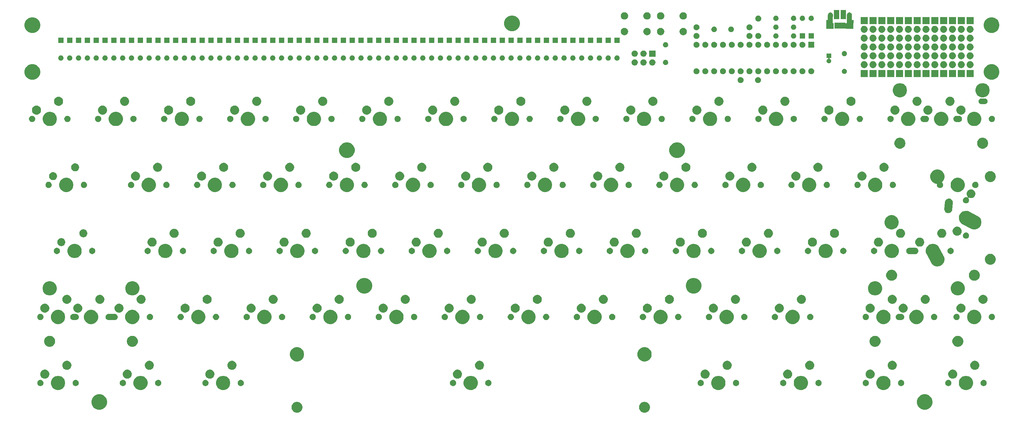
<source format=gts>
G04 #@! TF.GenerationSoftware,KiCad,Pcbnew,(5.1.6)-1*
G04 #@! TF.CreationDate,2020-08-30T19:28:48+05:30*
G04 #@! TF.ProjectId,tartan,74617274-616e-42e6-9b69-6361645f7063,rev?*
G04 #@! TF.SameCoordinates,Original*
G04 #@! TF.FileFunction,Soldermask,Top*
G04 #@! TF.FilePolarity,Negative*
%FSLAX46Y46*%
G04 Gerber Fmt 4.6, Leading zero omitted, Abs format (unit mm)*
G04 Created by KiCad (PCBNEW (5.1.6)-1) date 2020-08-30 19:28:48*
%MOMM*%
%LPD*%
G01*
G04 APERTURE LIST*
%ADD10C,0.100000*%
G04 APERTURE END LIST*
D10*
G36*
X210856083Y-142939090D02*
G01*
X211084702Y-142984564D01*
X211371516Y-143103367D01*
X211629642Y-143275841D01*
X211849159Y-143495358D01*
X212021633Y-143753484D01*
X212140436Y-144040298D01*
X212201000Y-144344778D01*
X212201000Y-144655222D01*
X212140436Y-144959702D01*
X212021633Y-145246516D01*
X211849159Y-145504642D01*
X211629642Y-145724159D01*
X211371516Y-145896633D01*
X211084702Y-146015436D01*
X210856083Y-146060910D01*
X210780224Y-146076000D01*
X210469776Y-146076000D01*
X210393917Y-146060910D01*
X210165298Y-146015436D01*
X209878484Y-145896633D01*
X209620358Y-145724159D01*
X209400841Y-145504642D01*
X209228367Y-145246516D01*
X209109564Y-144959702D01*
X209049000Y-144655222D01*
X209049000Y-144344778D01*
X209109564Y-144040298D01*
X209228367Y-143753484D01*
X209400841Y-143495358D01*
X209620358Y-143275841D01*
X209878484Y-143103367D01*
X210165298Y-142984564D01*
X210393917Y-142939090D01*
X210469776Y-142924000D01*
X210780224Y-142924000D01*
X210856083Y-142939090D01*
G37*
G36*
X110856083Y-142939090D02*
G01*
X111084702Y-142984564D01*
X111371516Y-143103367D01*
X111629642Y-143275841D01*
X111849159Y-143495358D01*
X112021633Y-143753484D01*
X112140436Y-144040298D01*
X112201000Y-144344778D01*
X112201000Y-144655222D01*
X112140436Y-144959702D01*
X112021633Y-145246516D01*
X111849159Y-145504642D01*
X111629642Y-145724159D01*
X111371516Y-145896633D01*
X111084702Y-146015436D01*
X110856083Y-146060910D01*
X110780224Y-146076000D01*
X110469776Y-146076000D01*
X110393917Y-146060910D01*
X110165298Y-146015436D01*
X109878484Y-145896633D01*
X109620358Y-145724159D01*
X109400841Y-145504642D01*
X109228367Y-145246516D01*
X109109564Y-144959702D01*
X109049000Y-144655222D01*
X109049000Y-144344778D01*
X109109564Y-144040298D01*
X109228367Y-143753484D01*
X109400841Y-143495358D01*
X109620358Y-143275841D01*
X109878484Y-143103367D01*
X110165298Y-142984564D01*
X110393917Y-142939090D01*
X110469776Y-142924000D01*
X110780224Y-142924000D01*
X110856083Y-142939090D01*
G37*
G36*
X54025880Y-140759776D02*
G01*
X54406593Y-140835504D01*
X54816249Y-141005189D01*
X55184929Y-141251534D01*
X55498466Y-141565071D01*
X55744811Y-141933751D01*
X55914496Y-142343407D01*
X56001000Y-142778296D01*
X56001000Y-143221704D01*
X55914496Y-143656593D01*
X55744811Y-144066249D01*
X55498466Y-144434929D01*
X55184929Y-144748466D01*
X54816249Y-144994811D01*
X54406593Y-145164496D01*
X54025880Y-145240224D01*
X53971705Y-145251000D01*
X53528295Y-145251000D01*
X53474120Y-145240224D01*
X53093407Y-145164496D01*
X52683751Y-144994811D01*
X52315071Y-144748466D01*
X52001534Y-144434929D01*
X51755189Y-144066249D01*
X51585504Y-143656593D01*
X51499000Y-143221704D01*
X51499000Y-142778296D01*
X51585504Y-142343407D01*
X51755189Y-141933751D01*
X52001534Y-141565071D01*
X52315071Y-141251534D01*
X52683751Y-141005189D01*
X53093407Y-140835504D01*
X53474120Y-140759776D01*
X53528295Y-140749000D01*
X53971705Y-140749000D01*
X54025880Y-140759776D01*
G37*
G36*
X291525880Y-140759776D02*
G01*
X291906593Y-140835504D01*
X292316249Y-141005189D01*
X292684929Y-141251534D01*
X292998466Y-141565071D01*
X293244811Y-141933751D01*
X293414496Y-142343407D01*
X293501000Y-142778296D01*
X293501000Y-143221704D01*
X293414496Y-143656593D01*
X293244811Y-144066249D01*
X292998466Y-144434929D01*
X292684929Y-144748466D01*
X292316249Y-144994811D01*
X291906593Y-145164496D01*
X291525880Y-145240224D01*
X291471705Y-145251000D01*
X291028295Y-145251000D01*
X290974120Y-145240224D01*
X290593407Y-145164496D01*
X290183751Y-144994811D01*
X289815071Y-144748466D01*
X289501534Y-144434929D01*
X289255189Y-144066249D01*
X289085504Y-143656593D01*
X288999000Y-143221704D01*
X288999000Y-142778296D01*
X289085504Y-142343407D01*
X289255189Y-141933751D01*
X289501534Y-141565071D01*
X289815071Y-141251534D01*
X290183751Y-141005189D01*
X290593407Y-140835504D01*
X290974120Y-140759776D01*
X291028295Y-140749000D01*
X291471705Y-140749000D01*
X291525880Y-140759776D01*
G37*
G36*
X66223254Y-135527818D02*
G01*
X66596511Y-135682426D01*
X66596513Y-135682427D01*
X66932436Y-135906884D01*
X67218116Y-136192564D01*
X67263844Y-136261000D01*
X67442574Y-136528489D01*
X67597182Y-136901746D01*
X67676000Y-137297993D01*
X67676000Y-137702007D01*
X67597182Y-138098254D01*
X67442574Y-138471511D01*
X67442573Y-138471513D01*
X67218116Y-138807436D01*
X66932436Y-139093116D01*
X66596513Y-139317573D01*
X66596512Y-139317574D01*
X66596511Y-139317574D01*
X66223254Y-139472182D01*
X65827007Y-139551000D01*
X65422993Y-139551000D01*
X65026746Y-139472182D01*
X64653489Y-139317574D01*
X64653488Y-139317574D01*
X64653487Y-139317573D01*
X64317564Y-139093116D01*
X64031884Y-138807436D01*
X63807427Y-138471513D01*
X63807426Y-138471511D01*
X63652818Y-138098254D01*
X63574000Y-137702007D01*
X63574000Y-137297993D01*
X63652818Y-136901746D01*
X63807426Y-136528489D01*
X63986157Y-136261000D01*
X64031884Y-136192564D01*
X64317564Y-135906884D01*
X64653487Y-135682427D01*
X64653489Y-135682426D01*
X65026746Y-135527818D01*
X65422993Y-135449000D01*
X65827007Y-135449000D01*
X66223254Y-135527818D01*
G37*
G36*
X42473254Y-135527818D02*
G01*
X42846511Y-135682426D01*
X42846513Y-135682427D01*
X43182436Y-135906884D01*
X43468116Y-136192564D01*
X43513844Y-136261000D01*
X43692574Y-136528489D01*
X43847182Y-136901746D01*
X43926000Y-137297993D01*
X43926000Y-137702007D01*
X43847182Y-138098254D01*
X43692574Y-138471511D01*
X43692573Y-138471513D01*
X43468116Y-138807436D01*
X43182436Y-139093116D01*
X42846513Y-139317573D01*
X42846512Y-139317574D01*
X42846511Y-139317574D01*
X42473254Y-139472182D01*
X42077007Y-139551000D01*
X41672993Y-139551000D01*
X41276746Y-139472182D01*
X40903489Y-139317574D01*
X40903488Y-139317574D01*
X40903487Y-139317573D01*
X40567564Y-139093116D01*
X40281884Y-138807436D01*
X40057427Y-138471513D01*
X40057426Y-138471511D01*
X39902818Y-138098254D01*
X39824000Y-137702007D01*
X39824000Y-137297993D01*
X39902818Y-136901746D01*
X40057426Y-136528489D01*
X40236157Y-136261000D01*
X40281884Y-136192564D01*
X40567564Y-135906884D01*
X40903487Y-135682427D01*
X40903489Y-135682426D01*
X41276746Y-135527818D01*
X41672993Y-135449000D01*
X42077007Y-135449000D01*
X42473254Y-135527818D01*
G37*
G36*
X161223254Y-135527818D02*
G01*
X161596511Y-135682426D01*
X161596513Y-135682427D01*
X161932436Y-135906884D01*
X162218116Y-136192564D01*
X162263844Y-136261000D01*
X162442574Y-136528489D01*
X162597182Y-136901746D01*
X162676000Y-137297993D01*
X162676000Y-137702007D01*
X162597182Y-138098254D01*
X162442574Y-138471511D01*
X162442573Y-138471513D01*
X162218116Y-138807436D01*
X161932436Y-139093116D01*
X161596513Y-139317573D01*
X161596512Y-139317574D01*
X161596511Y-139317574D01*
X161223254Y-139472182D01*
X160827007Y-139551000D01*
X160422993Y-139551000D01*
X160026746Y-139472182D01*
X159653489Y-139317574D01*
X159653488Y-139317574D01*
X159653487Y-139317573D01*
X159317564Y-139093116D01*
X159031884Y-138807436D01*
X158807427Y-138471513D01*
X158807426Y-138471511D01*
X158652818Y-138098254D01*
X158574000Y-137702007D01*
X158574000Y-137297993D01*
X158652818Y-136901746D01*
X158807426Y-136528489D01*
X158986157Y-136261000D01*
X159031884Y-136192564D01*
X159317564Y-135906884D01*
X159653487Y-135682427D01*
X159653489Y-135682426D01*
X160026746Y-135527818D01*
X160422993Y-135449000D01*
X160827007Y-135449000D01*
X161223254Y-135527818D01*
G37*
G36*
X232473254Y-135527818D02*
G01*
X232846511Y-135682426D01*
X232846513Y-135682427D01*
X233182436Y-135906884D01*
X233468116Y-136192564D01*
X233513844Y-136261000D01*
X233692574Y-136528489D01*
X233847182Y-136901746D01*
X233926000Y-137297993D01*
X233926000Y-137702007D01*
X233847182Y-138098254D01*
X233692574Y-138471511D01*
X233692573Y-138471513D01*
X233468116Y-138807436D01*
X233182436Y-139093116D01*
X232846513Y-139317573D01*
X232846512Y-139317574D01*
X232846511Y-139317574D01*
X232473254Y-139472182D01*
X232077007Y-139551000D01*
X231672993Y-139551000D01*
X231276746Y-139472182D01*
X230903489Y-139317574D01*
X230903488Y-139317574D01*
X230903487Y-139317573D01*
X230567564Y-139093116D01*
X230281884Y-138807436D01*
X230057427Y-138471513D01*
X230057426Y-138471511D01*
X229902818Y-138098254D01*
X229824000Y-137702007D01*
X229824000Y-137297993D01*
X229902818Y-136901746D01*
X230057426Y-136528489D01*
X230236157Y-136261000D01*
X230281884Y-136192564D01*
X230567564Y-135906884D01*
X230903487Y-135682427D01*
X230903489Y-135682426D01*
X231276746Y-135527818D01*
X231672993Y-135449000D01*
X232077007Y-135449000D01*
X232473254Y-135527818D01*
G37*
G36*
X256223254Y-135527818D02*
G01*
X256596511Y-135682426D01*
X256596513Y-135682427D01*
X256932436Y-135906884D01*
X257218116Y-136192564D01*
X257263844Y-136261000D01*
X257442574Y-136528489D01*
X257597182Y-136901746D01*
X257676000Y-137297993D01*
X257676000Y-137702007D01*
X257597182Y-138098254D01*
X257442574Y-138471511D01*
X257442573Y-138471513D01*
X257218116Y-138807436D01*
X256932436Y-139093116D01*
X256596513Y-139317573D01*
X256596512Y-139317574D01*
X256596511Y-139317574D01*
X256223254Y-139472182D01*
X255827007Y-139551000D01*
X255422993Y-139551000D01*
X255026746Y-139472182D01*
X254653489Y-139317574D01*
X254653488Y-139317574D01*
X254653487Y-139317573D01*
X254317564Y-139093116D01*
X254031884Y-138807436D01*
X253807427Y-138471513D01*
X253807426Y-138471511D01*
X253652818Y-138098254D01*
X253574000Y-137702007D01*
X253574000Y-137297993D01*
X253652818Y-136901746D01*
X253807426Y-136528489D01*
X253986157Y-136261000D01*
X254031884Y-136192564D01*
X254317564Y-135906884D01*
X254653487Y-135682427D01*
X254653489Y-135682426D01*
X255026746Y-135527818D01*
X255422993Y-135449000D01*
X255827007Y-135449000D01*
X256223254Y-135527818D01*
G37*
G36*
X279973254Y-135527818D02*
G01*
X280346511Y-135682426D01*
X280346513Y-135682427D01*
X280682436Y-135906884D01*
X280968116Y-136192564D01*
X281013844Y-136261000D01*
X281192574Y-136528489D01*
X281347182Y-136901746D01*
X281426000Y-137297993D01*
X281426000Y-137702007D01*
X281347182Y-138098254D01*
X281192574Y-138471511D01*
X281192573Y-138471513D01*
X280968116Y-138807436D01*
X280682436Y-139093116D01*
X280346513Y-139317573D01*
X280346512Y-139317574D01*
X280346511Y-139317574D01*
X279973254Y-139472182D01*
X279577007Y-139551000D01*
X279172993Y-139551000D01*
X278776746Y-139472182D01*
X278403489Y-139317574D01*
X278403488Y-139317574D01*
X278403487Y-139317573D01*
X278067564Y-139093116D01*
X277781884Y-138807436D01*
X277557427Y-138471513D01*
X277557426Y-138471511D01*
X277402818Y-138098254D01*
X277324000Y-137702007D01*
X277324000Y-137297993D01*
X277402818Y-136901746D01*
X277557426Y-136528489D01*
X277736157Y-136261000D01*
X277781884Y-136192564D01*
X278067564Y-135906884D01*
X278403487Y-135682427D01*
X278403489Y-135682426D01*
X278776746Y-135527818D01*
X279172993Y-135449000D01*
X279577007Y-135449000D01*
X279973254Y-135527818D01*
G37*
G36*
X303723254Y-135527818D02*
G01*
X304096511Y-135682426D01*
X304096513Y-135682427D01*
X304432436Y-135906884D01*
X304718116Y-136192564D01*
X304763844Y-136261000D01*
X304942574Y-136528489D01*
X305097182Y-136901746D01*
X305176000Y-137297993D01*
X305176000Y-137702007D01*
X305097182Y-138098254D01*
X304942574Y-138471511D01*
X304942573Y-138471513D01*
X304718116Y-138807436D01*
X304432436Y-139093116D01*
X304096513Y-139317573D01*
X304096512Y-139317574D01*
X304096511Y-139317574D01*
X303723254Y-139472182D01*
X303327007Y-139551000D01*
X302922993Y-139551000D01*
X302526746Y-139472182D01*
X302153489Y-139317574D01*
X302153488Y-139317574D01*
X302153487Y-139317573D01*
X301817564Y-139093116D01*
X301531884Y-138807436D01*
X301307427Y-138471513D01*
X301307426Y-138471511D01*
X301152818Y-138098254D01*
X301074000Y-137702007D01*
X301074000Y-137297993D01*
X301152818Y-136901746D01*
X301307426Y-136528489D01*
X301486157Y-136261000D01*
X301531884Y-136192564D01*
X301817564Y-135906884D01*
X302153487Y-135682427D01*
X302153489Y-135682426D01*
X302526746Y-135527818D01*
X302922993Y-135449000D01*
X303327007Y-135449000D01*
X303723254Y-135527818D01*
G37*
G36*
X89973254Y-135527818D02*
G01*
X90346511Y-135682426D01*
X90346513Y-135682427D01*
X90682436Y-135906884D01*
X90968116Y-136192564D01*
X91013844Y-136261000D01*
X91192574Y-136528489D01*
X91347182Y-136901746D01*
X91426000Y-137297993D01*
X91426000Y-137702007D01*
X91347182Y-138098254D01*
X91192574Y-138471511D01*
X91192573Y-138471513D01*
X90968116Y-138807436D01*
X90682436Y-139093116D01*
X90346513Y-139317573D01*
X90346512Y-139317574D01*
X90346511Y-139317574D01*
X89973254Y-139472182D01*
X89577007Y-139551000D01*
X89172993Y-139551000D01*
X88776746Y-139472182D01*
X88403489Y-139317574D01*
X88403488Y-139317574D01*
X88403487Y-139317573D01*
X88067564Y-139093116D01*
X87781884Y-138807436D01*
X87557427Y-138471513D01*
X87557426Y-138471511D01*
X87402818Y-138098254D01*
X87324000Y-137702007D01*
X87324000Y-137297993D01*
X87402818Y-136901746D01*
X87557426Y-136528489D01*
X87736157Y-136261000D01*
X87781884Y-136192564D01*
X88067564Y-135906884D01*
X88403487Y-135682427D01*
X88403489Y-135682426D01*
X88776746Y-135527818D01*
X89172993Y-135449000D01*
X89577007Y-135449000D01*
X89973254Y-135527818D01*
G37*
G36*
X237068512Y-136603927D02*
G01*
X237217812Y-136633624D01*
X237381784Y-136701544D01*
X237529354Y-136800147D01*
X237654853Y-136925646D01*
X237753456Y-137073216D01*
X237821376Y-137237188D01*
X237856000Y-137411259D01*
X237856000Y-137588741D01*
X237821376Y-137762812D01*
X237753456Y-137926784D01*
X237654853Y-138074354D01*
X237529354Y-138199853D01*
X237381784Y-138298456D01*
X237217812Y-138366376D01*
X237068512Y-138396073D01*
X237043742Y-138401000D01*
X236866258Y-138401000D01*
X236841488Y-138396073D01*
X236692188Y-138366376D01*
X236528216Y-138298456D01*
X236380646Y-138199853D01*
X236255147Y-138074354D01*
X236156544Y-137926784D01*
X236088624Y-137762812D01*
X236054000Y-137588741D01*
X236054000Y-137411259D01*
X236088624Y-137237188D01*
X236156544Y-137073216D01*
X236255147Y-136925646D01*
X236380646Y-136800147D01*
X236528216Y-136701544D01*
X236692188Y-136633624D01*
X236841488Y-136603927D01*
X236866258Y-136599000D01*
X237043742Y-136599000D01*
X237068512Y-136603927D01*
G37*
G36*
X47068512Y-136603927D02*
G01*
X47217812Y-136633624D01*
X47381784Y-136701544D01*
X47529354Y-136800147D01*
X47654853Y-136925646D01*
X47753456Y-137073216D01*
X47821376Y-137237188D01*
X47856000Y-137411259D01*
X47856000Y-137588741D01*
X47821376Y-137762812D01*
X47753456Y-137926784D01*
X47654853Y-138074354D01*
X47529354Y-138199853D01*
X47381784Y-138298456D01*
X47217812Y-138366376D01*
X47068512Y-138396073D01*
X47043742Y-138401000D01*
X46866258Y-138401000D01*
X46841488Y-138396073D01*
X46692188Y-138366376D01*
X46528216Y-138298456D01*
X46380646Y-138199853D01*
X46255147Y-138074354D01*
X46156544Y-137926784D01*
X46088624Y-137762812D01*
X46054000Y-137588741D01*
X46054000Y-137411259D01*
X46088624Y-137237188D01*
X46156544Y-137073216D01*
X46255147Y-136925646D01*
X46380646Y-136800147D01*
X46528216Y-136701544D01*
X46692188Y-136633624D01*
X46841488Y-136603927D01*
X46866258Y-136599000D01*
X47043742Y-136599000D01*
X47068512Y-136603927D01*
G37*
G36*
X70818512Y-136603927D02*
G01*
X70967812Y-136633624D01*
X71131784Y-136701544D01*
X71279354Y-136800147D01*
X71404853Y-136925646D01*
X71503456Y-137073216D01*
X71571376Y-137237188D01*
X71606000Y-137411259D01*
X71606000Y-137588741D01*
X71571376Y-137762812D01*
X71503456Y-137926784D01*
X71404853Y-138074354D01*
X71279354Y-138199853D01*
X71131784Y-138298456D01*
X70967812Y-138366376D01*
X70818512Y-138396073D01*
X70793742Y-138401000D01*
X70616258Y-138401000D01*
X70591488Y-138396073D01*
X70442188Y-138366376D01*
X70278216Y-138298456D01*
X70130646Y-138199853D01*
X70005147Y-138074354D01*
X69906544Y-137926784D01*
X69838624Y-137762812D01*
X69804000Y-137588741D01*
X69804000Y-137411259D01*
X69838624Y-137237188D01*
X69906544Y-137073216D01*
X70005147Y-136925646D01*
X70130646Y-136800147D01*
X70278216Y-136701544D01*
X70442188Y-136633624D01*
X70591488Y-136603927D01*
X70616258Y-136599000D01*
X70793742Y-136599000D01*
X70818512Y-136603927D01*
G37*
G36*
X94568512Y-136603927D02*
G01*
X94717812Y-136633624D01*
X94881784Y-136701544D01*
X95029354Y-136800147D01*
X95154853Y-136925646D01*
X95253456Y-137073216D01*
X95321376Y-137237188D01*
X95356000Y-137411259D01*
X95356000Y-137588741D01*
X95321376Y-137762812D01*
X95253456Y-137926784D01*
X95154853Y-138074354D01*
X95029354Y-138199853D01*
X94881784Y-138298456D01*
X94717812Y-138366376D01*
X94568512Y-138396073D01*
X94543742Y-138401000D01*
X94366258Y-138401000D01*
X94341488Y-138396073D01*
X94192188Y-138366376D01*
X94028216Y-138298456D01*
X93880646Y-138199853D01*
X93755147Y-138074354D01*
X93656544Y-137926784D01*
X93588624Y-137762812D01*
X93554000Y-137588741D01*
X93554000Y-137411259D01*
X93588624Y-137237188D01*
X93656544Y-137073216D01*
X93755147Y-136925646D01*
X93880646Y-136800147D01*
X94028216Y-136701544D01*
X94192188Y-136633624D01*
X94341488Y-136603927D01*
X94366258Y-136599000D01*
X94543742Y-136599000D01*
X94568512Y-136603927D01*
G37*
G36*
X84408512Y-136603927D02*
G01*
X84557812Y-136633624D01*
X84721784Y-136701544D01*
X84869354Y-136800147D01*
X84994853Y-136925646D01*
X85093456Y-137073216D01*
X85161376Y-137237188D01*
X85196000Y-137411259D01*
X85196000Y-137588741D01*
X85161376Y-137762812D01*
X85093456Y-137926784D01*
X84994853Y-138074354D01*
X84869354Y-138199853D01*
X84721784Y-138298456D01*
X84557812Y-138366376D01*
X84408512Y-138396073D01*
X84383742Y-138401000D01*
X84206258Y-138401000D01*
X84181488Y-138396073D01*
X84032188Y-138366376D01*
X83868216Y-138298456D01*
X83720646Y-138199853D01*
X83595147Y-138074354D01*
X83496544Y-137926784D01*
X83428624Y-137762812D01*
X83394000Y-137588741D01*
X83394000Y-137411259D01*
X83428624Y-137237188D01*
X83496544Y-137073216D01*
X83595147Y-136925646D01*
X83720646Y-136800147D01*
X83868216Y-136701544D01*
X84032188Y-136633624D01*
X84181488Y-136603927D01*
X84206258Y-136599000D01*
X84383742Y-136599000D01*
X84408512Y-136603927D01*
G37*
G36*
X60658512Y-136603927D02*
G01*
X60807812Y-136633624D01*
X60971784Y-136701544D01*
X61119354Y-136800147D01*
X61244853Y-136925646D01*
X61343456Y-137073216D01*
X61411376Y-137237188D01*
X61446000Y-137411259D01*
X61446000Y-137588741D01*
X61411376Y-137762812D01*
X61343456Y-137926784D01*
X61244853Y-138074354D01*
X61119354Y-138199853D01*
X60971784Y-138298456D01*
X60807812Y-138366376D01*
X60658512Y-138396073D01*
X60633742Y-138401000D01*
X60456258Y-138401000D01*
X60431488Y-138396073D01*
X60282188Y-138366376D01*
X60118216Y-138298456D01*
X59970646Y-138199853D01*
X59845147Y-138074354D01*
X59746544Y-137926784D01*
X59678624Y-137762812D01*
X59644000Y-137588741D01*
X59644000Y-137411259D01*
X59678624Y-137237188D01*
X59746544Y-137073216D01*
X59845147Y-136925646D01*
X59970646Y-136800147D01*
X60118216Y-136701544D01*
X60282188Y-136633624D01*
X60431488Y-136603927D01*
X60456258Y-136599000D01*
X60633742Y-136599000D01*
X60658512Y-136603927D01*
G37*
G36*
X155658512Y-136603927D02*
G01*
X155807812Y-136633624D01*
X155971784Y-136701544D01*
X156119354Y-136800147D01*
X156244853Y-136925646D01*
X156343456Y-137073216D01*
X156411376Y-137237188D01*
X156446000Y-137411259D01*
X156446000Y-137588741D01*
X156411376Y-137762812D01*
X156343456Y-137926784D01*
X156244853Y-138074354D01*
X156119354Y-138199853D01*
X155971784Y-138298456D01*
X155807812Y-138366376D01*
X155658512Y-138396073D01*
X155633742Y-138401000D01*
X155456258Y-138401000D01*
X155431488Y-138396073D01*
X155282188Y-138366376D01*
X155118216Y-138298456D01*
X154970646Y-138199853D01*
X154845147Y-138074354D01*
X154746544Y-137926784D01*
X154678624Y-137762812D01*
X154644000Y-137588741D01*
X154644000Y-137411259D01*
X154678624Y-137237188D01*
X154746544Y-137073216D01*
X154845147Y-136925646D01*
X154970646Y-136800147D01*
X155118216Y-136701544D01*
X155282188Y-136633624D01*
X155431488Y-136603927D01*
X155456258Y-136599000D01*
X155633742Y-136599000D01*
X155658512Y-136603927D01*
G37*
G36*
X165818512Y-136603927D02*
G01*
X165967812Y-136633624D01*
X166131784Y-136701544D01*
X166279354Y-136800147D01*
X166404853Y-136925646D01*
X166503456Y-137073216D01*
X166571376Y-137237188D01*
X166606000Y-137411259D01*
X166606000Y-137588741D01*
X166571376Y-137762812D01*
X166503456Y-137926784D01*
X166404853Y-138074354D01*
X166279354Y-138199853D01*
X166131784Y-138298456D01*
X165967812Y-138366376D01*
X165818512Y-138396073D01*
X165793742Y-138401000D01*
X165616258Y-138401000D01*
X165591488Y-138396073D01*
X165442188Y-138366376D01*
X165278216Y-138298456D01*
X165130646Y-138199853D01*
X165005147Y-138074354D01*
X164906544Y-137926784D01*
X164838624Y-137762812D01*
X164804000Y-137588741D01*
X164804000Y-137411259D01*
X164838624Y-137237188D01*
X164906544Y-137073216D01*
X165005147Y-136925646D01*
X165130646Y-136800147D01*
X165278216Y-136701544D01*
X165442188Y-136633624D01*
X165591488Y-136603927D01*
X165616258Y-136599000D01*
X165793742Y-136599000D01*
X165818512Y-136603927D01*
G37*
G36*
X36908512Y-136603927D02*
G01*
X37057812Y-136633624D01*
X37221784Y-136701544D01*
X37369354Y-136800147D01*
X37494853Y-136925646D01*
X37593456Y-137073216D01*
X37661376Y-137237188D01*
X37696000Y-137411259D01*
X37696000Y-137588741D01*
X37661376Y-137762812D01*
X37593456Y-137926784D01*
X37494853Y-138074354D01*
X37369354Y-138199853D01*
X37221784Y-138298456D01*
X37057812Y-138366376D01*
X36908512Y-138396073D01*
X36883742Y-138401000D01*
X36706258Y-138401000D01*
X36681488Y-138396073D01*
X36532188Y-138366376D01*
X36368216Y-138298456D01*
X36220646Y-138199853D01*
X36095147Y-138074354D01*
X35996544Y-137926784D01*
X35928624Y-137762812D01*
X35894000Y-137588741D01*
X35894000Y-137411259D01*
X35928624Y-137237188D01*
X35996544Y-137073216D01*
X36095147Y-136925646D01*
X36220646Y-136800147D01*
X36368216Y-136701544D01*
X36532188Y-136633624D01*
X36681488Y-136603927D01*
X36706258Y-136599000D01*
X36883742Y-136599000D01*
X36908512Y-136603927D01*
G37*
G36*
X260818512Y-136603927D02*
G01*
X260967812Y-136633624D01*
X261131784Y-136701544D01*
X261279354Y-136800147D01*
X261404853Y-136925646D01*
X261503456Y-137073216D01*
X261571376Y-137237188D01*
X261606000Y-137411259D01*
X261606000Y-137588741D01*
X261571376Y-137762812D01*
X261503456Y-137926784D01*
X261404853Y-138074354D01*
X261279354Y-138199853D01*
X261131784Y-138298456D01*
X260967812Y-138366376D01*
X260818512Y-138396073D01*
X260793742Y-138401000D01*
X260616258Y-138401000D01*
X260591488Y-138396073D01*
X260442188Y-138366376D01*
X260278216Y-138298456D01*
X260130646Y-138199853D01*
X260005147Y-138074354D01*
X259906544Y-137926784D01*
X259838624Y-137762812D01*
X259804000Y-137588741D01*
X259804000Y-137411259D01*
X259838624Y-137237188D01*
X259906544Y-137073216D01*
X260005147Y-136925646D01*
X260130646Y-136800147D01*
X260278216Y-136701544D01*
X260442188Y-136633624D01*
X260591488Y-136603927D01*
X260616258Y-136599000D01*
X260793742Y-136599000D01*
X260818512Y-136603927D01*
G37*
G36*
X250658512Y-136603927D02*
G01*
X250807812Y-136633624D01*
X250971784Y-136701544D01*
X251119354Y-136800147D01*
X251244853Y-136925646D01*
X251343456Y-137073216D01*
X251411376Y-137237188D01*
X251446000Y-137411259D01*
X251446000Y-137588741D01*
X251411376Y-137762812D01*
X251343456Y-137926784D01*
X251244853Y-138074354D01*
X251119354Y-138199853D01*
X250971784Y-138298456D01*
X250807812Y-138366376D01*
X250658512Y-138396073D01*
X250633742Y-138401000D01*
X250456258Y-138401000D01*
X250431488Y-138396073D01*
X250282188Y-138366376D01*
X250118216Y-138298456D01*
X249970646Y-138199853D01*
X249845147Y-138074354D01*
X249746544Y-137926784D01*
X249678624Y-137762812D01*
X249644000Y-137588741D01*
X249644000Y-137411259D01*
X249678624Y-137237188D01*
X249746544Y-137073216D01*
X249845147Y-136925646D01*
X249970646Y-136800147D01*
X250118216Y-136701544D01*
X250282188Y-136633624D01*
X250431488Y-136603927D01*
X250456258Y-136599000D01*
X250633742Y-136599000D01*
X250658512Y-136603927D01*
G37*
G36*
X284568512Y-136603927D02*
G01*
X284717812Y-136633624D01*
X284881784Y-136701544D01*
X285029354Y-136800147D01*
X285154853Y-136925646D01*
X285253456Y-137073216D01*
X285321376Y-137237188D01*
X285356000Y-137411259D01*
X285356000Y-137588741D01*
X285321376Y-137762812D01*
X285253456Y-137926784D01*
X285154853Y-138074354D01*
X285029354Y-138199853D01*
X284881784Y-138298456D01*
X284717812Y-138366376D01*
X284568512Y-138396073D01*
X284543742Y-138401000D01*
X284366258Y-138401000D01*
X284341488Y-138396073D01*
X284192188Y-138366376D01*
X284028216Y-138298456D01*
X283880646Y-138199853D01*
X283755147Y-138074354D01*
X283656544Y-137926784D01*
X283588624Y-137762812D01*
X283554000Y-137588741D01*
X283554000Y-137411259D01*
X283588624Y-137237188D01*
X283656544Y-137073216D01*
X283755147Y-136925646D01*
X283880646Y-136800147D01*
X284028216Y-136701544D01*
X284192188Y-136633624D01*
X284341488Y-136603927D01*
X284366258Y-136599000D01*
X284543742Y-136599000D01*
X284568512Y-136603927D01*
G37*
G36*
X274408512Y-136603927D02*
G01*
X274557812Y-136633624D01*
X274721784Y-136701544D01*
X274869354Y-136800147D01*
X274994853Y-136925646D01*
X275093456Y-137073216D01*
X275161376Y-137237188D01*
X275196000Y-137411259D01*
X275196000Y-137588741D01*
X275161376Y-137762812D01*
X275093456Y-137926784D01*
X274994853Y-138074354D01*
X274869354Y-138199853D01*
X274721784Y-138298456D01*
X274557812Y-138366376D01*
X274408512Y-138396073D01*
X274383742Y-138401000D01*
X274206258Y-138401000D01*
X274181488Y-138396073D01*
X274032188Y-138366376D01*
X273868216Y-138298456D01*
X273720646Y-138199853D01*
X273595147Y-138074354D01*
X273496544Y-137926784D01*
X273428624Y-137762812D01*
X273394000Y-137588741D01*
X273394000Y-137411259D01*
X273428624Y-137237188D01*
X273496544Y-137073216D01*
X273595147Y-136925646D01*
X273720646Y-136800147D01*
X273868216Y-136701544D01*
X274032188Y-136633624D01*
X274181488Y-136603927D01*
X274206258Y-136599000D01*
X274383742Y-136599000D01*
X274408512Y-136603927D01*
G37*
G36*
X308318512Y-136603927D02*
G01*
X308467812Y-136633624D01*
X308631784Y-136701544D01*
X308779354Y-136800147D01*
X308904853Y-136925646D01*
X309003456Y-137073216D01*
X309071376Y-137237188D01*
X309106000Y-137411259D01*
X309106000Y-137588741D01*
X309071376Y-137762812D01*
X309003456Y-137926784D01*
X308904853Y-138074354D01*
X308779354Y-138199853D01*
X308631784Y-138298456D01*
X308467812Y-138366376D01*
X308318512Y-138396073D01*
X308293742Y-138401000D01*
X308116258Y-138401000D01*
X308091488Y-138396073D01*
X307942188Y-138366376D01*
X307778216Y-138298456D01*
X307630646Y-138199853D01*
X307505147Y-138074354D01*
X307406544Y-137926784D01*
X307338624Y-137762812D01*
X307304000Y-137588741D01*
X307304000Y-137411259D01*
X307338624Y-137237188D01*
X307406544Y-137073216D01*
X307505147Y-136925646D01*
X307630646Y-136800147D01*
X307778216Y-136701544D01*
X307942188Y-136633624D01*
X308091488Y-136603927D01*
X308116258Y-136599000D01*
X308293742Y-136599000D01*
X308318512Y-136603927D01*
G37*
G36*
X298158512Y-136603927D02*
G01*
X298307812Y-136633624D01*
X298471784Y-136701544D01*
X298619354Y-136800147D01*
X298744853Y-136925646D01*
X298843456Y-137073216D01*
X298911376Y-137237188D01*
X298946000Y-137411259D01*
X298946000Y-137588741D01*
X298911376Y-137762812D01*
X298843456Y-137926784D01*
X298744853Y-138074354D01*
X298619354Y-138199853D01*
X298471784Y-138298456D01*
X298307812Y-138366376D01*
X298158512Y-138396073D01*
X298133742Y-138401000D01*
X297956258Y-138401000D01*
X297931488Y-138396073D01*
X297782188Y-138366376D01*
X297618216Y-138298456D01*
X297470646Y-138199853D01*
X297345147Y-138074354D01*
X297246544Y-137926784D01*
X297178624Y-137762812D01*
X297144000Y-137588741D01*
X297144000Y-137411259D01*
X297178624Y-137237188D01*
X297246544Y-137073216D01*
X297345147Y-136925646D01*
X297470646Y-136800147D01*
X297618216Y-136701544D01*
X297782188Y-136633624D01*
X297931488Y-136603927D01*
X297956258Y-136599000D01*
X298133742Y-136599000D01*
X298158512Y-136603927D01*
G37*
G36*
X226908512Y-136603927D02*
G01*
X227057812Y-136633624D01*
X227221784Y-136701544D01*
X227369354Y-136800147D01*
X227494853Y-136925646D01*
X227593456Y-137073216D01*
X227661376Y-137237188D01*
X227696000Y-137411259D01*
X227696000Y-137588741D01*
X227661376Y-137762812D01*
X227593456Y-137926784D01*
X227494853Y-138074354D01*
X227369354Y-138199853D01*
X227221784Y-138298456D01*
X227057812Y-138366376D01*
X226908512Y-138396073D01*
X226883742Y-138401000D01*
X226706258Y-138401000D01*
X226681488Y-138396073D01*
X226532188Y-138366376D01*
X226368216Y-138298456D01*
X226220646Y-138199853D01*
X226095147Y-138074354D01*
X225996544Y-137926784D01*
X225928624Y-137762812D01*
X225894000Y-137588741D01*
X225894000Y-137411259D01*
X225928624Y-137237188D01*
X225996544Y-137073216D01*
X226095147Y-136925646D01*
X226220646Y-136800147D01*
X226368216Y-136701544D01*
X226532188Y-136633624D01*
X226681488Y-136603927D01*
X226706258Y-136599000D01*
X226883742Y-136599000D01*
X226908512Y-136603927D01*
G37*
G36*
X85944487Y-133708996D02*
G01*
X86181253Y-133807068D01*
X86181255Y-133807069D01*
X86394339Y-133949447D01*
X86575553Y-134130661D01*
X86717932Y-134343747D01*
X86816004Y-134580513D01*
X86866000Y-134831861D01*
X86866000Y-135088139D01*
X86816004Y-135339487D01*
X86770642Y-135449000D01*
X86717931Y-135576255D01*
X86575553Y-135789339D01*
X86394339Y-135970553D01*
X86181255Y-136112931D01*
X86181254Y-136112932D01*
X86181253Y-136112932D01*
X85944487Y-136211004D01*
X85693139Y-136261000D01*
X85436861Y-136261000D01*
X85185513Y-136211004D01*
X84948747Y-136112932D01*
X84948746Y-136112932D01*
X84948745Y-136112931D01*
X84735661Y-135970553D01*
X84554447Y-135789339D01*
X84412069Y-135576255D01*
X84359358Y-135449000D01*
X84313996Y-135339487D01*
X84264000Y-135088139D01*
X84264000Y-134831861D01*
X84313996Y-134580513D01*
X84412068Y-134343747D01*
X84554447Y-134130661D01*
X84735661Y-133949447D01*
X84948745Y-133807069D01*
X84948747Y-133807068D01*
X85185513Y-133708996D01*
X85436861Y-133659000D01*
X85693139Y-133659000D01*
X85944487Y-133708996D01*
G37*
G36*
X38444487Y-133708996D02*
G01*
X38681253Y-133807068D01*
X38681255Y-133807069D01*
X38894339Y-133949447D01*
X39075553Y-134130661D01*
X39217932Y-134343747D01*
X39316004Y-134580513D01*
X39366000Y-134831861D01*
X39366000Y-135088139D01*
X39316004Y-135339487D01*
X39270642Y-135449000D01*
X39217931Y-135576255D01*
X39075553Y-135789339D01*
X38894339Y-135970553D01*
X38681255Y-136112931D01*
X38681254Y-136112932D01*
X38681253Y-136112932D01*
X38444487Y-136211004D01*
X38193139Y-136261000D01*
X37936861Y-136261000D01*
X37685513Y-136211004D01*
X37448747Y-136112932D01*
X37448746Y-136112932D01*
X37448745Y-136112931D01*
X37235661Y-135970553D01*
X37054447Y-135789339D01*
X36912069Y-135576255D01*
X36859358Y-135449000D01*
X36813996Y-135339487D01*
X36764000Y-135088139D01*
X36764000Y-134831861D01*
X36813996Y-134580513D01*
X36912068Y-134343747D01*
X37054447Y-134130661D01*
X37235661Y-133949447D01*
X37448745Y-133807069D01*
X37448747Y-133807068D01*
X37685513Y-133708996D01*
X37936861Y-133659000D01*
X38193139Y-133659000D01*
X38444487Y-133708996D01*
G37*
G36*
X62194487Y-133708996D02*
G01*
X62431253Y-133807068D01*
X62431255Y-133807069D01*
X62644339Y-133949447D01*
X62825553Y-134130661D01*
X62967932Y-134343747D01*
X63066004Y-134580513D01*
X63116000Y-134831861D01*
X63116000Y-135088139D01*
X63066004Y-135339487D01*
X63020642Y-135449000D01*
X62967931Y-135576255D01*
X62825553Y-135789339D01*
X62644339Y-135970553D01*
X62431255Y-136112931D01*
X62431254Y-136112932D01*
X62431253Y-136112932D01*
X62194487Y-136211004D01*
X61943139Y-136261000D01*
X61686861Y-136261000D01*
X61435513Y-136211004D01*
X61198747Y-136112932D01*
X61198746Y-136112932D01*
X61198745Y-136112931D01*
X60985661Y-135970553D01*
X60804447Y-135789339D01*
X60662069Y-135576255D01*
X60609358Y-135449000D01*
X60563996Y-135339487D01*
X60514000Y-135088139D01*
X60514000Y-134831861D01*
X60563996Y-134580513D01*
X60662068Y-134343747D01*
X60804447Y-134130661D01*
X60985661Y-133949447D01*
X61198745Y-133807069D01*
X61198747Y-133807068D01*
X61435513Y-133708996D01*
X61686861Y-133659000D01*
X61943139Y-133659000D01*
X62194487Y-133708996D01*
G37*
G36*
X157194487Y-133708996D02*
G01*
X157431253Y-133807068D01*
X157431255Y-133807069D01*
X157644339Y-133949447D01*
X157825553Y-134130661D01*
X157967932Y-134343747D01*
X158066004Y-134580513D01*
X158116000Y-134831861D01*
X158116000Y-135088139D01*
X158066004Y-135339487D01*
X158020642Y-135449000D01*
X157967931Y-135576255D01*
X157825553Y-135789339D01*
X157644339Y-135970553D01*
X157431255Y-136112931D01*
X157431254Y-136112932D01*
X157431253Y-136112932D01*
X157194487Y-136211004D01*
X156943139Y-136261000D01*
X156686861Y-136261000D01*
X156435513Y-136211004D01*
X156198747Y-136112932D01*
X156198746Y-136112932D01*
X156198745Y-136112931D01*
X155985661Y-135970553D01*
X155804447Y-135789339D01*
X155662069Y-135576255D01*
X155609358Y-135449000D01*
X155563996Y-135339487D01*
X155514000Y-135088139D01*
X155514000Y-134831861D01*
X155563996Y-134580513D01*
X155662068Y-134343747D01*
X155804447Y-134130661D01*
X155985661Y-133949447D01*
X156198745Y-133807069D01*
X156198747Y-133807068D01*
X156435513Y-133708996D01*
X156686861Y-133659000D01*
X156943139Y-133659000D01*
X157194487Y-133708996D01*
G37*
G36*
X252194487Y-133708996D02*
G01*
X252431253Y-133807068D01*
X252431255Y-133807069D01*
X252644339Y-133949447D01*
X252825553Y-134130661D01*
X252967932Y-134343747D01*
X253066004Y-134580513D01*
X253116000Y-134831861D01*
X253116000Y-135088139D01*
X253066004Y-135339487D01*
X253020642Y-135449000D01*
X252967931Y-135576255D01*
X252825553Y-135789339D01*
X252644339Y-135970553D01*
X252431255Y-136112931D01*
X252431254Y-136112932D01*
X252431253Y-136112932D01*
X252194487Y-136211004D01*
X251943139Y-136261000D01*
X251686861Y-136261000D01*
X251435513Y-136211004D01*
X251198747Y-136112932D01*
X251198746Y-136112932D01*
X251198745Y-136112931D01*
X250985661Y-135970553D01*
X250804447Y-135789339D01*
X250662069Y-135576255D01*
X250609358Y-135449000D01*
X250563996Y-135339487D01*
X250514000Y-135088139D01*
X250514000Y-134831861D01*
X250563996Y-134580513D01*
X250662068Y-134343747D01*
X250804447Y-134130661D01*
X250985661Y-133949447D01*
X251198745Y-133807069D01*
X251198747Y-133807068D01*
X251435513Y-133708996D01*
X251686861Y-133659000D01*
X251943139Y-133659000D01*
X252194487Y-133708996D01*
G37*
G36*
X275944487Y-133708996D02*
G01*
X276181253Y-133807068D01*
X276181255Y-133807069D01*
X276394339Y-133949447D01*
X276575553Y-134130661D01*
X276717932Y-134343747D01*
X276816004Y-134580513D01*
X276866000Y-134831861D01*
X276866000Y-135088139D01*
X276816004Y-135339487D01*
X276770642Y-135449000D01*
X276717931Y-135576255D01*
X276575553Y-135789339D01*
X276394339Y-135970553D01*
X276181255Y-136112931D01*
X276181254Y-136112932D01*
X276181253Y-136112932D01*
X275944487Y-136211004D01*
X275693139Y-136261000D01*
X275436861Y-136261000D01*
X275185513Y-136211004D01*
X274948747Y-136112932D01*
X274948746Y-136112932D01*
X274948745Y-136112931D01*
X274735661Y-135970553D01*
X274554447Y-135789339D01*
X274412069Y-135576255D01*
X274359358Y-135449000D01*
X274313996Y-135339487D01*
X274264000Y-135088139D01*
X274264000Y-134831861D01*
X274313996Y-134580513D01*
X274412068Y-134343747D01*
X274554447Y-134130661D01*
X274735661Y-133949447D01*
X274948745Y-133807069D01*
X274948747Y-133807068D01*
X275185513Y-133708996D01*
X275436861Y-133659000D01*
X275693139Y-133659000D01*
X275944487Y-133708996D01*
G37*
G36*
X228444487Y-133708996D02*
G01*
X228681253Y-133807068D01*
X228681255Y-133807069D01*
X228894339Y-133949447D01*
X229075553Y-134130661D01*
X229217932Y-134343747D01*
X229316004Y-134580513D01*
X229366000Y-134831861D01*
X229366000Y-135088139D01*
X229316004Y-135339487D01*
X229270642Y-135449000D01*
X229217931Y-135576255D01*
X229075553Y-135789339D01*
X228894339Y-135970553D01*
X228681255Y-136112931D01*
X228681254Y-136112932D01*
X228681253Y-136112932D01*
X228444487Y-136211004D01*
X228193139Y-136261000D01*
X227936861Y-136261000D01*
X227685513Y-136211004D01*
X227448747Y-136112932D01*
X227448746Y-136112932D01*
X227448745Y-136112931D01*
X227235661Y-135970553D01*
X227054447Y-135789339D01*
X226912069Y-135576255D01*
X226859358Y-135449000D01*
X226813996Y-135339487D01*
X226764000Y-135088139D01*
X226764000Y-134831861D01*
X226813996Y-134580513D01*
X226912068Y-134343747D01*
X227054447Y-134130661D01*
X227235661Y-133949447D01*
X227448745Y-133807069D01*
X227448747Y-133807068D01*
X227685513Y-133708996D01*
X227936861Y-133659000D01*
X228193139Y-133659000D01*
X228444487Y-133708996D01*
G37*
G36*
X299694487Y-133708996D02*
G01*
X299931253Y-133807068D01*
X299931255Y-133807069D01*
X300144339Y-133949447D01*
X300325553Y-134130661D01*
X300467932Y-134343747D01*
X300566004Y-134580513D01*
X300616000Y-134831861D01*
X300616000Y-135088139D01*
X300566004Y-135339487D01*
X300520642Y-135449000D01*
X300467931Y-135576255D01*
X300325553Y-135789339D01*
X300144339Y-135970553D01*
X299931255Y-136112931D01*
X299931254Y-136112932D01*
X299931253Y-136112932D01*
X299694487Y-136211004D01*
X299443139Y-136261000D01*
X299186861Y-136261000D01*
X298935513Y-136211004D01*
X298698747Y-136112932D01*
X298698746Y-136112932D01*
X298698745Y-136112931D01*
X298485661Y-135970553D01*
X298304447Y-135789339D01*
X298162069Y-135576255D01*
X298109358Y-135449000D01*
X298063996Y-135339487D01*
X298014000Y-135088139D01*
X298014000Y-134831861D01*
X298063996Y-134580513D01*
X298162068Y-134343747D01*
X298304447Y-134130661D01*
X298485661Y-133949447D01*
X298698745Y-133807069D01*
X298698747Y-133807068D01*
X298935513Y-133708996D01*
X299186861Y-133659000D01*
X299443139Y-133659000D01*
X299694487Y-133708996D01*
G37*
G36*
X92294487Y-131168996D02*
G01*
X92531253Y-131267068D01*
X92531255Y-131267069D01*
X92597002Y-131311000D01*
X92744339Y-131409447D01*
X92925553Y-131590661D01*
X93067932Y-131803747D01*
X93166004Y-132040513D01*
X93216000Y-132291861D01*
X93216000Y-132548139D01*
X93166004Y-132799487D01*
X93067932Y-133036253D01*
X93067931Y-133036255D01*
X92925553Y-133249339D01*
X92744339Y-133430553D01*
X92531255Y-133572931D01*
X92531254Y-133572932D01*
X92531253Y-133572932D01*
X92294487Y-133671004D01*
X92043139Y-133721000D01*
X91786861Y-133721000D01*
X91535513Y-133671004D01*
X91298747Y-133572932D01*
X91298746Y-133572932D01*
X91298745Y-133572931D01*
X91085661Y-133430553D01*
X90904447Y-133249339D01*
X90762069Y-133036255D01*
X90762068Y-133036253D01*
X90663996Y-132799487D01*
X90614000Y-132548139D01*
X90614000Y-132291861D01*
X90663996Y-132040513D01*
X90762068Y-131803747D01*
X90904447Y-131590661D01*
X91085661Y-131409447D01*
X91232998Y-131311000D01*
X91298745Y-131267069D01*
X91298747Y-131267068D01*
X91535513Y-131168996D01*
X91786861Y-131119000D01*
X92043139Y-131119000D01*
X92294487Y-131168996D01*
G37*
G36*
X282294487Y-131168996D02*
G01*
X282531253Y-131267068D01*
X282531255Y-131267069D01*
X282597002Y-131311000D01*
X282744339Y-131409447D01*
X282925553Y-131590661D01*
X283067932Y-131803747D01*
X283166004Y-132040513D01*
X283216000Y-132291861D01*
X283216000Y-132548139D01*
X283166004Y-132799487D01*
X283067932Y-133036253D01*
X283067931Y-133036255D01*
X282925553Y-133249339D01*
X282744339Y-133430553D01*
X282531255Y-133572931D01*
X282531254Y-133572932D01*
X282531253Y-133572932D01*
X282294487Y-133671004D01*
X282043139Y-133721000D01*
X281786861Y-133721000D01*
X281535513Y-133671004D01*
X281298747Y-133572932D01*
X281298746Y-133572932D01*
X281298745Y-133572931D01*
X281085661Y-133430553D01*
X280904447Y-133249339D01*
X280762069Y-133036255D01*
X280762068Y-133036253D01*
X280663996Y-132799487D01*
X280614000Y-132548139D01*
X280614000Y-132291861D01*
X280663996Y-132040513D01*
X280762068Y-131803747D01*
X280904447Y-131590661D01*
X281085661Y-131409447D01*
X281232998Y-131311000D01*
X281298745Y-131267069D01*
X281298747Y-131267068D01*
X281535513Y-131168996D01*
X281786861Y-131119000D01*
X282043139Y-131119000D01*
X282294487Y-131168996D01*
G37*
G36*
X306044487Y-131168996D02*
G01*
X306281253Y-131267068D01*
X306281255Y-131267069D01*
X306347002Y-131311000D01*
X306494339Y-131409447D01*
X306675553Y-131590661D01*
X306817932Y-131803747D01*
X306916004Y-132040513D01*
X306966000Y-132291861D01*
X306966000Y-132548139D01*
X306916004Y-132799487D01*
X306817932Y-133036253D01*
X306817931Y-133036255D01*
X306675553Y-133249339D01*
X306494339Y-133430553D01*
X306281255Y-133572931D01*
X306281254Y-133572932D01*
X306281253Y-133572932D01*
X306044487Y-133671004D01*
X305793139Y-133721000D01*
X305536861Y-133721000D01*
X305285513Y-133671004D01*
X305048747Y-133572932D01*
X305048746Y-133572932D01*
X305048745Y-133572931D01*
X304835661Y-133430553D01*
X304654447Y-133249339D01*
X304512069Y-133036255D01*
X304512068Y-133036253D01*
X304413996Y-132799487D01*
X304364000Y-132548139D01*
X304364000Y-132291861D01*
X304413996Y-132040513D01*
X304512068Y-131803747D01*
X304654447Y-131590661D01*
X304835661Y-131409447D01*
X304982998Y-131311000D01*
X305048745Y-131267069D01*
X305048747Y-131267068D01*
X305285513Y-131168996D01*
X305536861Y-131119000D01*
X305793139Y-131119000D01*
X306044487Y-131168996D01*
G37*
G36*
X258544487Y-131168996D02*
G01*
X258781253Y-131267068D01*
X258781255Y-131267069D01*
X258847002Y-131311000D01*
X258994339Y-131409447D01*
X259175553Y-131590661D01*
X259317932Y-131803747D01*
X259416004Y-132040513D01*
X259466000Y-132291861D01*
X259466000Y-132548139D01*
X259416004Y-132799487D01*
X259317932Y-133036253D01*
X259317931Y-133036255D01*
X259175553Y-133249339D01*
X258994339Y-133430553D01*
X258781255Y-133572931D01*
X258781254Y-133572932D01*
X258781253Y-133572932D01*
X258544487Y-133671004D01*
X258293139Y-133721000D01*
X258036861Y-133721000D01*
X257785513Y-133671004D01*
X257548747Y-133572932D01*
X257548746Y-133572932D01*
X257548745Y-133572931D01*
X257335661Y-133430553D01*
X257154447Y-133249339D01*
X257012069Y-133036255D01*
X257012068Y-133036253D01*
X256913996Y-132799487D01*
X256864000Y-132548139D01*
X256864000Y-132291861D01*
X256913996Y-132040513D01*
X257012068Y-131803747D01*
X257154447Y-131590661D01*
X257335661Y-131409447D01*
X257482998Y-131311000D01*
X257548745Y-131267069D01*
X257548747Y-131267068D01*
X257785513Y-131168996D01*
X258036861Y-131119000D01*
X258293139Y-131119000D01*
X258544487Y-131168996D01*
G37*
G36*
X234794487Y-131168996D02*
G01*
X235031253Y-131267068D01*
X235031255Y-131267069D01*
X235097002Y-131311000D01*
X235244339Y-131409447D01*
X235425553Y-131590661D01*
X235567932Y-131803747D01*
X235666004Y-132040513D01*
X235716000Y-132291861D01*
X235716000Y-132548139D01*
X235666004Y-132799487D01*
X235567932Y-133036253D01*
X235567931Y-133036255D01*
X235425553Y-133249339D01*
X235244339Y-133430553D01*
X235031255Y-133572931D01*
X235031254Y-133572932D01*
X235031253Y-133572932D01*
X234794487Y-133671004D01*
X234543139Y-133721000D01*
X234286861Y-133721000D01*
X234035513Y-133671004D01*
X233798747Y-133572932D01*
X233798746Y-133572932D01*
X233798745Y-133572931D01*
X233585661Y-133430553D01*
X233404447Y-133249339D01*
X233262069Y-133036255D01*
X233262068Y-133036253D01*
X233163996Y-132799487D01*
X233114000Y-132548139D01*
X233114000Y-132291861D01*
X233163996Y-132040513D01*
X233262068Y-131803747D01*
X233404447Y-131590661D01*
X233585661Y-131409447D01*
X233732998Y-131311000D01*
X233798745Y-131267069D01*
X233798747Y-131267068D01*
X234035513Y-131168996D01*
X234286861Y-131119000D01*
X234543139Y-131119000D01*
X234794487Y-131168996D01*
G37*
G36*
X44794487Y-131168996D02*
G01*
X45031253Y-131267068D01*
X45031255Y-131267069D01*
X45097002Y-131311000D01*
X45244339Y-131409447D01*
X45425553Y-131590661D01*
X45567932Y-131803747D01*
X45666004Y-132040513D01*
X45716000Y-132291861D01*
X45716000Y-132548139D01*
X45666004Y-132799487D01*
X45567932Y-133036253D01*
X45567931Y-133036255D01*
X45425553Y-133249339D01*
X45244339Y-133430553D01*
X45031255Y-133572931D01*
X45031254Y-133572932D01*
X45031253Y-133572932D01*
X44794487Y-133671004D01*
X44543139Y-133721000D01*
X44286861Y-133721000D01*
X44035513Y-133671004D01*
X43798747Y-133572932D01*
X43798746Y-133572932D01*
X43798745Y-133572931D01*
X43585661Y-133430553D01*
X43404447Y-133249339D01*
X43262069Y-133036255D01*
X43262068Y-133036253D01*
X43163996Y-132799487D01*
X43114000Y-132548139D01*
X43114000Y-132291861D01*
X43163996Y-132040513D01*
X43262068Y-131803747D01*
X43404447Y-131590661D01*
X43585661Y-131409447D01*
X43732998Y-131311000D01*
X43798745Y-131267069D01*
X43798747Y-131267068D01*
X44035513Y-131168996D01*
X44286861Y-131119000D01*
X44543139Y-131119000D01*
X44794487Y-131168996D01*
G37*
G36*
X163544487Y-131168996D02*
G01*
X163781253Y-131267068D01*
X163781255Y-131267069D01*
X163847002Y-131311000D01*
X163994339Y-131409447D01*
X164175553Y-131590661D01*
X164317932Y-131803747D01*
X164416004Y-132040513D01*
X164466000Y-132291861D01*
X164466000Y-132548139D01*
X164416004Y-132799487D01*
X164317932Y-133036253D01*
X164317931Y-133036255D01*
X164175553Y-133249339D01*
X163994339Y-133430553D01*
X163781255Y-133572931D01*
X163781254Y-133572932D01*
X163781253Y-133572932D01*
X163544487Y-133671004D01*
X163293139Y-133721000D01*
X163036861Y-133721000D01*
X162785513Y-133671004D01*
X162548747Y-133572932D01*
X162548746Y-133572932D01*
X162548745Y-133572931D01*
X162335661Y-133430553D01*
X162154447Y-133249339D01*
X162012069Y-133036255D01*
X162012068Y-133036253D01*
X161913996Y-132799487D01*
X161864000Y-132548139D01*
X161864000Y-132291861D01*
X161913996Y-132040513D01*
X162012068Y-131803747D01*
X162154447Y-131590661D01*
X162335661Y-131409447D01*
X162482998Y-131311000D01*
X162548745Y-131267069D01*
X162548747Y-131267068D01*
X162785513Y-131168996D01*
X163036861Y-131119000D01*
X163293139Y-131119000D01*
X163544487Y-131168996D01*
G37*
G36*
X68544487Y-131168996D02*
G01*
X68781253Y-131267068D01*
X68781255Y-131267069D01*
X68847002Y-131311000D01*
X68994339Y-131409447D01*
X69175553Y-131590661D01*
X69317932Y-131803747D01*
X69416004Y-132040513D01*
X69466000Y-132291861D01*
X69466000Y-132548139D01*
X69416004Y-132799487D01*
X69317932Y-133036253D01*
X69317931Y-133036255D01*
X69175553Y-133249339D01*
X68994339Y-133430553D01*
X68781255Y-133572931D01*
X68781254Y-133572932D01*
X68781253Y-133572932D01*
X68544487Y-133671004D01*
X68293139Y-133721000D01*
X68036861Y-133721000D01*
X67785513Y-133671004D01*
X67548747Y-133572932D01*
X67548746Y-133572932D01*
X67548745Y-133572931D01*
X67335661Y-133430553D01*
X67154447Y-133249339D01*
X67012069Y-133036255D01*
X67012068Y-133036253D01*
X66913996Y-132799487D01*
X66864000Y-132548139D01*
X66864000Y-132291861D01*
X66913996Y-132040513D01*
X67012068Y-131803747D01*
X67154447Y-131590661D01*
X67335661Y-131409447D01*
X67482998Y-131311000D01*
X67548745Y-131267069D01*
X67548747Y-131267068D01*
X67785513Y-131168996D01*
X68036861Y-131119000D01*
X68293139Y-131119000D01*
X68544487Y-131168996D01*
G37*
G36*
X111223254Y-127287818D02*
G01*
X111596511Y-127442426D01*
X111596513Y-127442427D01*
X111932436Y-127666884D01*
X112218116Y-127952564D01*
X112442574Y-128288489D01*
X112597182Y-128661746D01*
X112676000Y-129057993D01*
X112676000Y-129462007D01*
X112597182Y-129858254D01*
X112442574Y-130231511D01*
X112442573Y-130231513D01*
X112218116Y-130567436D01*
X111932436Y-130853116D01*
X111596513Y-131077573D01*
X111596512Y-131077574D01*
X111596511Y-131077574D01*
X111223254Y-131232182D01*
X110827007Y-131311000D01*
X110422993Y-131311000D01*
X110026746Y-131232182D01*
X109653489Y-131077574D01*
X109653488Y-131077574D01*
X109653487Y-131077573D01*
X109317564Y-130853116D01*
X109031884Y-130567436D01*
X108807427Y-130231513D01*
X108807426Y-130231511D01*
X108652818Y-129858254D01*
X108574000Y-129462007D01*
X108574000Y-129057993D01*
X108652818Y-128661746D01*
X108807426Y-128288489D01*
X109031884Y-127952564D01*
X109317564Y-127666884D01*
X109653487Y-127442427D01*
X109653489Y-127442426D01*
X110026746Y-127287818D01*
X110422993Y-127209000D01*
X110827007Y-127209000D01*
X111223254Y-127287818D01*
G37*
G36*
X211223254Y-127287818D02*
G01*
X211596511Y-127442426D01*
X211596513Y-127442427D01*
X211932436Y-127666884D01*
X212218116Y-127952564D01*
X212442574Y-128288489D01*
X212597182Y-128661746D01*
X212676000Y-129057993D01*
X212676000Y-129462007D01*
X212597182Y-129858254D01*
X212442574Y-130231511D01*
X212442573Y-130231513D01*
X212218116Y-130567436D01*
X211932436Y-130853116D01*
X211596513Y-131077573D01*
X211596512Y-131077574D01*
X211596511Y-131077574D01*
X211223254Y-131232182D01*
X210827007Y-131311000D01*
X210422993Y-131311000D01*
X210026746Y-131232182D01*
X209653489Y-131077574D01*
X209653488Y-131077574D01*
X209653487Y-131077573D01*
X209317564Y-130853116D01*
X209031884Y-130567436D01*
X208807427Y-130231513D01*
X208807426Y-130231511D01*
X208652818Y-129858254D01*
X208574000Y-129462007D01*
X208574000Y-129057993D01*
X208652818Y-128661746D01*
X208807426Y-128288489D01*
X209031884Y-127952564D01*
X209317564Y-127666884D01*
X209653487Y-127442427D01*
X209653489Y-127442426D01*
X210026746Y-127287818D01*
X210422993Y-127209000D01*
X210827007Y-127209000D01*
X211223254Y-127287818D01*
G37*
G36*
X63506083Y-123939090D02*
G01*
X63734702Y-123984564D01*
X64021516Y-124103367D01*
X64279642Y-124275841D01*
X64499159Y-124495358D01*
X64671633Y-124753484D01*
X64790436Y-125040298D01*
X64851000Y-125344778D01*
X64851000Y-125655222D01*
X64790436Y-125959702D01*
X64671633Y-126246516D01*
X64499159Y-126504642D01*
X64279642Y-126724159D01*
X64021516Y-126896633D01*
X63734702Y-127015436D01*
X63506083Y-127060910D01*
X63430224Y-127076000D01*
X63119776Y-127076000D01*
X63043917Y-127060910D01*
X62815298Y-127015436D01*
X62528484Y-126896633D01*
X62270358Y-126724159D01*
X62050841Y-126504642D01*
X61878367Y-126246516D01*
X61759564Y-125959702D01*
X61699000Y-125655222D01*
X61699000Y-125344778D01*
X61759564Y-125040298D01*
X61878367Y-124753484D01*
X62050841Y-124495358D01*
X62270358Y-124275841D01*
X62528484Y-124103367D01*
X62815298Y-123984564D01*
X63043917Y-123939090D01*
X63119776Y-123924000D01*
X63430224Y-123924000D01*
X63506083Y-123939090D01*
G37*
G36*
X301006083Y-123939090D02*
G01*
X301234702Y-123984564D01*
X301521516Y-124103367D01*
X301779642Y-124275841D01*
X301999159Y-124495358D01*
X302171633Y-124753484D01*
X302290436Y-125040298D01*
X302351000Y-125344778D01*
X302351000Y-125655222D01*
X302290436Y-125959702D01*
X302171633Y-126246516D01*
X301999159Y-126504642D01*
X301779642Y-126724159D01*
X301521516Y-126896633D01*
X301234702Y-127015436D01*
X301006083Y-127060910D01*
X300930224Y-127076000D01*
X300619776Y-127076000D01*
X300543917Y-127060910D01*
X300315298Y-127015436D01*
X300028484Y-126896633D01*
X299770358Y-126724159D01*
X299550841Y-126504642D01*
X299378367Y-126246516D01*
X299259564Y-125959702D01*
X299199000Y-125655222D01*
X299199000Y-125344778D01*
X299259564Y-125040298D01*
X299378367Y-124753484D01*
X299550841Y-124495358D01*
X299770358Y-124275841D01*
X300028484Y-124103367D01*
X300315298Y-123984564D01*
X300543917Y-123939090D01*
X300619776Y-123924000D01*
X300930224Y-123924000D01*
X301006083Y-123939090D01*
G37*
G36*
X277206083Y-123939090D02*
G01*
X277434702Y-123984564D01*
X277721516Y-124103367D01*
X277979642Y-124275841D01*
X278199159Y-124495358D01*
X278371633Y-124753484D01*
X278490436Y-125040298D01*
X278551000Y-125344778D01*
X278551000Y-125655222D01*
X278490436Y-125959702D01*
X278371633Y-126246516D01*
X278199159Y-126504642D01*
X277979642Y-126724159D01*
X277721516Y-126896633D01*
X277434702Y-127015436D01*
X277206083Y-127060910D01*
X277130224Y-127076000D01*
X276819776Y-127076000D01*
X276743917Y-127060910D01*
X276515298Y-127015436D01*
X276228484Y-126896633D01*
X275970358Y-126724159D01*
X275750841Y-126504642D01*
X275578367Y-126246516D01*
X275459564Y-125959702D01*
X275399000Y-125655222D01*
X275399000Y-125344778D01*
X275459564Y-125040298D01*
X275578367Y-124753484D01*
X275750841Y-124495358D01*
X275970358Y-124275841D01*
X276228484Y-124103367D01*
X276515298Y-123984564D01*
X276743917Y-123939090D01*
X276819776Y-123924000D01*
X277130224Y-123924000D01*
X277206083Y-123939090D01*
G37*
G36*
X39706083Y-123939090D02*
G01*
X39934702Y-123984564D01*
X40221516Y-124103367D01*
X40479642Y-124275841D01*
X40699159Y-124495358D01*
X40871633Y-124753484D01*
X40990436Y-125040298D01*
X41051000Y-125344778D01*
X41051000Y-125655222D01*
X40990436Y-125959702D01*
X40871633Y-126246516D01*
X40699159Y-126504642D01*
X40479642Y-126724159D01*
X40221516Y-126896633D01*
X39934702Y-127015436D01*
X39706083Y-127060910D01*
X39630224Y-127076000D01*
X39319776Y-127076000D01*
X39243917Y-127060910D01*
X39015298Y-127015436D01*
X38728484Y-126896633D01*
X38470358Y-126724159D01*
X38250841Y-126504642D01*
X38078367Y-126246516D01*
X37959564Y-125959702D01*
X37899000Y-125655222D01*
X37899000Y-125344778D01*
X37959564Y-125040298D01*
X38078367Y-124753484D01*
X38250841Y-124495358D01*
X38470358Y-124275841D01*
X38728484Y-124103367D01*
X39015298Y-123984564D01*
X39243917Y-123939090D01*
X39319776Y-123924000D01*
X39630224Y-123924000D01*
X39706083Y-123939090D01*
G37*
G36*
X63848254Y-116527818D02*
G01*
X64221511Y-116682426D01*
X64221513Y-116682427D01*
X64557436Y-116906884D01*
X64843116Y-117192564D01*
X64888844Y-117261000D01*
X65067574Y-117528489D01*
X65222182Y-117901746D01*
X65301000Y-118297993D01*
X65301000Y-118702007D01*
X65222182Y-119098254D01*
X65067574Y-119471511D01*
X65067573Y-119471513D01*
X64843116Y-119807436D01*
X64557436Y-120093116D01*
X64221513Y-120317573D01*
X64221512Y-120317574D01*
X64221511Y-120317574D01*
X63848254Y-120472182D01*
X63452007Y-120551000D01*
X63047993Y-120551000D01*
X62651746Y-120472182D01*
X62278489Y-120317574D01*
X62278488Y-120317574D01*
X62278487Y-120317573D01*
X61942564Y-120093116D01*
X61656884Y-119807436D01*
X61432427Y-119471513D01*
X61432426Y-119471511D01*
X61277818Y-119098254D01*
X61199000Y-118702007D01*
X61199000Y-118297993D01*
X61277818Y-117901746D01*
X61432426Y-117528489D01*
X61611157Y-117261000D01*
X61656884Y-117192564D01*
X61942564Y-116906884D01*
X62278487Y-116682427D01*
X62278489Y-116682426D01*
X62651746Y-116527818D01*
X63047993Y-116449000D01*
X63452007Y-116449000D01*
X63848254Y-116527818D01*
G37*
G36*
X139848254Y-116527818D02*
G01*
X140221511Y-116682426D01*
X140221513Y-116682427D01*
X140557436Y-116906884D01*
X140843116Y-117192564D01*
X140888844Y-117261000D01*
X141067574Y-117528489D01*
X141222182Y-117901746D01*
X141301000Y-118297993D01*
X141301000Y-118702007D01*
X141222182Y-119098254D01*
X141067574Y-119471511D01*
X141067573Y-119471513D01*
X140843116Y-119807436D01*
X140557436Y-120093116D01*
X140221513Y-120317573D01*
X140221512Y-120317574D01*
X140221511Y-120317574D01*
X139848254Y-120472182D01*
X139452007Y-120551000D01*
X139047993Y-120551000D01*
X138651746Y-120472182D01*
X138278489Y-120317574D01*
X138278488Y-120317574D01*
X138278487Y-120317573D01*
X137942564Y-120093116D01*
X137656884Y-119807436D01*
X137432427Y-119471513D01*
X137432426Y-119471511D01*
X137277818Y-119098254D01*
X137199000Y-118702007D01*
X137199000Y-118297993D01*
X137277818Y-117901746D01*
X137432426Y-117528489D01*
X137611157Y-117261000D01*
X137656884Y-117192564D01*
X137942564Y-116906884D01*
X138278487Y-116682427D01*
X138278489Y-116682426D01*
X138651746Y-116527818D01*
X139047993Y-116449000D01*
X139452007Y-116449000D01*
X139848254Y-116527818D01*
G37*
G36*
X42473254Y-116527818D02*
G01*
X42846511Y-116682426D01*
X42846513Y-116682427D01*
X43182436Y-116906884D01*
X43468116Y-117192564D01*
X43513844Y-117261000D01*
X43692574Y-117528489D01*
X43847182Y-117901746D01*
X43926000Y-118297993D01*
X43926000Y-118702007D01*
X43847182Y-119098254D01*
X43692574Y-119471511D01*
X43692573Y-119471513D01*
X43468116Y-119807436D01*
X43182436Y-120093116D01*
X42846513Y-120317573D01*
X42846512Y-120317574D01*
X42846511Y-120317574D01*
X42473254Y-120472182D01*
X42077007Y-120551000D01*
X41672993Y-120551000D01*
X41276746Y-120472182D01*
X40903489Y-120317574D01*
X40903488Y-120317574D01*
X40903487Y-120317573D01*
X40567564Y-120093116D01*
X40281884Y-119807436D01*
X40057427Y-119471513D01*
X40057426Y-119471511D01*
X39902818Y-119098254D01*
X39824000Y-118702007D01*
X39824000Y-118297993D01*
X39902818Y-117901746D01*
X40057426Y-117528489D01*
X40236157Y-117261000D01*
X40281884Y-117192564D01*
X40567564Y-116906884D01*
X40903487Y-116682427D01*
X40903489Y-116682426D01*
X41276746Y-116527818D01*
X41672993Y-116449000D01*
X42077007Y-116449000D01*
X42473254Y-116527818D01*
G37*
G36*
X158848254Y-116527818D02*
G01*
X159221511Y-116682426D01*
X159221513Y-116682427D01*
X159557436Y-116906884D01*
X159843116Y-117192564D01*
X159888844Y-117261000D01*
X160067574Y-117528489D01*
X160222182Y-117901746D01*
X160301000Y-118297993D01*
X160301000Y-118702007D01*
X160222182Y-119098254D01*
X160067574Y-119471511D01*
X160067573Y-119471513D01*
X159843116Y-119807436D01*
X159557436Y-120093116D01*
X159221513Y-120317573D01*
X159221512Y-120317574D01*
X159221511Y-120317574D01*
X158848254Y-120472182D01*
X158452007Y-120551000D01*
X158047993Y-120551000D01*
X157651746Y-120472182D01*
X157278489Y-120317574D01*
X157278488Y-120317574D01*
X157278487Y-120317573D01*
X156942564Y-120093116D01*
X156656884Y-119807436D01*
X156432427Y-119471513D01*
X156432426Y-119471511D01*
X156277818Y-119098254D01*
X156199000Y-118702007D01*
X156199000Y-118297993D01*
X156277818Y-117901746D01*
X156432426Y-117528489D01*
X156611157Y-117261000D01*
X156656884Y-117192564D01*
X156942564Y-116906884D01*
X157278487Y-116682427D01*
X157278489Y-116682426D01*
X157651746Y-116527818D01*
X158047993Y-116449000D01*
X158452007Y-116449000D01*
X158848254Y-116527818D01*
G37*
G36*
X101848254Y-116527818D02*
G01*
X102221511Y-116682426D01*
X102221513Y-116682427D01*
X102557436Y-116906884D01*
X102843116Y-117192564D01*
X102888844Y-117261000D01*
X103067574Y-117528489D01*
X103222182Y-117901746D01*
X103301000Y-118297993D01*
X103301000Y-118702007D01*
X103222182Y-119098254D01*
X103067574Y-119471511D01*
X103067573Y-119471513D01*
X102843116Y-119807436D01*
X102557436Y-120093116D01*
X102221513Y-120317573D01*
X102221512Y-120317574D01*
X102221511Y-120317574D01*
X101848254Y-120472182D01*
X101452007Y-120551000D01*
X101047993Y-120551000D01*
X100651746Y-120472182D01*
X100278489Y-120317574D01*
X100278488Y-120317574D01*
X100278487Y-120317573D01*
X99942564Y-120093116D01*
X99656884Y-119807436D01*
X99432427Y-119471513D01*
X99432426Y-119471511D01*
X99277818Y-119098254D01*
X99199000Y-118702007D01*
X99199000Y-118297993D01*
X99277818Y-117901746D01*
X99432426Y-117528489D01*
X99611157Y-117261000D01*
X99656884Y-117192564D01*
X99942564Y-116906884D01*
X100278487Y-116682427D01*
X100278489Y-116682426D01*
X100651746Y-116527818D01*
X101047993Y-116449000D01*
X101452007Y-116449000D01*
X101848254Y-116527818D01*
G37*
G36*
X215848254Y-116527818D02*
G01*
X216221511Y-116682426D01*
X216221513Y-116682427D01*
X216557436Y-116906884D01*
X216843116Y-117192564D01*
X216888844Y-117261000D01*
X217067574Y-117528489D01*
X217222182Y-117901746D01*
X217301000Y-118297993D01*
X217301000Y-118702007D01*
X217222182Y-119098254D01*
X217067574Y-119471511D01*
X217067573Y-119471513D01*
X216843116Y-119807436D01*
X216557436Y-120093116D01*
X216221513Y-120317573D01*
X216221512Y-120317574D01*
X216221511Y-120317574D01*
X215848254Y-120472182D01*
X215452007Y-120551000D01*
X215047993Y-120551000D01*
X214651746Y-120472182D01*
X214278489Y-120317574D01*
X214278488Y-120317574D01*
X214278487Y-120317573D01*
X213942564Y-120093116D01*
X213656884Y-119807436D01*
X213432427Y-119471513D01*
X213432426Y-119471511D01*
X213277818Y-119098254D01*
X213199000Y-118702007D01*
X213199000Y-118297993D01*
X213277818Y-117901746D01*
X213432426Y-117528489D01*
X213611157Y-117261000D01*
X213656884Y-117192564D01*
X213942564Y-116906884D01*
X214278487Y-116682427D01*
X214278489Y-116682426D01*
X214651746Y-116527818D01*
X215047993Y-116449000D01*
X215452007Y-116449000D01*
X215848254Y-116527818D01*
G37*
G36*
X196848254Y-116527818D02*
G01*
X197221511Y-116682426D01*
X197221513Y-116682427D01*
X197557436Y-116906884D01*
X197843116Y-117192564D01*
X197888844Y-117261000D01*
X198067574Y-117528489D01*
X198222182Y-117901746D01*
X198301000Y-118297993D01*
X198301000Y-118702007D01*
X198222182Y-119098254D01*
X198067574Y-119471511D01*
X198067573Y-119471513D01*
X197843116Y-119807436D01*
X197557436Y-120093116D01*
X197221513Y-120317573D01*
X197221512Y-120317574D01*
X197221511Y-120317574D01*
X196848254Y-120472182D01*
X196452007Y-120551000D01*
X196047993Y-120551000D01*
X195651746Y-120472182D01*
X195278489Y-120317574D01*
X195278488Y-120317574D01*
X195278487Y-120317573D01*
X194942564Y-120093116D01*
X194656884Y-119807436D01*
X194432427Y-119471513D01*
X194432426Y-119471511D01*
X194277818Y-119098254D01*
X194199000Y-118702007D01*
X194199000Y-118297993D01*
X194277818Y-117901746D01*
X194432426Y-117528489D01*
X194611157Y-117261000D01*
X194656884Y-117192564D01*
X194942564Y-116906884D01*
X195278487Y-116682427D01*
X195278489Y-116682426D01*
X195651746Y-116527818D01*
X196047993Y-116449000D01*
X196452007Y-116449000D01*
X196848254Y-116527818D01*
G37*
G36*
X51973254Y-116527818D02*
G01*
X52346511Y-116682426D01*
X52346513Y-116682427D01*
X52682436Y-116906884D01*
X52968116Y-117192564D01*
X53013844Y-117261000D01*
X53192574Y-117528489D01*
X53347182Y-117901746D01*
X53426000Y-118297993D01*
X53426000Y-118702007D01*
X53347182Y-119098254D01*
X53192574Y-119471511D01*
X53192573Y-119471513D01*
X52968116Y-119807436D01*
X52682436Y-120093116D01*
X52346513Y-120317573D01*
X52346512Y-120317574D01*
X52346511Y-120317574D01*
X51973254Y-120472182D01*
X51577007Y-120551000D01*
X51172993Y-120551000D01*
X50776746Y-120472182D01*
X50403489Y-120317574D01*
X50403488Y-120317574D01*
X50403487Y-120317573D01*
X50067564Y-120093116D01*
X49781884Y-119807436D01*
X49557427Y-119471513D01*
X49557426Y-119471511D01*
X49402818Y-119098254D01*
X49324000Y-118702007D01*
X49324000Y-118297993D01*
X49402818Y-117901746D01*
X49557426Y-117528489D01*
X49736157Y-117261000D01*
X49781884Y-117192564D01*
X50067564Y-116906884D01*
X50403487Y-116682427D01*
X50403489Y-116682426D01*
X50776746Y-116527818D01*
X51172993Y-116449000D01*
X51577007Y-116449000D01*
X51973254Y-116527818D01*
G37*
G36*
X306098254Y-116527818D02*
G01*
X306471511Y-116682426D01*
X306471513Y-116682427D01*
X306807436Y-116906884D01*
X307093116Y-117192564D01*
X307138844Y-117261000D01*
X307317574Y-117528489D01*
X307472182Y-117901746D01*
X307551000Y-118297993D01*
X307551000Y-118702007D01*
X307472182Y-119098254D01*
X307317574Y-119471511D01*
X307317573Y-119471513D01*
X307093116Y-119807436D01*
X306807436Y-120093116D01*
X306471513Y-120317573D01*
X306471512Y-120317574D01*
X306471511Y-120317574D01*
X306098254Y-120472182D01*
X305702007Y-120551000D01*
X305297993Y-120551000D01*
X304901746Y-120472182D01*
X304528489Y-120317574D01*
X304528488Y-120317574D01*
X304528487Y-120317573D01*
X304192564Y-120093116D01*
X303906884Y-119807436D01*
X303682427Y-119471513D01*
X303682426Y-119471511D01*
X303527818Y-119098254D01*
X303449000Y-118702007D01*
X303449000Y-118297993D01*
X303527818Y-117901746D01*
X303682426Y-117528489D01*
X303861157Y-117261000D01*
X303906884Y-117192564D01*
X304192564Y-116906884D01*
X304528487Y-116682427D01*
X304528489Y-116682426D01*
X304901746Y-116527818D01*
X305297993Y-116449000D01*
X305702007Y-116449000D01*
X306098254Y-116527818D01*
G37*
G36*
X120848254Y-116527818D02*
G01*
X121221511Y-116682426D01*
X121221513Y-116682427D01*
X121557436Y-116906884D01*
X121843116Y-117192564D01*
X121888844Y-117261000D01*
X122067574Y-117528489D01*
X122222182Y-117901746D01*
X122301000Y-118297993D01*
X122301000Y-118702007D01*
X122222182Y-119098254D01*
X122067574Y-119471511D01*
X122067573Y-119471513D01*
X121843116Y-119807436D01*
X121557436Y-120093116D01*
X121221513Y-120317573D01*
X121221512Y-120317574D01*
X121221511Y-120317574D01*
X120848254Y-120472182D01*
X120452007Y-120551000D01*
X120047993Y-120551000D01*
X119651746Y-120472182D01*
X119278489Y-120317574D01*
X119278488Y-120317574D01*
X119278487Y-120317573D01*
X118942564Y-120093116D01*
X118656884Y-119807436D01*
X118432427Y-119471513D01*
X118432426Y-119471511D01*
X118277818Y-119098254D01*
X118199000Y-118702007D01*
X118199000Y-118297993D01*
X118277818Y-117901746D01*
X118432426Y-117528489D01*
X118611157Y-117261000D01*
X118656884Y-117192564D01*
X118942564Y-116906884D01*
X119278487Y-116682427D01*
X119278489Y-116682426D01*
X119651746Y-116527818D01*
X120047993Y-116449000D01*
X120452007Y-116449000D01*
X120848254Y-116527818D01*
G37*
G36*
X82848254Y-116527818D02*
G01*
X83221511Y-116682426D01*
X83221513Y-116682427D01*
X83557436Y-116906884D01*
X83843116Y-117192564D01*
X83888844Y-117261000D01*
X84067574Y-117528489D01*
X84222182Y-117901746D01*
X84301000Y-118297993D01*
X84301000Y-118702007D01*
X84222182Y-119098254D01*
X84067574Y-119471511D01*
X84067573Y-119471513D01*
X83843116Y-119807436D01*
X83557436Y-120093116D01*
X83221513Y-120317573D01*
X83221512Y-120317574D01*
X83221511Y-120317574D01*
X82848254Y-120472182D01*
X82452007Y-120551000D01*
X82047993Y-120551000D01*
X81651746Y-120472182D01*
X81278489Y-120317574D01*
X81278488Y-120317574D01*
X81278487Y-120317573D01*
X80942564Y-120093116D01*
X80656884Y-119807436D01*
X80432427Y-119471513D01*
X80432426Y-119471511D01*
X80277818Y-119098254D01*
X80199000Y-118702007D01*
X80199000Y-118297993D01*
X80277818Y-117901746D01*
X80432426Y-117528489D01*
X80611157Y-117261000D01*
X80656884Y-117192564D01*
X80942564Y-116906884D01*
X81278487Y-116682427D01*
X81278489Y-116682426D01*
X81651746Y-116527818D01*
X82047993Y-116449000D01*
X82452007Y-116449000D01*
X82848254Y-116527818D01*
G37*
G36*
X177848254Y-116527818D02*
G01*
X178221511Y-116682426D01*
X178221513Y-116682427D01*
X178557436Y-116906884D01*
X178843116Y-117192564D01*
X178888844Y-117261000D01*
X179067574Y-117528489D01*
X179222182Y-117901746D01*
X179301000Y-118297993D01*
X179301000Y-118702007D01*
X179222182Y-119098254D01*
X179067574Y-119471511D01*
X179067573Y-119471513D01*
X178843116Y-119807436D01*
X178557436Y-120093116D01*
X178221513Y-120317573D01*
X178221512Y-120317574D01*
X178221511Y-120317574D01*
X177848254Y-120472182D01*
X177452007Y-120551000D01*
X177047993Y-120551000D01*
X176651746Y-120472182D01*
X176278489Y-120317574D01*
X176278488Y-120317574D01*
X176278487Y-120317573D01*
X175942564Y-120093116D01*
X175656884Y-119807436D01*
X175432427Y-119471513D01*
X175432426Y-119471511D01*
X175277818Y-119098254D01*
X175199000Y-118702007D01*
X175199000Y-118297993D01*
X175277818Y-117901746D01*
X175432426Y-117528489D01*
X175611157Y-117261000D01*
X175656884Y-117192564D01*
X175942564Y-116906884D01*
X176278487Y-116682427D01*
X176278489Y-116682426D01*
X176651746Y-116527818D01*
X177047993Y-116449000D01*
X177452007Y-116449000D01*
X177848254Y-116527818D01*
G37*
G36*
X289473254Y-116527818D02*
G01*
X289846511Y-116682426D01*
X289846513Y-116682427D01*
X290182436Y-116906884D01*
X290468116Y-117192564D01*
X290513844Y-117261000D01*
X290692574Y-117528489D01*
X290847182Y-117901746D01*
X290926000Y-118297993D01*
X290926000Y-118702007D01*
X290847182Y-119098254D01*
X290692574Y-119471511D01*
X290692573Y-119471513D01*
X290468116Y-119807436D01*
X290182436Y-120093116D01*
X289846513Y-120317573D01*
X289846512Y-120317574D01*
X289846511Y-120317574D01*
X289473254Y-120472182D01*
X289077007Y-120551000D01*
X288672993Y-120551000D01*
X288276746Y-120472182D01*
X287903489Y-120317574D01*
X287903488Y-120317574D01*
X287903487Y-120317573D01*
X287567564Y-120093116D01*
X287281884Y-119807436D01*
X287057427Y-119471513D01*
X287057426Y-119471511D01*
X286902818Y-119098254D01*
X286824000Y-118702007D01*
X286824000Y-118297993D01*
X286902818Y-117901746D01*
X287057426Y-117528489D01*
X287236157Y-117261000D01*
X287281884Y-117192564D01*
X287567564Y-116906884D01*
X287903487Y-116682427D01*
X287903489Y-116682426D01*
X288276746Y-116527818D01*
X288672993Y-116449000D01*
X289077007Y-116449000D01*
X289473254Y-116527818D01*
G37*
G36*
X279973254Y-116527818D02*
G01*
X280346511Y-116682426D01*
X280346513Y-116682427D01*
X280682436Y-116906884D01*
X280968116Y-117192564D01*
X281013844Y-117261000D01*
X281192574Y-117528489D01*
X281347182Y-117901746D01*
X281426000Y-118297993D01*
X281426000Y-118702007D01*
X281347182Y-119098254D01*
X281192574Y-119471511D01*
X281192573Y-119471513D01*
X280968116Y-119807436D01*
X280682436Y-120093116D01*
X280346513Y-120317573D01*
X280346512Y-120317574D01*
X280346511Y-120317574D01*
X279973254Y-120472182D01*
X279577007Y-120551000D01*
X279172993Y-120551000D01*
X278776746Y-120472182D01*
X278403489Y-120317574D01*
X278403488Y-120317574D01*
X278403487Y-120317573D01*
X278067564Y-120093116D01*
X277781884Y-119807436D01*
X277557427Y-119471513D01*
X277557426Y-119471511D01*
X277402818Y-119098254D01*
X277324000Y-118702007D01*
X277324000Y-118297993D01*
X277402818Y-117901746D01*
X277557426Y-117528489D01*
X277736157Y-117261000D01*
X277781884Y-117192564D01*
X278067564Y-116906884D01*
X278403487Y-116682427D01*
X278403489Y-116682426D01*
X278776746Y-116527818D01*
X279172993Y-116449000D01*
X279577007Y-116449000D01*
X279973254Y-116527818D01*
G37*
G36*
X234848254Y-116527818D02*
G01*
X235221511Y-116682426D01*
X235221513Y-116682427D01*
X235557436Y-116906884D01*
X235843116Y-117192564D01*
X235888844Y-117261000D01*
X236067574Y-117528489D01*
X236222182Y-117901746D01*
X236301000Y-118297993D01*
X236301000Y-118702007D01*
X236222182Y-119098254D01*
X236067574Y-119471511D01*
X236067573Y-119471513D01*
X235843116Y-119807436D01*
X235557436Y-120093116D01*
X235221513Y-120317573D01*
X235221512Y-120317574D01*
X235221511Y-120317574D01*
X234848254Y-120472182D01*
X234452007Y-120551000D01*
X234047993Y-120551000D01*
X233651746Y-120472182D01*
X233278489Y-120317574D01*
X233278488Y-120317574D01*
X233278487Y-120317573D01*
X232942564Y-120093116D01*
X232656884Y-119807436D01*
X232432427Y-119471513D01*
X232432426Y-119471511D01*
X232277818Y-119098254D01*
X232199000Y-118702007D01*
X232199000Y-118297993D01*
X232277818Y-117901746D01*
X232432426Y-117528489D01*
X232611157Y-117261000D01*
X232656884Y-117192564D01*
X232942564Y-116906884D01*
X233278487Y-116682427D01*
X233278489Y-116682426D01*
X233651746Y-116527818D01*
X234047993Y-116449000D01*
X234452007Y-116449000D01*
X234848254Y-116527818D01*
G37*
G36*
X253848254Y-116527818D02*
G01*
X254221511Y-116682426D01*
X254221513Y-116682427D01*
X254557436Y-116906884D01*
X254843116Y-117192564D01*
X254888844Y-117261000D01*
X255067574Y-117528489D01*
X255222182Y-117901746D01*
X255301000Y-118297993D01*
X255301000Y-118702007D01*
X255222182Y-119098254D01*
X255067574Y-119471511D01*
X255067573Y-119471513D01*
X254843116Y-119807436D01*
X254557436Y-120093116D01*
X254221513Y-120317573D01*
X254221512Y-120317574D01*
X254221511Y-120317574D01*
X253848254Y-120472182D01*
X253452007Y-120551000D01*
X253047993Y-120551000D01*
X252651746Y-120472182D01*
X252278489Y-120317574D01*
X252278488Y-120317574D01*
X252278487Y-120317573D01*
X251942564Y-120093116D01*
X251656884Y-119807436D01*
X251432427Y-119471513D01*
X251432426Y-119471511D01*
X251277818Y-119098254D01*
X251199000Y-118702007D01*
X251199000Y-118297993D01*
X251277818Y-117901746D01*
X251432426Y-117528489D01*
X251611157Y-117261000D01*
X251656884Y-117192564D01*
X251942564Y-116906884D01*
X252278487Y-116682427D01*
X252278489Y-116682426D01*
X252651746Y-116527818D01*
X253047993Y-116449000D01*
X253452007Y-116449000D01*
X253848254Y-116527818D01*
G37*
G36*
X300533512Y-117603927D02*
G01*
X300682812Y-117633624D01*
X300846784Y-117701544D01*
X300994354Y-117800147D01*
X301119853Y-117925646D01*
X301218456Y-118073216D01*
X301286376Y-118237188D01*
X301321000Y-118411259D01*
X301321000Y-118588741D01*
X301286376Y-118762812D01*
X301218456Y-118926784D01*
X301119853Y-119074354D01*
X300994354Y-119199853D01*
X300846784Y-119298456D01*
X300682812Y-119366376D01*
X300533512Y-119396073D01*
X300508742Y-119401000D01*
X300331258Y-119401000D01*
X300306488Y-119396073D01*
X300157188Y-119366376D01*
X299993216Y-119298456D01*
X299845646Y-119199853D01*
X299720147Y-119074354D01*
X299621544Y-118926784D01*
X299553624Y-118762812D01*
X299519000Y-118588741D01*
X299519000Y-118411259D01*
X299553624Y-118237188D01*
X299621544Y-118073216D01*
X299720147Y-117925646D01*
X299845646Y-117800147D01*
X299993216Y-117701544D01*
X300157188Y-117633624D01*
X300306488Y-117603927D01*
X300331258Y-117599000D01*
X300508742Y-117599000D01*
X300533512Y-117603927D01*
G37*
G36*
X36908512Y-117603927D02*
G01*
X37057812Y-117633624D01*
X37221784Y-117701544D01*
X37369354Y-117800147D01*
X37494853Y-117925646D01*
X37593456Y-118073216D01*
X37661376Y-118237188D01*
X37696000Y-118411259D01*
X37696000Y-118588741D01*
X37661376Y-118762812D01*
X37593456Y-118926784D01*
X37494853Y-119074354D01*
X37369354Y-119199853D01*
X37221784Y-119298456D01*
X37057812Y-119366376D01*
X36908512Y-119396073D01*
X36883742Y-119401000D01*
X36706258Y-119401000D01*
X36681488Y-119396073D01*
X36532188Y-119366376D01*
X36368216Y-119298456D01*
X36220646Y-119199853D01*
X36095147Y-119074354D01*
X35996544Y-118926784D01*
X35928624Y-118762812D01*
X35894000Y-118588741D01*
X35894000Y-118411259D01*
X35928624Y-118237188D01*
X35996544Y-118073216D01*
X36095147Y-117925646D01*
X36220646Y-117800147D01*
X36368216Y-117701544D01*
X36532188Y-117633624D01*
X36681488Y-117603927D01*
X36706258Y-117599000D01*
X36883742Y-117599000D01*
X36908512Y-117603927D01*
G37*
G36*
X47065442Y-117605518D02*
G01*
X47131627Y-117612037D01*
X47301466Y-117663557D01*
X47457991Y-117747222D01*
X47493729Y-117776552D01*
X47595186Y-117859814D01*
X47678448Y-117961271D01*
X47707778Y-117997009D01*
X47791443Y-118153534D01*
X47842963Y-118323373D01*
X47860359Y-118500000D01*
X47842963Y-118676627D01*
X47791443Y-118846466D01*
X47707778Y-119002991D01*
X47678448Y-119038729D01*
X47595186Y-119140186D01*
X47522480Y-119199853D01*
X47457991Y-119252778D01*
X47301466Y-119336443D01*
X47131627Y-119387963D01*
X47065442Y-119394482D01*
X46999260Y-119401000D01*
X46250740Y-119401000D01*
X46184558Y-119394482D01*
X46118373Y-119387963D01*
X45948534Y-119336443D01*
X45792009Y-119252778D01*
X45727520Y-119199853D01*
X45654814Y-119140186D01*
X45571552Y-119038729D01*
X45542222Y-119002991D01*
X45458557Y-118846466D01*
X45407037Y-118676627D01*
X45389641Y-118500000D01*
X45407037Y-118323373D01*
X45458557Y-118153534D01*
X45542222Y-117997009D01*
X45571552Y-117961271D01*
X45654814Y-117859814D01*
X45756271Y-117776552D01*
X45792009Y-117747222D01*
X45948534Y-117663557D01*
X46118373Y-117612037D01*
X46184558Y-117605518D01*
X46250740Y-117599000D01*
X46999260Y-117599000D01*
X47065442Y-117605518D01*
G37*
G36*
X258443512Y-117603927D02*
G01*
X258592812Y-117633624D01*
X258756784Y-117701544D01*
X258904354Y-117800147D01*
X259029853Y-117925646D01*
X259128456Y-118073216D01*
X259196376Y-118237188D01*
X259231000Y-118411259D01*
X259231000Y-118588741D01*
X259196376Y-118762812D01*
X259128456Y-118926784D01*
X259029853Y-119074354D01*
X258904354Y-119199853D01*
X258756784Y-119298456D01*
X258592812Y-119366376D01*
X258443512Y-119396073D01*
X258418742Y-119401000D01*
X258241258Y-119401000D01*
X258216488Y-119396073D01*
X258067188Y-119366376D01*
X257903216Y-119298456D01*
X257755646Y-119199853D01*
X257630147Y-119074354D01*
X257531544Y-118926784D01*
X257463624Y-118762812D01*
X257429000Y-118588741D01*
X257429000Y-118411259D01*
X257463624Y-118237188D01*
X257531544Y-118073216D01*
X257630147Y-117925646D01*
X257755646Y-117800147D01*
X257903216Y-117701544D01*
X258067188Y-117633624D01*
X258216488Y-117603927D01*
X258241258Y-117599000D01*
X258418742Y-117599000D01*
X258443512Y-117603927D01*
G37*
G36*
X248283512Y-117603927D02*
G01*
X248432812Y-117633624D01*
X248596784Y-117701544D01*
X248744354Y-117800147D01*
X248869853Y-117925646D01*
X248968456Y-118073216D01*
X249036376Y-118237188D01*
X249071000Y-118411259D01*
X249071000Y-118588741D01*
X249036376Y-118762812D01*
X248968456Y-118926784D01*
X248869853Y-119074354D01*
X248744354Y-119199853D01*
X248596784Y-119298456D01*
X248432812Y-119366376D01*
X248283512Y-119396073D01*
X248258742Y-119401000D01*
X248081258Y-119401000D01*
X248056488Y-119396073D01*
X247907188Y-119366376D01*
X247743216Y-119298456D01*
X247595646Y-119199853D01*
X247470147Y-119074354D01*
X247371544Y-118926784D01*
X247303624Y-118762812D01*
X247269000Y-118588741D01*
X247269000Y-118411259D01*
X247303624Y-118237188D01*
X247371544Y-118073216D01*
X247470147Y-117925646D01*
X247595646Y-117800147D01*
X247743216Y-117701544D01*
X247907188Y-117633624D01*
X248056488Y-117603927D01*
X248081258Y-117599000D01*
X248258742Y-117599000D01*
X248283512Y-117603927D01*
G37*
G36*
X58280442Y-117605518D02*
G01*
X58346627Y-117612037D01*
X58516466Y-117663557D01*
X58672991Y-117747222D01*
X58708729Y-117776552D01*
X58810186Y-117859814D01*
X58893448Y-117961271D01*
X58922778Y-117997009D01*
X59006443Y-118153534D01*
X59057963Y-118323373D01*
X59075359Y-118500000D01*
X59057963Y-118676627D01*
X59006443Y-118846466D01*
X58922778Y-119002991D01*
X58893448Y-119038729D01*
X58810186Y-119140186D01*
X58737480Y-119199853D01*
X58672991Y-119252778D01*
X58516466Y-119336443D01*
X58346627Y-119387963D01*
X58280442Y-119394482D01*
X58214260Y-119401000D01*
X56410740Y-119401000D01*
X56344558Y-119394482D01*
X56278373Y-119387963D01*
X56108534Y-119336443D01*
X55952009Y-119252778D01*
X55887520Y-119199853D01*
X55814814Y-119140186D01*
X55731552Y-119038729D01*
X55702222Y-119002991D01*
X55618557Y-118846466D01*
X55567037Y-118676627D01*
X55549641Y-118500000D01*
X55567037Y-118323373D01*
X55618557Y-118153534D01*
X55702222Y-117997009D01*
X55731552Y-117961271D01*
X55814814Y-117859814D01*
X55916271Y-117776552D01*
X55952009Y-117747222D01*
X56108534Y-117663557D01*
X56278373Y-117612037D01*
X56344558Y-117605518D01*
X56410740Y-117599000D01*
X58214260Y-117599000D01*
X58280442Y-117605518D01*
G37*
G36*
X125443512Y-117603927D02*
G01*
X125592812Y-117633624D01*
X125756784Y-117701544D01*
X125904354Y-117800147D01*
X126029853Y-117925646D01*
X126128456Y-118073216D01*
X126196376Y-118237188D01*
X126231000Y-118411259D01*
X126231000Y-118588741D01*
X126196376Y-118762812D01*
X126128456Y-118926784D01*
X126029853Y-119074354D01*
X125904354Y-119199853D01*
X125756784Y-119298456D01*
X125592812Y-119366376D01*
X125443512Y-119396073D01*
X125418742Y-119401000D01*
X125241258Y-119401000D01*
X125216488Y-119396073D01*
X125067188Y-119366376D01*
X124903216Y-119298456D01*
X124755646Y-119199853D01*
X124630147Y-119074354D01*
X124531544Y-118926784D01*
X124463624Y-118762812D01*
X124429000Y-118588741D01*
X124429000Y-118411259D01*
X124463624Y-118237188D01*
X124531544Y-118073216D01*
X124630147Y-117925646D01*
X124755646Y-117800147D01*
X124903216Y-117701544D01*
X125067188Y-117633624D01*
X125216488Y-117603927D01*
X125241258Y-117599000D01*
X125418742Y-117599000D01*
X125443512Y-117603927D01*
G37*
G36*
X115283512Y-117603927D02*
G01*
X115432812Y-117633624D01*
X115596784Y-117701544D01*
X115744354Y-117800147D01*
X115869853Y-117925646D01*
X115968456Y-118073216D01*
X116036376Y-118237188D01*
X116071000Y-118411259D01*
X116071000Y-118588741D01*
X116036376Y-118762812D01*
X115968456Y-118926784D01*
X115869853Y-119074354D01*
X115744354Y-119199853D01*
X115596784Y-119298456D01*
X115432812Y-119366376D01*
X115283512Y-119396073D01*
X115258742Y-119401000D01*
X115081258Y-119401000D01*
X115056488Y-119396073D01*
X114907188Y-119366376D01*
X114743216Y-119298456D01*
X114595646Y-119199853D01*
X114470147Y-119074354D01*
X114371544Y-118926784D01*
X114303624Y-118762812D01*
X114269000Y-118588741D01*
X114269000Y-118411259D01*
X114303624Y-118237188D01*
X114371544Y-118073216D01*
X114470147Y-117925646D01*
X114595646Y-117800147D01*
X114743216Y-117701544D01*
X114907188Y-117633624D01*
X115056488Y-117603927D01*
X115081258Y-117599000D01*
X115258742Y-117599000D01*
X115283512Y-117603927D01*
G37*
G36*
X106443512Y-117603927D02*
G01*
X106592812Y-117633624D01*
X106756784Y-117701544D01*
X106904354Y-117800147D01*
X107029853Y-117925646D01*
X107128456Y-118073216D01*
X107196376Y-118237188D01*
X107231000Y-118411259D01*
X107231000Y-118588741D01*
X107196376Y-118762812D01*
X107128456Y-118926784D01*
X107029853Y-119074354D01*
X106904354Y-119199853D01*
X106756784Y-119298456D01*
X106592812Y-119366376D01*
X106443512Y-119396073D01*
X106418742Y-119401000D01*
X106241258Y-119401000D01*
X106216488Y-119396073D01*
X106067188Y-119366376D01*
X105903216Y-119298456D01*
X105755646Y-119199853D01*
X105630147Y-119074354D01*
X105531544Y-118926784D01*
X105463624Y-118762812D01*
X105429000Y-118588741D01*
X105429000Y-118411259D01*
X105463624Y-118237188D01*
X105531544Y-118073216D01*
X105630147Y-117925646D01*
X105755646Y-117800147D01*
X105903216Y-117701544D01*
X106067188Y-117633624D01*
X106216488Y-117603927D01*
X106241258Y-117599000D01*
X106418742Y-117599000D01*
X106443512Y-117603927D01*
G37*
G36*
X96283512Y-117603927D02*
G01*
X96432812Y-117633624D01*
X96596784Y-117701544D01*
X96744354Y-117800147D01*
X96869853Y-117925646D01*
X96968456Y-118073216D01*
X97036376Y-118237188D01*
X97071000Y-118411259D01*
X97071000Y-118588741D01*
X97036376Y-118762812D01*
X96968456Y-118926784D01*
X96869853Y-119074354D01*
X96744354Y-119199853D01*
X96596784Y-119298456D01*
X96432812Y-119366376D01*
X96283512Y-119396073D01*
X96258742Y-119401000D01*
X96081258Y-119401000D01*
X96056488Y-119396073D01*
X95907188Y-119366376D01*
X95743216Y-119298456D01*
X95595646Y-119199853D01*
X95470147Y-119074354D01*
X95371544Y-118926784D01*
X95303624Y-118762812D01*
X95269000Y-118588741D01*
X95269000Y-118411259D01*
X95303624Y-118237188D01*
X95371544Y-118073216D01*
X95470147Y-117925646D01*
X95595646Y-117800147D01*
X95743216Y-117701544D01*
X95907188Y-117633624D01*
X96056488Y-117603927D01*
X96081258Y-117599000D01*
X96258742Y-117599000D01*
X96283512Y-117603927D01*
G37*
G36*
X87443512Y-117603927D02*
G01*
X87592812Y-117633624D01*
X87756784Y-117701544D01*
X87904354Y-117800147D01*
X88029853Y-117925646D01*
X88128456Y-118073216D01*
X88196376Y-118237188D01*
X88231000Y-118411259D01*
X88231000Y-118588741D01*
X88196376Y-118762812D01*
X88128456Y-118926784D01*
X88029853Y-119074354D01*
X87904354Y-119199853D01*
X87756784Y-119298456D01*
X87592812Y-119366376D01*
X87443512Y-119396073D01*
X87418742Y-119401000D01*
X87241258Y-119401000D01*
X87216488Y-119396073D01*
X87067188Y-119366376D01*
X86903216Y-119298456D01*
X86755646Y-119199853D01*
X86630147Y-119074354D01*
X86531544Y-118926784D01*
X86463624Y-118762812D01*
X86429000Y-118588741D01*
X86429000Y-118411259D01*
X86463624Y-118237188D01*
X86531544Y-118073216D01*
X86630147Y-117925646D01*
X86755646Y-117800147D01*
X86903216Y-117701544D01*
X87067188Y-117633624D01*
X87216488Y-117603927D01*
X87241258Y-117599000D01*
X87418742Y-117599000D01*
X87443512Y-117603927D01*
G37*
G36*
X77283512Y-117603927D02*
G01*
X77432812Y-117633624D01*
X77596784Y-117701544D01*
X77744354Y-117800147D01*
X77869853Y-117925646D01*
X77968456Y-118073216D01*
X78036376Y-118237188D01*
X78071000Y-118411259D01*
X78071000Y-118588741D01*
X78036376Y-118762812D01*
X77968456Y-118926784D01*
X77869853Y-119074354D01*
X77744354Y-119199853D01*
X77596784Y-119298456D01*
X77432812Y-119366376D01*
X77283512Y-119396073D01*
X77258742Y-119401000D01*
X77081258Y-119401000D01*
X77056488Y-119396073D01*
X76907188Y-119366376D01*
X76743216Y-119298456D01*
X76595646Y-119199853D01*
X76470147Y-119074354D01*
X76371544Y-118926784D01*
X76303624Y-118762812D01*
X76269000Y-118588741D01*
X76269000Y-118411259D01*
X76303624Y-118237188D01*
X76371544Y-118073216D01*
X76470147Y-117925646D01*
X76595646Y-117800147D01*
X76743216Y-117701544D01*
X76907188Y-117633624D01*
X77056488Y-117603927D01*
X77081258Y-117599000D01*
X77258742Y-117599000D01*
X77283512Y-117603927D01*
G37*
G36*
X68443512Y-117603927D02*
G01*
X68592812Y-117633624D01*
X68756784Y-117701544D01*
X68904354Y-117800147D01*
X69029853Y-117925646D01*
X69128456Y-118073216D01*
X69196376Y-118237188D01*
X69231000Y-118411259D01*
X69231000Y-118588741D01*
X69196376Y-118762812D01*
X69128456Y-118926784D01*
X69029853Y-119074354D01*
X68904354Y-119199853D01*
X68756784Y-119298456D01*
X68592812Y-119366376D01*
X68443512Y-119396073D01*
X68418742Y-119401000D01*
X68241258Y-119401000D01*
X68216488Y-119396073D01*
X68067188Y-119366376D01*
X67903216Y-119298456D01*
X67755646Y-119199853D01*
X67630147Y-119074354D01*
X67531544Y-118926784D01*
X67463624Y-118762812D01*
X67429000Y-118588741D01*
X67429000Y-118411259D01*
X67463624Y-118237188D01*
X67531544Y-118073216D01*
X67630147Y-117925646D01*
X67755646Y-117800147D01*
X67903216Y-117701544D01*
X68067188Y-117633624D01*
X68216488Y-117603927D01*
X68241258Y-117599000D01*
X68418742Y-117599000D01*
X68443512Y-117603927D01*
G37*
G36*
X310693512Y-117603927D02*
G01*
X310842812Y-117633624D01*
X311006784Y-117701544D01*
X311154354Y-117800147D01*
X311279853Y-117925646D01*
X311378456Y-118073216D01*
X311446376Y-118237188D01*
X311481000Y-118411259D01*
X311481000Y-118588741D01*
X311446376Y-118762812D01*
X311378456Y-118926784D01*
X311279853Y-119074354D01*
X311154354Y-119199853D01*
X311006784Y-119298456D01*
X310842812Y-119366376D01*
X310693512Y-119396073D01*
X310668742Y-119401000D01*
X310491258Y-119401000D01*
X310466488Y-119396073D01*
X310317188Y-119366376D01*
X310153216Y-119298456D01*
X310005646Y-119199853D01*
X309880147Y-119074354D01*
X309781544Y-118926784D01*
X309713624Y-118762812D01*
X309679000Y-118588741D01*
X309679000Y-118411259D01*
X309713624Y-118237188D01*
X309781544Y-118073216D01*
X309880147Y-117925646D01*
X310005646Y-117800147D01*
X310153216Y-117701544D01*
X310317188Y-117633624D01*
X310466488Y-117603927D01*
X310491258Y-117599000D01*
X310668742Y-117599000D01*
X310693512Y-117603927D01*
G37*
G36*
X274408512Y-117603927D02*
G01*
X274557812Y-117633624D01*
X274721784Y-117701544D01*
X274869354Y-117800147D01*
X274994853Y-117925646D01*
X275093456Y-118073216D01*
X275161376Y-118237188D01*
X275196000Y-118411259D01*
X275196000Y-118588741D01*
X275161376Y-118762812D01*
X275093456Y-118926784D01*
X274994853Y-119074354D01*
X274869354Y-119199853D01*
X274721784Y-119298456D01*
X274557812Y-119366376D01*
X274408512Y-119396073D01*
X274383742Y-119401000D01*
X274206258Y-119401000D01*
X274181488Y-119396073D01*
X274032188Y-119366376D01*
X273868216Y-119298456D01*
X273720646Y-119199853D01*
X273595147Y-119074354D01*
X273496544Y-118926784D01*
X273428624Y-118762812D01*
X273394000Y-118588741D01*
X273394000Y-118411259D01*
X273428624Y-118237188D01*
X273496544Y-118073216D01*
X273595147Y-117925646D01*
X273720646Y-117800147D01*
X273868216Y-117701544D01*
X274032188Y-117633624D01*
X274181488Y-117603927D01*
X274206258Y-117599000D01*
X274383742Y-117599000D01*
X274408512Y-117603927D01*
G37*
G36*
X284565442Y-117605518D02*
G01*
X284631627Y-117612037D01*
X284801466Y-117663557D01*
X284957991Y-117747222D01*
X284993729Y-117776552D01*
X285095186Y-117859814D01*
X285178448Y-117961271D01*
X285207778Y-117997009D01*
X285291443Y-118153534D01*
X285342963Y-118323373D01*
X285360359Y-118500000D01*
X285342963Y-118676627D01*
X285291443Y-118846466D01*
X285207778Y-119002991D01*
X285178448Y-119038729D01*
X285095186Y-119140186D01*
X285022480Y-119199853D01*
X284957991Y-119252778D01*
X284801466Y-119336443D01*
X284631627Y-119387963D01*
X284565442Y-119394482D01*
X284499260Y-119401000D01*
X283750740Y-119401000D01*
X283684558Y-119394482D01*
X283618373Y-119387963D01*
X283448534Y-119336443D01*
X283292009Y-119252778D01*
X283227520Y-119199853D01*
X283154814Y-119140186D01*
X283071552Y-119038729D01*
X283042222Y-119002991D01*
X282958557Y-118846466D01*
X282907037Y-118676627D01*
X282889641Y-118500000D01*
X282907037Y-118323373D01*
X282958557Y-118153534D01*
X283042222Y-117997009D01*
X283071552Y-117961271D01*
X283154814Y-117859814D01*
X283256271Y-117776552D01*
X283292009Y-117747222D01*
X283448534Y-117663557D01*
X283618373Y-117612037D01*
X283684558Y-117605518D01*
X283750740Y-117599000D01*
X284499260Y-117599000D01*
X284565442Y-117605518D01*
G37*
G36*
X182443512Y-117603927D02*
G01*
X182592812Y-117633624D01*
X182756784Y-117701544D01*
X182904354Y-117800147D01*
X183029853Y-117925646D01*
X183128456Y-118073216D01*
X183196376Y-118237188D01*
X183231000Y-118411259D01*
X183231000Y-118588741D01*
X183196376Y-118762812D01*
X183128456Y-118926784D01*
X183029853Y-119074354D01*
X182904354Y-119199853D01*
X182756784Y-119298456D01*
X182592812Y-119366376D01*
X182443512Y-119396073D01*
X182418742Y-119401000D01*
X182241258Y-119401000D01*
X182216488Y-119396073D01*
X182067188Y-119366376D01*
X181903216Y-119298456D01*
X181755646Y-119199853D01*
X181630147Y-119074354D01*
X181531544Y-118926784D01*
X181463624Y-118762812D01*
X181429000Y-118588741D01*
X181429000Y-118411259D01*
X181463624Y-118237188D01*
X181531544Y-118073216D01*
X181630147Y-117925646D01*
X181755646Y-117800147D01*
X181903216Y-117701544D01*
X182067188Y-117633624D01*
X182216488Y-117603927D01*
X182241258Y-117599000D01*
X182418742Y-117599000D01*
X182443512Y-117603927D01*
G37*
G36*
X134283512Y-117603927D02*
G01*
X134432812Y-117633624D01*
X134596784Y-117701544D01*
X134744354Y-117800147D01*
X134869853Y-117925646D01*
X134968456Y-118073216D01*
X135036376Y-118237188D01*
X135071000Y-118411259D01*
X135071000Y-118588741D01*
X135036376Y-118762812D01*
X134968456Y-118926784D01*
X134869853Y-119074354D01*
X134744354Y-119199853D01*
X134596784Y-119298456D01*
X134432812Y-119366376D01*
X134283512Y-119396073D01*
X134258742Y-119401000D01*
X134081258Y-119401000D01*
X134056488Y-119396073D01*
X133907188Y-119366376D01*
X133743216Y-119298456D01*
X133595646Y-119199853D01*
X133470147Y-119074354D01*
X133371544Y-118926784D01*
X133303624Y-118762812D01*
X133269000Y-118588741D01*
X133269000Y-118411259D01*
X133303624Y-118237188D01*
X133371544Y-118073216D01*
X133470147Y-117925646D01*
X133595646Y-117800147D01*
X133743216Y-117701544D01*
X133907188Y-117633624D01*
X134056488Y-117603927D01*
X134081258Y-117599000D01*
X134258742Y-117599000D01*
X134283512Y-117603927D01*
G37*
G36*
X144443512Y-117603927D02*
G01*
X144592812Y-117633624D01*
X144756784Y-117701544D01*
X144904354Y-117800147D01*
X145029853Y-117925646D01*
X145128456Y-118073216D01*
X145196376Y-118237188D01*
X145231000Y-118411259D01*
X145231000Y-118588741D01*
X145196376Y-118762812D01*
X145128456Y-118926784D01*
X145029853Y-119074354D01*
X144904354Y-119199853D01*
X144756784Y-119298456D01*
X144592812Y-119366376D01*
X144443512Y-119396073D01*
X144418742Y-119401000D01*
X144241258Y-119401000D01*
X144216488Y-119396073D01*
X144067188Y-119366376D01*
X143903216Y-119298456D01*
X143755646Y-119199853D01*
X143630147Y-119074354D01*
X143531544Y-118926784D01*
X143463624Y-118762812D01*
X143429000Y-118588741D01*
X143429000Y-118411259D01*
X143463624Y-118237188D01*
X143531544Y-118073216D01*
X143630147Y-117925646D01*
X143755646Y-117800147D01*
X143903216Y-117701544D01*
X144067188Y-117633624D01*
X144216488Y-117603927D01*
X144241258Y-117599000D01*
X144418742Y-117599000D01*
X144443512Y-117603927D01*
G37*
G36*
X191283512Y-117603927D02*
G01*
X191432812Y-117633624D01*
X191596784Y-117701544D01*
X191744354Y-117800147D01*
X191869853Y-117925646D01*
X191968456Y-118073216D01*
X192036376Y-118237188D01*
X192071000Y-118411259D01*
X192071000Y-118588741D01*
X192036376Y-118762812D01*
X191968456Y-118926784D01*
X191869853Y-119074354D01*
X191744354Y-119199853D01*
X191596784Y-119298456D01*
X191432812Y-119366376D01*
X191283512Y-119396073D01*
X191258742Y-119401000D01*
X191081258Y-119401000D01*
X191056488Y-119396073D01*
X190907188Y-119366376D01*
X190743216Y-119298456D01*
X190595646Y-119199853D01*
X190470147Y-119074354D01*
X190371544Y-118926784D01*
X190303624Y-118762812D01*
X190269000Y-118588741D01*
X190269000Y-118411259D01*
X190303624Y-118237188D01*
X190371544Y-118073216D01*
X190470147Y-117925646D01*
X190595646Y-117800147D01*
X190743216Y-117701544D01*
X190907188Y-117633624D01*
X191056488Y-117603927D01*
X191081258Y-117599000D01*
X191258742Y-117599000D01*
X191283512Y-117603927D01*
G37*
G36*
X153283512Y-117603927D02*
G01*
X153432812Y-117633624D01*
X153596784Y-117701544D01*
X153744354Y-117800147D01*
X153869853Y-117925646D01*
X153968456Y-118073216D01*
X154036376Y-118237188D01*
X154071000Y-118411259D01*
X154071000Y-118588741D01*
X154036376Y-118762812D01*
X153968456Y-118926784D01*
X153869853Y-119074354D01*
X153744354Y-119199853D01*
X153596784Y-119298456D01*
X153432812Y-119366376D01*
X153283512Y-119396073D01*
X153258742Y-119401000D01*
X153081258Y-119401000D01*
X153056488Y-119396073D01*
X152907188Y-119366376D01*
X152743216Y-119298456D01*
X152595646Y-119199853D01*
X152470147Y-119074354D01*
X152371544Y-118926784D01*
X152303624Y-118762812D01*
X152269000Y-118588741D01*
X152269000Y-118411259D01*
X152303624Y-118237188D01*
X152371544Y-118073216D01*
X152470147Y-117925646D01*
X152595646Y-117800147D01*
X152743216Y-117701544D01*
X152907188Y-117633624D01*
X153056488Y-117603927D01*
X153081258Y-117599000D01*
X153258742Y-117599000D01*
X153283512Y-117603927D01*
G37*
G36*
X163443512Y-117603927D02*
G01*
X163592812Y-117633624D01*
X163756784Y-117701544D01*
X163904354Y-117800147D01*
X164029853Y-117925646D01*
X164128456Y-118073216D01*
X164196376Y-118237188D01*
X164231000Y-118411259D01*
X164231000Y-118588741D01*
X164196376Y-118762812D01*
X164128456Y-118926784D01*
X164029853Y-119074354D01*
X163904354Y-119199853D01*
X163756784Y-119298456D01*
X163592812Y-119366376D01*
X163443512Y-119396073D01*
X163418742Y-119401000D01*
X163241258Y-119401000D01*
X163216488Y-119396073D01*
X163067188Y-119366376D01*
X162903216Y-119298456D01*
X162755646Y-119199853D01*
X162630147Y-119074354D01*
X162531544Y-118926784D01*
X162463624Y-118762812D01*
X162429000Y-118588741D01*
X162429000Y-118411259D01*
X162463624Y-118237188D01*
X162531544Y-118073216D01*
X162630147Y-117925646D01*
X162755646Y-117800147D01*
X162903216Y-117701544D01*
X163067188Y-117633624D01*
X163216488Y-117603927D01*
X163241258Y-117599000D01*
X163418742Y-117599000D01*
X163443512Y-117603927D01*
G37*
G36*
X172283512Y-117603927D02*
G01*
X172432812Y-117633624D01*
X172596784Y-117701544D01*
X172744354Y-117800147D01*
X172869853Y-117925646D01*
X172968456Y-118073216D01*
X173036376Y-118237188D01*
X173071000Y-118411259D01*
X173071000Y-118588741D01*
X173036376Y-118762812D01*
X172968456Y-118926784D01*
X172869853Y-119074354D01*
X172744354Y-119199853D01*
X172596784Y-119298456D01*
X172432812Y-119366376D01*
X172283512Y-119396073D01*
X172258742Y-119401000D01*
X172081258Y-119401000D01*
X172056488Y-119396073D01*
X171907188Y-119366376D01*
X171743216Y-119298456D01*
X171595646Y-119199853D01*
X171470147Y-119074354D01*
X171371544Y-118926784D01*
X171303624Y-118762812D01*
X171269000Y-118588741D01*
X171269000Y-118411259D01*
X171303624Y-118237188D01*
X171371544Y-118073216D01*
X171470147Y-117925646D01*
X171595646Y-117800147D01*
X171743216Y-117701544D01*
X171907188Y-117633624D01*
X172056488Y-117603927D01*
X172081258Y-117599000D01*
X172258742Y-117599000D01*
X172283512Y-117603927D01*
G37*
G36*
X294068512Y-117603927D02*
G01*
X294217812Y-117633624D01*
X294381784Y-117701544D01*
X294529354Y-117800147D01*
X294654853Y-117925646D01*
X294753456Y-118073216D01*
X294821376Y-118237188D01*
X294856000Y-118411259D01*
X294856000Y-118588741D01*
X294821376Y-118762812D01*
X294753456Y-118926784D01*
X294654853Y-119074354D01*
X294529354Y-119199853D01*
X294381784Y-119298456D01*
X294217812Y-119366376D01*
X294068512Y-119396073D01*
X294043742Y-119401000D01*
X293866258Y-119401000D01*
X293841488Y-119396073D01*
X293692188Y-119366376D01*
X293528216Y-119298456D01*
X293380646Y-119199853D01*
X293255147Y-119074354D01*
X293156544Y-118926784D01*
X293088624Y-118762812D01*
X293054000Y-118588741D01*
X293054000Y-118411259D01*
X293088624Y-118237188D01*
X293156544Y-118073216D01*
X293255147Y-117925646D01*
X293380646Y-117800147D01*
X293528216Y-117701544D01*
X293692188Y-117633624D01*
X293841488Y-117603927D01*
X293866258Y-117599000D01*
X294043742Y-117599000D01*
X294068512Y-117603927D01*
G37*
G36*
X210283512Y-117603927D02*
G01*
X210432812Y-117633624D01*
X210596784Y-117701544D01*
X210744354Y-117800147D01*
X210869853Y-117925646D01*
X210968456Y-118073216D01*
X211036376Y-118237188D01*
X211071000Y-118411259D01*
X211071000Y-118588741D01*
X211036376Y-118762812D01*
X210968456Y-118926784D01*
X210869853Y-119074354D01*
X210744354Y-119199853D01*
X210596784Y-119298456D01*
X210432812Y-119366376D01*
X210283512Y-119396073D01*
X210258742Y-119401000D01*
X210081258Y-119401000D01*
X210056488Y-119396073D01*
X209907188Y-119366376D01*
X209743216Y-119298456D01*
X209595646Y-119199853D01*
X209470147Y-119074354D01*
X209371544Y-118926784D01*
X209303624Y-118762812D01*
X209269000Y-118588741D01*
X209269000Y-118411259D01*
X209303624Y-118237188D01*
X209371544Y-118073216D01*
X209470147Y-117925646D01*
X209595646Y-117800147D01*
X209743216Y-117701544D01*
X209907188Y-117633624D01*
X210056488Y-117603927D01*
X210081258Y-117599000D01*
X210258742Y-117599000D01*
X210283512Y-117603927D01*
G37*
G36*
X220443512Y-117603927D02*
G01*
X220592812Y-117633624D01*
X220756784Y-117701544D01*
X220904354Y-117800147D01*
X221029853Y-117925646D01*
X221128456Y-118073216D01*
X221196376Y-118237188D01*
X221231000Y-118411259D01*
X221231000Y-118588741D01*
X221196376Y-118762812D01*
X221128456Y-118926784D01*
X221029853Y-119074354D01*
X220904354Y-119199853D01*
X220756784Y-119298456D01*
X220592812Y-119366376D01*
X220443512Y-119396073D01*
X220418742Y-119401000D01*
X220241258Y-119401000D01*
X220216488Y-119396073D01*
X220067188Y-119366376D01*
X219903216Y-119298456D01*
X219755646Y-119199853D01*
X219630147Y-119074354D01*
X219531544Y-118926784D01*
X219463624Y-118762812D01*
X219429000Y-118588741D01*
X219429000Y-118411259D01*
X219463624Y-118237188D01*
X219531544Y-118073216D01*
X219630147Y-117925646D01*
X219755646Y-117800147D01*
X219903216Y-117701544D01*
X220067188Y-117633624D01*
X220216488Y-117603927D01*
X220241258Y-117599000D01*
X220418742Y-117599000D01*
X220443512Y-117603927D01*
G37*
G36*
X229283512Y-117603927D02*
G01*
X229432812Y-117633624D01*
X229596784Y-117701544D01*
X229744354Y-117800147D01*
X229869853Y-117925646D01*
X229968456Y-118073216D01*
X230036376Y-118237188D01*
X230071000Y-118411259D01*
X230071000Y-118588741D01*
X230036376Y-118762812D01*
X229968456Y-118926784D01*
X229869853Y-119074354D01*
X229744354Y-119199853D01*
X229596784Y-119298456D01*
X229432812Y-119366376D01*
X229283512Y-119396073D01*
X229258742Y-119401000D01*
X229081258Y-119401000D01*
X229056488Y-119396073D01*
X228907188Y-119366376D01*
X228743216Y-119298456D01*
X228595646Y-119199853D01*
X228470147Y-119074354D01*
X228371544Y-118926784D01*
X228303624Y-118762812D01*
X228269000Y-118588741D01*
X228269000Y-118411259D01*
X228303624Y-118237188D01*
X228371544Y-118073216D01*
X228470147Y-117925646D01*
X228595646Y-117800147D01*
X228743216Y-117701544D01*
X228907188Y-117633624D01*
X229056488Y-117603927D01*
X229081258Y-117599000D01*
X229258742Y-117599000D01*
X229283512Y-117603927D01*
G37*
G36*
X239443512Y-117603927D02*
G01*
X239592812Y-117633624D01*
X239756784Y-117701544D01*
X239904354Y-117800147D01*
X240029853Y-117925646D01*
X240128456Y-118073216D01*
X240196376Y-118237188D01*
X240231000Y-118411259D01*
X240231000Y-118588741D01*
X240196376Y-118762812D01*
X240128456Y-118926784D01*
X240029853Y-119074354D01*
X239904354Y-119199853D01*
X239756784Y-119298456D01*
X239592812Y-119366376D01*
X239443512Y-119396073D01*
X239418742Y-119401000D01*
X239241258Y-119401000D01*
X239216488Y-119396073D01*
X239067188Y-119366376D01*
X238903216Y-119298456D01*
X238755646Y-119199853D01*
X238630147Y-119074354D01*
X238531544Y-118926784D01*
X238463624Y-118762812D01*
X238429000Y-118588741D01*
X238429000Y-118411259D01*
X238463624Y-118237188D01*
X238531544Y-118073216D01*
X238630147Y-117925646D01*
X238755646Y-117800147D01*
X238903216Y-117701544D01*
X239067188Y-117633624D01*
X239216488Y-117603927D01*
X239241258Y-117599000D01*
X239418742Y-117599000D01*
X239443512Y-117603927D01*
G37*
G36*
X201443512Y-117603927D02*
G01*
X201592812Y-117633624D01*
X201756784Y-117701544D01*
X201904354Y-117800147D01*
X202029853Y-117925646D01*
X202128456Y-118073216D01*
X202196376Y-118237188D01*
X202231000Y-118411259D01*
X202231000Y-118588741D01*
X202196376Y-118762812D01*
X202128456Y-118926784D01*
X202029853Y-119074354D01*
X201904354Y-119199853D01*
X201756784Y-119298456D01*
X201592812Y-119366376D01*
X201443512Y-119396073D01*
X201418742Y-119401000D01*
X201241258Y-119401000D01*
X201216488Y-119396073D01*
X201067188Y-119366376D01*
X200903216Y-119298456D01*
X200755646Y-119199853D01*
X200630147Y-119074354D01*
X200531544Y-118926784D01*
X200463624Y-118762812D01*
X200429000Y-118588741D01*
X200429000Y-118411259D01*
X200463624Y-118237188D01*
X200531544Y-118073216D01*
X200630147Y-117925646D01*
X200755646Y-117800147D01*
X200903216Y-117701544D01*
X201067188Y-117633624D01*
X201216488Y-117603927D01*
X201241258Y-117599000D01*
X201418742Y-117599000D01*
X201443512Y-117603927D01*
G37*
G36*
X78819487Y-114708996D02*
G01*
X79056253Y-114807068D01*
X79056255Y-114807069D01*
X79269339Y-114949447D01*
X79450553Y-115130661D01*
X79592932Y-115343747D01*
X79691004Y-115580513D01*
X79741000Y-115831861D01*
X79741000Y-116088139D01*
X79691004Y-116339487D01*
X79645642Y-116449000D01*
X79592931Y-116576255D01*
X79450553Y-116789339D01*
X79269339Y-116970553D01*
X79056255Y-117112931D01*
X79056254Y-117112932D01*
X79056253Y-117112932D01*
X78819487Y-117211004D01*
X78568139Y-117261000D01*
X78311861Y-117261000D01*
X78060513Y-117211004D01*
X77823747Y-117112932D01*
X77823746Y-117112932D01*
X77823745Y-117112931D01*
X77610661Y-116970553D01*
X77429447Y-116789339D01*
X77287069Y-116576255D01*
X77234358Y-116449000D01*
X77188996Y-116339487D01*
X77139000Y-116088139D01*
X77139000Y-115831861D01*
X77188996Y-115580513D01*
X77287068Y-115343747D01*
X77429447Y-115130661D01*
X77610661Y-114949447D01*
X77823745Y-114807069D01*
X77823747Y-114807068D01*
X78060513Y-114708996D01*
X78311861Y-114659000D01*
X78568139Y-114659000D01*
X78819487Y-114708996D01*
G37*
G36*
X211819487Y-114708996D02*
G01*
X212056253Y-114807068D01*
X212056255Y-114807069D01*
X212269339Y-114949447D01*
X212450553Y-115130661D01*
X212592932Y-115343747D01*
X212691004Y-115580513D01*
X212741000Y-115831861D01*
X212741000Y-116088139D01*
X212691004Y-116339487D01*
X212645642Y-116449000D01*
X212592931Y-116576255D01*
X212450553Y-116789339D01*
X212269339Y-116970553D01*
X212056255Y-117112931D01*
X212056254Y-117112932D01*
X212056253Y-117112932D01*
X211819487Y-117211004D01*
X211568139Y-117261000D01*
X211311861Y-117261000D01*
X211060513Y-117211004D01*
X210823747Y-117112932D01*
X210823746Y-117112932D01*
X210823745Y-117112931D01*
X210610661Y-116970553D01*
X210429447Y-116789339D01*
X210287069Y-116576255D01*
X210234358Y-116449000D01*
X210188996Y-116339487D01*
X210139000Y-116088139D01*
X210139000Y-115831861D01*
X210188996Y-115580513D01*
X210287068Y-115343747D01*
X210429447Y-115130661D01*
X210610661Y-114949447D01*
X210823745Y-114807069D01*
X210823747Y-114807068D01*
X211060513Y-114708996D01*
X211311861Y-114659000D01*
X211568139Y-114659000D01*
X211819487Y-114708996D01*
G37*
G36*
X230819487Y-114708996D02*
G01*
X231056253Y-114807068D01*
X231056255Y-114807069D01*
X231269339Y-114949447D01*
X231450553Y-115130661D01*
X231592932Y-115343747D01*
X231691004Y-115580513D01*
X231741000Y-115831861D01*
X231741000Y-116088139D01*
X231691004Y-116339487D01*
X231645642Y-116449000D01*
X231592931Y-116576255D01*
X231450553Y-116789339D01*
X231269339Y-116970553D01*
X231056255Y-117112931D01*
X231056254Y-117112932D01*
X231056253Y-117112932D01*
X230819487Y-117211004D01*
X230568139Y-117261000D01*
X230311861Y-117261000D01*
X230060513Y-117211004D01*
X229823747Y-117112932D01*
X229823746Y-117112932D01*
X229823745Y-117112931D01*
X229610661Y-116970553D01*
X229429447Y-116789339D01*
X229287069Y-116576255D01*
X229234358Y-116449000D01*
X229188996Y-116339487D01*
X229139000Y-116088139D01*
X229139000Y-115831861D01*
X229188996Y-115580513D01*
X229287068Y-115343747D01*
X229429447Y-115130661D01*
X229610661Y-114949447D01*
X229823745Y-114807069D01*
X229823747Y-114807068D01*
X230060513Y-114708996D01*
X230311861Y-114659000D01*
X230568139Y-114659000D01*
X230819487Y-114708996D01*
G37*
G36*
X192819487Y-114708996D02*
G01*
X193056253Y-114807068D01*
X193056255Y-114807069D01*
X193269339Y-114949447D01*
X193450553Y-115130661D01*
X193592932Y-115343747D01*
X193691004Y-115580513D01*
X193741000Y-115831861D01*
X193741000Y-116088139D01*
X193691004Y-116339487D01*
X193645642Y-116449000D01*
X193592931Y-116576255D01*
X193450553Y-116789339D01*
X193269339Y-116970553D01*
X193056255Y-117112931D01*
X193056254Y-117112932D01*
X193056253Y-117112932D01*
X192819487Y-117211004D01*
X192568139Y-117261000D01*
X192311861Y-117261000D01*
X192060513Y-117211004D01*
X191823747Y-117112932D01*
X191823746Y-117112932D01*
X191823745Y-117112931D01*
X191610661Y-116970553D01*
X191429447Y-116789339D01*
X191287069Y-116576255D01*
X191234358Y-116449000D01*
X191188996Y-116339487D01*
X191139000Y-116088139D01*
X191139000Y-115831861D01*
X191188996Y-115580513D01*
X191287068Y-115343747D01*
X191429447Y-115130661D01*
X191610661Y-114949447D01*
X191823745Y-114807069D01*
X191823747Y-114807068D01*
X192060513Y-114708996D01*
X192311861Y-114659000D01*
X192568139Y-114659000D01*
X192819487Y-114708996D01*
G37*
G36*
X173819487Y-114708996D02*
G01*
X174056253Y-114807068D01*
X174056255Y-114807069D01*
X174269339Y-114949447D01*
X174450553Y-115130661D01*
X174592932Y-115343747D01*
X174691004Y-115580513D01*
X174741000Y-115831861D01*
X174741000Y-116088139D01*
X174691004Y-116339487D01*
X174645642Y-116449000D01*
X174592931Y-116576255D01*
X174450553Y-116789339D01*
X174269339Y-116970553D01*
X174056255Y-117112931D01*
X174056254Y-117112932D01*
X174056253Y-117112932D01*
X173819487Y-117211004D01*
X173568139Y-117261000D01*
X173311861Y-117261000D01*
X173060513Y-117211004D01*
X172823747Y-117112932D01*
X172823746Y-117112932D01*
X172823745Y-117112931D01*
X172610661Y-116970553D01*
X172429447Y-116789339D01*
X172287069Y-116576255D01*
X172234358Y-116449000D01*
X172188996Y-116339487D01*
X172139000Y-116088139D01*
X172139000Y-115831861D01*
X172188996Y-115580513D01*
X172287068Y-115343747D01*
X172429447Y-115130661D01*
X172610661Y-114949447D01*
X172823745Y-114807069D01*
X172823747Y-114807068D01*
X173060513Y-114708996D01*
X173311861Y-114659000D01*
X173568139Y-114659000D01*
X173819487Y-114708996D01*
G37*
G36*
X154819487Y-114708996D02*
G01*
X155056253Y-114807068D01*
X155056255Y-114807069D01*
X155269339Y-114949447D01*
X155450553Y-115130661D01*
X155592932Y-115343747D01*
X155691004Y-115580513D01*
X155741000Y-115831861D01*
X155741000Y-116088139D01*
X155691004Y-116339487D01*
X155645642Y-116449000D01*
X155592931Y-116576255D01*
X155450553Y-116789339D01*
X155269339Y-116970553D01*
X155056255Y-117112931D01*
X155056254Y-117112932D01*
X155056253Y-117112932D01*
X154819487Y-117211004D01*
X154568139Y-117261000D01*
X154311861Y-117261000D01*
X154060513Y-117211004D01*
X153823747Y-117112932D01*
X153823746Y-117112932D01*
X153823745Y-117112931D01*
X153610661Y-116970553D01*
X153429447Y-116789339D01*
X153287069Y-116576255D01*
X153234358Y-116449000D01*
X153188996Y-116339487D01*
X153139000Y-116088139D01*
X153139000Y-115831861D01*
X153188996Y-115580513D01*
X153287068Y-115343747D01*
X153429447Y-115130661D01*
X153610661Y-114949447D01*
X153823745Y-114807069D01*
X153823747Y-114807068D01*
X154060513Y-114708996D01*
X154311861Y-114659000D01*
X154568139Y-114659000D01*
X154819487Y-114708996D01*
G37*
G36*
X135819487Y-114708996D02*
G01*
X136056253Y-114807068D01*
X136056255Y-114807069D01*
X136269339Y-114949447D01*
X136450553Y-115130661D01*
X136592932Y-115343747D01*
X136691004Y-115580513D01*
X136741000Y-115831861D01*
X136741000Y-116088139D01*
X136691004Y-116339487D01*
X136645642Y-116449000D01*
X136592931Y-116576255D01*
X136450553Y-116789339D01*
X136269339Y-116970553D01*
X136056255Y-117112931D01*
X136056254Y-117112932D01*
X136056253Y-117112932D01*
X135819487Y-117211004D01*
X135568139Y-117261000D01*
X135311861Y-117261000D01*
X135060513Y-117211004D01*
X134823747Y-117112932D01*
X134823746Y-117112932D01*
X134823745Y-117112931D01*
X134610661Y-116970553D01*
X134429447Y-116789339D01*
X134287069Y-116576255D01*
X134234358Y-116449000D01*
X134188996Y-116339487D01*
X134139000Y-116088139D01*
X134139000Y-115831861D01*
X134188996Y-115580513D01*
X134287068Y-115343747D01*
X134429447Y-115130661D01*
X134610661Y-114949447D01*
X134823745Y-114807069D01*
X134823747Y-114807068D01*
X135060513Y-114708996D01*
X135311861Y-114659000D01*
X135568139Y-114659000D01*
X135819487Y-114708996D01*
G37*
G36*
X302069487Y-114708996D02*
G01*
X302306253Y-114807068D01*
X302306255Y-114807069D01*
X302519339Y-114949447D01*
X302700553Y-115130661D01*
X302842932Y-115343747D01*
X302941004Y-115580513D01*
X302991000Y-115831861D01*
X302991000Y-116088139D01*
X302941004Y-116339487D01*
X302895642Y-116449000D01*
X302842931Y-116576255D01*
X302700553Y-116789339D01*
X302519339Y-116970553D01*
X302306255Y-117112931D01*
X302306254Y-117112932D01*
X302306253Y-117112932D01*
X302069487Y-117211004D01*
X301818139Y-117261000D01*
X301561861Y-117261000D01*
X301310513Y-117211004D01*
X301073747Y-117112932D01*
X301073746Y-117112932D01*
X301073745Y-117112931D01*
X300860661Y-116970553D01*
X300679447Y-116789339D01*
X300537069Y-116576255D01*
X300484358Y-116449000D01*
X300438996Y-116339487D01*
X300389000Y-116088139D01*
X300389000Y-115831861D01*
X300438996Y-115580513D01*
X300537068Y-115343747D01*
X300679447Y-115130661D01*
X300860661Y-114949447D01*
X301073745Y-114807069D01*
X301073747Y-114807068D01*
X301310513Y-114708996D01*
X301561861Y-114659000D01*
X301818139Y-114659000D01*
X302069487Y-114708996D01*
G37*
G36*
X275944487Y-114708996D02*
G01*
X276181253Y-114807068D01*
X276181255Y-114807069D01*
X276394339Y-114949447D01*
X276575553Y-115130661D01*
X276717932Y-115343747D01*
X276816004Y-115580513D01*
X276866000Y-115831861D01*
X276866000Y-116088139D01*
X276816004Y-116339487D01*
X276770642Y-116449000D01*
X276717931Y-116576255D01*
X276575553Y-116789339D01*
X276394339Y-116970553D01*
X276181255Y-117112931D01*
X276181254Y-117112932D01*
X276181253Y-117112932D01*
X275944487Y-117211004D01*
X275693139Y-117261000D01*
X275436861Y-117261000D01*
X275185513Y-117211004D01*
X274948747Y-117112932D01*
X274948746Y-117112932D01*
X274948745Y-117112931D01*
X274735661Y-116970553D01*
X274554447Y-116789339D01*
X274412069Y-116576255D01*
X274359358Y-116449000D01*
X274313996Y-116339487D01*
X274264000Y-116088139D01*
X274264000Y-115831861D01*
X274313996Y-115580513D01*
X274412068Y-115343747D01*
X274554447Y-115130661D01*
X274735661Y-114949447D01*
X274948745Y-114807069D01*
X274948747Y-114807068D01*
X275185513Y-114708996D01*
X275436861Y-114659000D01*
X275693139Y-114659000D01*
X275944487Y-114708996D01*
G37*
G36*
X116819487Y-114708996D02*
G01*
X117056253Y-114807068D01*
X117056255Y-114807069D01*
X117269339Y-114949447D01*
X117450553Y-115130661D01*
X117592932Y-115343747D01*
X117691004Y-115580513D01*
X117741000Y-115831861D01*
X117741000Y-116088139D01*
X117691004Y-116339487D01*
X117645642Y-116449000D01*
X117592931Y-116576255D01*
X117450553Y-116789339D01*
X117269339Y-116970553D01*
X117056255Y-117112931D01*
X117056254Y-117112932D01*
X117056253Y-117112932D01*
X116819487Y-117211004D01*
X116568139Y-117261000D01*
X116311861Y-117261000D01*
X116060513Y-117211004D01*
X115823747Y-117112932D01*
X115823746Y-117112932D01*
X115823745Y-117112931D01*
X115610661Y-116970553D01*
X115429447Y-116789339D01*
X115287069Y-116576255D01*
X115234358Y-116449000D01*
X115188996Y-116339487D01*
X115139000Y-116088139D01*
X115139000Y-115831861D01*
X115188996Y-115580513D01*
X115287068Y-115343747D01*
X115429447Y-115130661D01*
X115610661Y-114949447D01*
X115823745Y-114807069D01*
X115823747Y-114807068D01*
X116060513Y-114708996D01*
X116311861Y-114659000D01*
X116568139Y-114659000D01*
X116819487Y-114708996D01*
G37*
G36*
X38444487Y-114708996D02*
G01*
X38681253Y-114807068D01*
X38681255Y-114807069D01*
X38894339Y-114949447D01*
X39075553Y-115130661D01*
X39217932Y-115343747D01*
X39316004Y-115580513D01*
X39366000Y-115831861D01*
X39366000Y-116088139D01*
X39316004Y-116339487D01*
X39270642Y-116449000D01*
X39217931Y-116576255D01*
X39075553Y-116789339D01*
X38894339Y-116970553D01*
X38681255Y-117112931D01*
X38681254Y-117112932D01*
X38681253Y-117112932D01*
X38444487Y-117211004D01*
X38193139Y-117261000D01*
X37936861Y-117261000D01*
X37685513Y-117211004D01*
X37448747Y-117112932D01*
X37448746Y-117112932D01*
X37448745Y-117112931D01*
X37235661Y-116970553D01*
X37054447Y-116789339D01*
X36912069Y-116576255D01*
X36859358Y-116449000D01*
X36813996Y-116339487D01*
X36764000Y-116088139D01*
X36764000Y-115831861D01*
X36813996Y-115580513D01*
X36912068Y-115343747D01*
X37054447Y-115130661D01*
X37235661Y-114949447D01*
X37448745Y-114807069D01*
X37448747Y-114807068D01*
X37685513Y-114708996D01*
X37936861Y-114659000D01*
X38193139Y-114659000D01*
X38444487Y-114708996D01*
G37*
G36*
X97819487Y-114708996D02*
G01*
X98056253Y-114807068D01*
X98056255Y-114807069D01*
X98269339Y-114949447D01*
X98450553Y-115130661D01*
X98592932Y-115343747D01*
X98691004Y-115580513D01*
X98741000Y-115831861D01*
X98741000Y-116088139D01*
X98691004Y-116339487D01*
X98645642Y-116449000D01*
X98592931Y-116576255D01*
X98450553Y-116789339D01*
X98269339Y-116970553D01*
X98056255Y-117112931D01*
X98056254Y-117112932D01*
X98056253Y-117112932D01*
X97819487Y-117211004D01*
X97568139Y-117261000D01*
X97311861Y-117261000D01*
X97060513Y-117211004D01*
X96823747Y-117112932D01*
X96823746Y-117112932D01*
X96823745Y-117112931D01*
X96610661Y-116970553D01*
X96429447Y-116789339D01*
X96287069Y-116576255D01*
X96234358Y-116449000D01*
X96188996Y-116339487D01*
X96139000Y-116088139D01*
X96139000Y-115831861D01*
X96188996Y-115580513D01*
X96287068Y-115343747D01*
X96429447Y-115130661D01*
X96610661Y-114949447D01*
X96823745Y-114807069D01*
X96823747Y-114807068D01*
X97060513Y-114708996D01*
X97311861Y-114659000D01*
X97568139Y-114659000D01*
X97819487Y-114708996D01*
G37*
G36*
X59819487Y-114708996D02*
G01*
X60056253Y-114807068D01*
X60056255Y-114807069D01*
X60269339Y-114949447D01*
X60450553Y-115130661D01*
X60592932Y-115343747D01*
X60691004Y-115580513D01*
X60741000Y-115831861D01*
X60741000Y-116088139D01*
X60691004Y-116339487D01*
X60645642Y-116449000D01*
X60592931Y-116576255D01*
X60450553Y-116789339D01*
X60269339Y-116970553D01*
X60056255Y-117112931D01*
X60056254Y-117112932D01*
X60056253Y-117112932D01*
X59819487Y-117211004D01*
X59568139Y-117261000D01*
X59311861Y-117261000D01*
X59060513Y-117211004D01*
X58823747Y-117112932D01*
X58823746Y-117112932D01*
X58823745Y-117112931D01*
X58610661Y-116970553D01*
X58429447Y-116789339D01*
X58287069Y-116576255D01*
X58234358Y-116449000D01*
X58188996Y-116339487D01*
X58139000Y-116088139D01*
X58139000Y-115831861D01*
X58188996Y-115580513D01*
X58287068Y-115343747D01*
X58429447Y-115130661D01*
X58610661Y-114949447D01*
X58823745Y-114807069D01*
X58823747Y-114807068D01*
X59060513Y-114708996D01*
X59311861Y-114659000D01*
X59568139Y-114659000D01*
X59819487Y-114708996D01*
G37*
G36*
X285444487Y-114708996D02*
G01*
X285681253Y-114807068D01*
X285681255Y-114807069D01*
X285894339Y-114949447D01*
X286075553Y-115130661D01*
X286217932Y-115343747D01*
X286316004Y-115580513D01*
X286366000Y-115831861D01*
X286366000Y-116088139D01*
X286316004Y-116339487D01*
X286270642Y-116449000D01*
X286217931Y-116576255D01*
X286075553Y-116789339D01*
X285894339Y-116970553D01*
X285681255Y-117112931D01*
X285681254Y-117112932D01*
X285681253Y-117112932D01*
X285444487Y-117211004D01*
X285193139Y-117261000D01*
X284936861Y-117261000D01*
X284685513Y-117211004D01*
X284448747Y-117112932D01*
X284448746Y-117112932D01*
X284448745Y-117112931D01*
X284235661Y-116970553D01*
X284054447Y-116789339D01*
X283912069Y-116576255D01*
X283859358Y-116449000D01*
X283813996Y-116339487D01*
X283764000Y-116088139D01*
X283764000Y-115831861D01*
X283813996Y-115580513D01*
X283912068Y-115343747D01*
X284054447Y-115130661D01*
X284235661Y-114949447D01*
X284448745Y-114807069D01*
X284448747Y-114807068D01*
X284685513Y-114708996D01*
X284936861Y-114659000D01*
X285193139Y-114659000D01*
X285444487Y-114708996D01*
G37*
G36*
X249819487Y-114708996D02*
G01*
X250056253Y-114807068D01*
X250056255Y-114807069D01*
X250269339Y-114949447D01*
X250450553Y-115130661D01*
X250592932Y-115343747D01*
X250691004Y-115580513D01*
X250741000Y-115831861D01*
X250741000Y-116088139D01*
X250691004Y-116339487D01*
X250645642Y-116449000D01*
X250592931Y-116576255D01*
X250450553Y-116789339D01*
X250269339Y-116970553D01*
X250056255Y-117112931D01*
X250056254Y-117112932D01*
X250056253Y-117112932D01*
X249819487Y-117211004D01*
X249568139Y-117261000D01*
X249311861Y-117261000D01*
X249060513Y-117211004D01*
X248823747Y-117112932D01*
X248823746Y-117112932D01*
X248823745Y-117112931D01*
X248610661Y-116970553D01*
X248429447Y-116789339D01*
X248287069Y-116576255D01*
X248234358Y-116449000D01*
X248188996Y-116339487D01*
X248139000Y-116088139D01*
X248139000Y-115831861D01*
X248188996Y-115580513D01*
X248287068Y-115343747D01*
X248429447Y-115130661D01*
X248610661Y-114949447D01*
X248823745Y-114807069D01*
X248823747Y-114807068D01*
X249060513Y-114708996D01*
X249311861Y-114659000D01*
X249568139Y-114659000D01*
X249819487Y-114708996D01*
G37*
G36*
X47944487Y-114708996D02*
G01*
X48181253Y-114807068D01*
X48181255Y-114807069D01*
X48394339Y-114949447D01*
X48575553Y-115130661D01*
X48717932Y-115343747D01*
X48816004Y-115580513D01*
X48866000Y-115831861D01*
X48866000Y-116088139D01*
X48816004Y-116339487D01*
X48770642Y-116449000D01*
X48717931Y-116576255D01*
X48575553Y-116789339D01*
X48394339Y-116970553D01*
X48181255Y-117112931D01*
X48181254Y-117112932D01*
X48181253Y-117112932D01*
X47944487Y-117211004D01*
X47693139Y-117261000D01*
X47436861Y-117261000D01*
X47185513Y-117211004D01*
X46948747Y-117112932D01*
X46948746Y-117112932D01*
X46948745Y-117112931D01*
X46735661Y-116970553D01*
X46554447Y-116789339D01*
X46412069Y-116576255D01*
X46359358Y-116449000D01*
X46313996Y-116339487D01*
X46264000Y-116088139D01*
X46264000Y-115831861D01*
X46313996Y-115580513D01*
X46412068Y-115343747D01*
X46554447Y-115130661D01*
X46735661Y-114949447D01*
X46948745Y-114807069D01*
X46948747Y-114807068D01*
X47185513Y-114708996D01*
X47436861Y-114659000D01*
X47693139Y-114659000D01*
X47944487Y-114708996D01*
G37*
G36*
X180169487Y-112168996D02*
G01*
X180406253Y-112267068D01*
X180406255Y-112267069D01*
X180472002Y-112311000D01*
X180619339Y-112409447D01*
X180800553Y-112590661D01*
X180942932Y-112803747D01*
X181041004Y-113040513D01*
X181091000Y-113291861D01*
X181091000Y-113548139D01*
X181041004Y-113799487D01*
X180942932Y-114036253D01*
X180942931Y-114036255D01*
X180800553Y-114249339D01*
X180619339Y-114430553D01*
X180406255Y-114572931D01*
X180406254Y-114572932D01*
X180406253Y-114572932D01*
X180169487Y-114671004D01*
X179918139Y-114721000D01*
X179661861Y-114721000D01*
X179410513Y-114671004D01*
X179173747Y-114572932D01*
X179173746Y-114572932D01*
X179173745Y-114572931D01*
X178960661Y-114430553D01*
X178779447Y-114249339D01*
X178637069Y-114036255D01*
X178637068Y-114036253D01*
X178538996Y-113799487D01*
X178489000Y-113548139D01*
X178489000Y-113291861D01*
X178538996Y-113040513D01*
X178637068Y-112803747D01*
X178779447Y-112590661D01*
X178960661Y-112409447D01*
X179107998Y-112311000D01*
X179173745Y-112267069D01*
X179173747Y-112267068D01*
X179410513Y-112168996D01*
X179661861Y-112119000D01*
X179918139Y-112119000D01*
X180169487Y-112168996D01*
G37*
G36*
X54294487Y-112168996D02*
G01*
X54531253Y-112267068D01*
X54531255Y-112267069D01*
X54597002Y-112311000D01*
X54744339Y-112409447D01*
X54925553Y-112590661D01*
X55067932Y-112803747D01*
X55166004Y-113040513D01*
X55216000Y-113291861D01*
X55216000Y-113548139D01*
X55166004Y-113799487D01*
X55067932Y-114036253D01*
X55067931Y-114036255D01*
X54925553Y-114249339D01*
X54744339Y-114430553D01*
X54531255Y-114572931D01*
X54531254Y-114572932D01*
X54531253Y-114572932D01*
X54294487Y-114671004D01*
X54043139Y-114721000D01*
X53786861Y-114721000D01*
X53535513Y-114671004D01*
X53298747Y-114572932D01*
X53298746Y-114572932D01*
X53298745Y-114572931D01*
X53085661Y-114430553D01*
X52904447Y-114249339D01*
X52762069Y-114036255D01*
X52762068Y-114036253D01*
X52663996Y-113799487D01*
X52614000Y-113548139D01*
X52614000Y-113291861D01*
X52663996Y-113040513D01*
X52762068Y-112803747D01*
X52904447Y-112590661D01*
X53085661Y-112409447D01*
X53232998Y-112311000D01*
X53298745Y-112267069D01*
X53298747Y-112267068D01*
X53535513Y-112168996D01*
X53786861Y-112119000D01*
X54043139Y-112119000D01*
X54294487Y-112168996D01*
G37*
G36*
X291794487Y-112168996D02*
G01*
X292031253Y-112267068D01*
X292031255Y-112267069D01*
X292097002Y-112311000D01*
X292244339Y-112409447D01*
X292425553Y-112590661D01*
X292567932Y-112803747D01*
X292666004Y-113040513D01*
X292716000Y-113291861D01*
X292716000Y-113548139D01*
X292666004Y-113799487D01*
X292567932Y-114036253D01*
X292567931Y-114036255D01*
X292425553Y-114249339D01*
X292244339Y-114430553D01*
X292031255Y-114572931D01*
X292031254Y-114572932D01*
X292031253Y-114572932D01*
X291794487Y-114671004D01*
X291543139Y-114721000D01*
X291286861Y-114721000D01*
X291035513Y-114671004D01*
X290798747Y-114572932D01*
X290798746Y-114572932D01*
X290798745Y-114572931D01*
X290585661Y-114430553D01*
X290404447Y-114249339D01*
X290262069Y-114036255D01*
X290262068Y-114036253D01*
X290163996Y-113799487D01*
X290114000Y-113548139D01*
X290114000Y-113291861D01*
X290163996Y-113040513D01*
X290262068Y-112803747D01*
X290404447Y-112590661D01*
X290585661Y-112409447D01*
X290732998Y-112311000D01*
X290798745Y-112267069D01*
X290798747Y-112267068D01*
X291035513Y-112168996D01*
X291286861Y-112119000D01*
X291543139Y-112119000D01*
X291794487Y-112168996D01*
G37*
G36*
X161169487Y-112168996D02*
G01*
X161406253Y-112267068D01*
X161406255Y-112267069D01*
X161472002Y-112311000D01*
X161619339Y-112409447D01*
X161800553Y-112590661D01*
X161942932Y-112803747D01*
X162041004Y-113040513D01*
X162091000Y-113291861D01*
X162091000Y-113548139D01*
X162041004Y-113799487D01*
X161942932Y-114036253D01*
X161942931Y-114036255D01*
X161800553Y-114249339D01*
X161619339Y-114430553D01*
X161406255Y-114572931D01*
X161406254Y-114572932D01*
X161406253Y-114572932D01*
X161169487Y-114671004D01*
X160918139Y-114721000D01*
X160661861Y-114721000D01*
X160410513Y-114671004D01*
X160173747Y-114572932D01*
X160173746Y-114572932D01*
X160173745Y-114572931D01*
X159960661Y-114430553D01*
X159779447Y-114249339D01*
X159637069Y-114036255D01*
X159637068Y-114036253D01*
X159538996Y-113799487D01*
X159489000Y-113548139D01*
X159489000Y-113291861D01*
X159538996Y-113040513D01*
X159637068Y-112803747D01*
X159779447Y-112590661D01*
X159960661Y-112409447D01*
X160107998Y-112311000D01*
X160173745Y-112267069D01*
X160173747Y-112267068D01*
X160410513Y-112168996D01*
X160661861Y-112119000D01*
X160918139Y-112119000D01*
X161169487Y-112168996D01*
G37*
G36*
X104169487Y-112168996D02*
G01*
X104406253Y-112267068D01*
X104406255Y-112267069D01*
X104472002Y-112311000D01*
X104619339Y-112409447D01*
X104800553Y-112590661D01*
X104942932Y-112803747D01*
X105041004Y-113040513D01*
X105091000Y-113291861D01*
X105091000Y-113548139D01*
X105041004Y-113799487D01*
X104942932Y-114036253D01*
X104942931Y-114036255D01*
X104800553Y-114249339D01*
X104619339Y-114430553D01*
X104406255Y-114572931D01*
X104406254Y-114572932D01*
X104406253Y-114572932D01*
X104169487Y-114671004D01*
X103918139Y-114721000D01*
X103661861Y-114721000D01*
X103410513Y-114671004D01*
X103173747Y-114572932D01*
X103173746Y-114572932D01*
X103173745Y-114572931D01*
X102960661Y-114430553D01*
X102779447Y-114249339D01*
X102637069Y-114036255D01*
X102637068Y-114036253D01*
X102538996Y-113799487D01*
X102489000Y-113548139D01*
X102489000Y-113291861D01*
X102538996Y-113040513D01*
X102637068Y-112803747D01*
X102779447Y-112590661D01*
X102960661Y-112409447D01*
X103107998Y-112311000D01*
X103173745Y-112267069D01*
X103173747Y-112267068D01*
X103410513Y-112168996D01*
X103661861Y-112119000D01*
X103918139Y-112119000D01*
X104169487Y-112168996D01*
G37*
G36*
X85169487Y-112168996D02*
G01*
X85406253Y-112267068D01*
X85406255Y-112267069D01*
X85472002Y-112311000D01*
X85619339Y-112409447D01*
X85800553Y-112590661D01*
X85942932Y-112803747D01*
X86041004Y-113040513D01*
X86091000Y-113291861D01*
X86091000Y-113548139D01*
X86041004Y-113799487D01*
X85942932Y-114036253D01*
X85942931Y-114036255D01*
X85800553Y-114249339D01*
X85619339Y-114430553D01*
X85406255Y-114572931D01*
X85406254Y-114572932D01*
X85406253Y-114572932D01*
X85169487Y-114671004D01*
X84918139Y-114721000D01*
X84661861Y-114721000D01*
X84410513Y-114671004D01*
X84173747Y-114572932D01*
X84173746Y-114572932D01*
X84173745Y-114572931D01*
X83960661Y-114430553D01*
X83779447Y-114249339D01*
X83637069Y-114036255D01*
X83637068Y-114036253D01*
X83538996Y-113799487D01*
X83489000Y-113548139D01*
X83489000Y-113291861D01*
X83538996Y-113040513D01*
X83637068Y-112803747D01*
X83779447Y-112590661D01*
X83960661Y-112409447D01*
X84107998Y-112311000D01*
X84173745Y-112267069D01*
X84173747Y-112267068D01*
X84410513Y-112168996D01*
X84661861Y-112119000D01*
X84918139Y-112119000D01*
X85169487Y-112168996D01*
G37*
G36*
X199169487Y-112168996D02*
G01*
X199406253Y-112267068D01*
X199406255Y-112267069D01*
X199472002Y-112311000D01*
X199619339Y-112409447D01*
X199800553Y-112590661D01*
X199942932Y-112803747D01*
X200041004Y-113040513D01*
X200091000Y-113291861D01*
X200091000Y-113548139D01*
X200041004Y-113799487D01*
X199942932Y-114036253D01*
X199942931Y-114036255D01*
X199800553Y-114249339D01*
X199619339Y-114430553D01*
X199406255Y-114572931D01*
X199406254Y-114572932D01*
X199406253Y-114572932D01*
X199169487Y-114671004D01*
X198918139Y-114721000D01*
X198661861Y-114721000D01*
X198410513Y-114671004D01*
X198173747Y-114572932D01*
X198173746Y-114572932D01*
X198173745Y-114572931D01*
X197960661Y-114430553D01*
X197779447Y-114249339D01*
X197637069Y-114036255D01*
X197637068Y-114036253D01*
X197538996Y-113799487D01*
X197489000Y-113548139D01*
X197489000Y-113291861D01*
X197538996Y-113040513D01*
X197637068Y-112803747D01*
X197779447Y-112590661D01*
X197960661Y-112409447D01*
X198107998Y-112311000D01*
X198173745Y-112267069D01*
X198173747Y-112267068D01*
X198410513Y-112168996D01*
X198661861Y-112119000D01*
X198918139Y-112119000D01*
X199169487Y-112168996D01*
G37*
G36*
X237169487Y-112168996D02*
G01*
X237406253Y-112267068D01*
X237406255Y-112267069D01*
X237472002Y-112311000D01*
X237619339Y-112409447D01*
X237800553Y-112590661D01*
X237942932Y-112803747D01*
X238041004Y-113040513D01*
X238091000Y-113291861D01*
X238091000Y-113548139D01*
X238041004Y-113799487D01*
X237942932Y-114036253D01*
X237942931Y-114036255D01*
X237800553Y-114249339D01*
X237619339Y-114430553D01*
X237406255Y-114572931D01*
X237406254Y-114572932D01*
X237406253Y-114572932D01*
X237169487Y-114671004D01*
X236918139Y-114721000D01*
X236661861Y-114721000D01*
X236410513Y-114671004D01*
X236173747Y-114572932D01*
X236173746Y-114572932D01*
X236173745Y-114572931D01*
X235960661Y-114430553D01*
X235779447Y-114249339D01*
X235637069Y-114036255D01*
X235637068Y-114036253D01*
X235538996Y-113799487D01*
X235489000Y-113548139D01*
X235489000Y-113291861D01*
X235538996Y-113040513D01*
X235637068Y-112803747D01*
X235779447Y-112590661D01*
X235960661Y-112409447D01*
X236107998Y-112311000D01*
X236173745Y-112267069D01*
X236173747Y-112267068D01*
X236410513Y-112168996D01*
X236661861Y-112119000D01*
X236918139Y-112119000D01*
X237169487Y-112168996D01*
G37*
G36*
X66169487Y-112168996D02*
G01*
X66406253Y-112267068D01*
X66406255Y-112267069D01*
X66472002Y-112311000D01*
X66619339Y-112409447D01*
X66800553Y-112590661D01*
X66942932Y-112803747D01*
X67041004Y-113040513D01*
X67091000Y-113291861D01*
X67091000Y-113548139D01*
X67041004Y-113799487D01*
X66942932Y-114036253D01*
X66942931Y-114036255D01*
X66800553Y-114249339D01*
X66619339Y-114430553D01*
X66406255Y-114572931D01*
X66406254Y-114572932D01*
X66406253Y-114572932D01*
X66169487Y-114671004D01*
X65918139Y-114721000D01*
X65661861Y-114721000D01*
X65410513Y-114671004D01*
X65173747Y-114572932D01*
X65173746Y-114572932D01*
X65173745Y-114572931D01*
X64960661Y-114430553D01*
X64779447Y-114249339D01*
X64637069Y-114036255D01*
X64637068Y-114036253D01*
X64538996Y-113799487D01*
X64489000Y-113548139D01*
X64489000Y-113291861D01*
X64538996Y-113040513D01*
X64637068Y-112803747D01*
X64779447Y-112590661D01*
X64960661Y-112409447D01*
X65107998Y-112311000D01*
X65173745Y-112267069D01*
X65173747Y-112267068D01*
X65410513Y-112168996D01*
X65661861Y-112119000D01*
X65918139Y-112119000D01*
X66169487Y-112168996D01*
G37*
G36*
X282294487Y-112168996D02*
G01*
X282531253Y-112267068D01*
X282531255Y-112267069D01*
X282597002Y-112311000D01*
X282744339Y-112409447D01*
X282925553Y-112590661D01*
X283067932Y-112803747D01*
X283166004Y-113040513D01*
X283216000Y-113291861D01*
X283216000Y-113548139D01*
X283166004Y-113799487D01*
X283067932Y-114036253D01*
X283067931Y-114036255D01*
X282925553Y-114249339D01*
X282744339Y-114430553D01*
X282531255Y-114572931D01*
X282531254Y-114572932D01*
X282531253Y-114572932D01*
X282294487Y-114671004D01*
X282043139Y-114721000D01*
X281786861Y-114721000D01*
X281535513Y-114671004D01*
X281298747Y-114572932D01*
X281298746Y-114572932D01*
X281298745Y-114572931D01*
X281085661Y-114430553D01*
X280904447Y-114249339D01*
X280762069Y-114036255D01*
X280762068Y-114036253D01*
X280663996Y-113799487D01*
X280614000Y-113548139D01*
X280614000Y-113291861D01*
X280663996Y-113040513D01*
X280762068Y-112803747D01*
X280904447Y-112590661D01*
X281085661Y-112409447D01*
X281232998Y-112311000D01*
X281298745Y-112267069D01*
X281298747Y-112267068D01*
X281535513Y-112168996D01*
X281786861Y-112119000D01*
X282043139Y-112119000D01*
X282294487Y-112168996D01*
G37*
G36*
X308419487Y-112168996D02*
G01*
X308656253Y-112267068D01*
X308656255Y-112267069D01*
X308722002Y-112311000D01*
X308869339Y-112409447D01*
X309050553Y-112590661D01*
X309192932Y-112803747D01*
X309291004Y-113040513D01*
X309341000Y-113291861D01*
X309341000Y-113548139D01*
X309291004Y-113799487D01*
X309192932Y-114036253D01*
X309192931Y-114036255D01*
X309050553Y-114249339D01*
X308869339Y-114430553D01*
X308656255Y-114572931D01*
X308656254Y-114572932D01*
X308656253Y-114572932D01*
X308419487Y-114671004D01*
X308168139Y-114721000D01*
X307911861Y-114721000D01*
X307660513Y-114671004D01*
X307423747Y-114572932D01*
X307423746Y-114572932D01*
X307423745Y-114572931D01*
X307210661Y-114430553D01*
X307029447Y-114249339D01*
X306887069Y-114036255D01*
X306887068Y-114036253D01*
X306788996Y-113799487D01*
X306739000Y-113548139D01*
X306739000Y-113291861D01*
X306788996Y-113040513D01*
X306887068Y-112803747D01*
X307029447Y-112590661D01*
X307210661Y-112409447D01*
X307357998Y-112311000D01*
X307423745Y-112267069D01*
X307423747Y-112267068D01*
X307660513Y-112168996D01*
X307911861Y-112119000D01*
X308168139Y-112119000D01*
X308419487Y-112168996D01*
G37*
G36*
X142169487Y-112168996D02*
G01*
X142406253Y-112267068D01*
X142406255Y-112267069D01*
X142472002Y-112311000D01*
X142619339Y-112409447D01*
X142800553Y-112590661D01*
X142942932Y-112803747D01*
X143041004Y-113040513D01*
X143091000Y-113291861D01*
X143091000Y-113548139D01*
X143041004Y-113799487D01*
X142942932Y-114036253D01*
X142942931Y-114036255D01*
X142800553Y-114249339D01*
X142619339Y-114430553D01*
X142406255Y-114572931D01*
X142406254Y-114572932D01*
X142406253Y-114572932D01*
X142169487Y-114671004D01*
X141918139Y-114721000D01*
X141661861Y-114721000D01*
X141410513Y-114671004D01*
X141173747Y-114572932D01*
X141173746Y-114572932D01*
X141173745Y-114572931D01*
X140960661Y-114430553D01*
X140779447Y-114249339D01*
X140637069Y-114036255D01*
X140637068Y-114036253D01*
X140538996Y-113799487D01*
X140489000Y-113548139D01*
X140489000Y-113291861D01*
X140538996Y-113040513D01*
X140637068Y-112803747D01*
X140779447Y-112590661D01*
X140960661Y-112409447D01*
X141107998Y-112311000D01*
X141173745Y-112267069D01*
X141173747Y-112267068D01*
X141410513Y-112168996D01*
X141661861Y-112119000D01*
X141918139Y-112119000D01*
X142169487Y-112168996D01*
G37*
G36*
X44794487Y-112168996D02*
G01*
X45031253Y-112267068D01*
X45031255Y-112267069D01*
X45097002Y-112311000D01*
X45244339Y-112409447D01*
X45425553Y-112590661D01*
X45567932Y-112803747D01*
X45666004Y-113040513D01*
X45716000Y-113291861D01*
X45716000Y-113548139D01*
X45666004Y-113799487D01*
X45567932Y-114036253D01*
X45567931Y-114036255D01*
X45425553Y-114249339D01*
X45244339Y-114430553D01*
X45031255Y-114572931D01*
X45031254Y-114572932D01*
X45031253Y-114572932D01*
X44794487Y-114671004D01*
X44543139Y-114721000D01*
X44286861Y-114721000D01*
X44035513Y-114671004D01*
X43798747Y-114572932D01*
X43798746Y-114572932D01*
X43798745Y-114572931D01*
X43585661Y-114430553D01*
X43404447Y-114249339D01*
X43262069Y-114036255D01*
X43262068Y-114036253D01*
X43163996Y-113799487D01*
X43114000Y-113548139D01*
X43114000Y-113291861D01*
X43163996Y-113040513D01*
X43262068Y-112803747D01*
X43404447Y-112590661D01*
X43585661Y-112409447D01*
X43732998Y-112311000D01*
X43798745Y-112267069D01*
X43798747Y-112267068D01*
X44035513Y-112168996D01*
X44286861Y-112119000D01*
X44543139Y-112119000D01*
X44794487Y-112168996D01*
G37*
G36*
X123169487Y-112168996D02*
G01*
X123406253Y-112267068D01*
X123406255Y-112267069D01*
X123472002Y-112311000D01*
X123619339Y-112409447D01*
X123800553Y-112590661D01*
X123942932Y-112803747D01*
X124041004Y-113040513D01*
X124091000Y-113291861D01*
X124091000Y-113548139D01*
X124041004Y-113799487D01*
X123942932Y-114036253D01*
X123942931Y-114036255D01*
X123800553Y-114249339D01*
X123619339Y-114430553D01*
X123406255Y-114572931D01*
X123406254Y-114572932D01*
X123406253Y-114572932D01*
X123169487Y-114671004D01*
X122918139Y-114721000D01*
X122661861Y-114721000D01*
X122410513Y-114671004D01*
X122173747Y-114572932D01*
X122173746Y-114572932D01*
X122173745Y-114572931D01*
X121960661Y-114430553D01*
X121779447Y-114249339D01*
X121637069Y-114036255D01*
X121637068Y-114036253D01*
X121538996Y-113799487D01*
X121489000Y-113548139D01*
X121489000Y-113291861D01*
X121538996Y-113040513D01*
X121637068Y-112803747D01*
X121779447Y-112590661D01*
X121960661Y-112409447D01*
X122107998Y-112311000D01*
X122173745Y-112267069D01*
X122173747Y-112267068D01*
X122410513Y-112168996D01*
X122661861Y-112119000D01*
X122918139Y-112119000D01*
X123169487Y-112168996D01*
G37*
G36*
X256169487Y-112168996D02*
G01*
X256406253Y-112267068D01*
X256406255Y-112267069D01*
X256472002Y-112311000D01*
X256619339Y-112409447D01*
X256800553Y-112590661D01*
X256942932Y-112803747D01*
X257041004Y-113040513D01*
X257091000Y-113291861D01*
X257091000Y-113548139D01*
X257041004Y-113799487D01*
X256942932Y-114036253D01*
X256942931Y-114036255D01*
X256800553Y-114249339D01*
X256619339Y-114430553D01*
X256406255Y-114572931D01*
X256406254Y-114572932D01*
X256406253Y-114572932D01*
X256169487Y-114671004D01*
X255918139Y-114721000D01*
X255661861Y-114721000D01*
X255410513Y-114671004D01*
X255173747Y-114572932D01*
X255173746Y-114572932D01*
X255173745Y-114572931D01*
X254960661Y-114430553D01*
X254779447Y-114249339D01*
X254637069Y-114036255D01*
X254637068Y-114036253D01*
X254538996Y-113799487D01*
X254489000Y-113548139D01*
X254489000Y-113291861D01*
X254538996Y-113040513D01*
X254637068Y-112803747D01*
X254779447Y-112590661D01*
X254960661Y-112409447D01*
X255107998Y-112311000D01*
X255173745Y-112267069D01*
X255173747Y-112267068D01*
X255410513Y-112168996D01*
X255661861Y-112119000D01*
X255918139Y-112119000D01*
X256169487Y-112168996D01*
G37*
G36*
X218169487Y-112168996D02*
G01*
X218406253Y-112267068D01*
X218406255Y-112267069D01*
X218472002Y-112311000D01*
X218619339Y-112409447D01*
X218800553Y-112590661D01*
X218942932Y-112803747D01*
X219041004Y-113040513D01*
X219091000Y-113291861D01*
X219091000Y-113548139D01*
X219041004Y-113799487D01*
X218942932Y-114036253D01*
X218942931Y-114036255D01*
X218800553Y-114249339D01*
X218619339Y-114430553D01*
X218406255Y-114572931D01*
X218406254Y-114572932D01*
X218406253Y-114572932D01*
X218169487Y-114671004D01*
X217918139Y-114721000D01*
X217661861Y-114721000D01*
X217410513Y-114671004D01*
X217173747Y-114572932D01*
X217173746Y-114572932D01*
X217173745Y-114572931D01*
X216960661Y-114430553D01*
X216779447Y-114249339D01*
X216637069Y-114036255D01*
X216637068Y-114036253D01*
X216538996Y-113799487D01*
X216489000Y-113548139D01*
X216489000Y-113291861D01*
X216538996Y-113040513D01*
X216637068Y-112803747D01*
X216779447Y-112590661D01*
X216960661Y-112409447D01*
X217107998Y-112311000D01*
X217173745Y-112267069D01*
X217173747Y-112267068D01*
X217410513Y-112168996D01*
X217661861Y-112119000D01*
X217918139Y-112119000D01*
X218169487Y-112168996D01*
G37*
G36*
X63873254Y-108287818D02*
G01*
X64246511Y-108442426D01*
X64246513Y-108442427D01*
X64582436Y-108666884D01*
X64868116Y-108952564D01*
X65085764Y-109278296D01*
X65092574Y-109288489D01*
X65247182Y-109661746D01*
X65326000Y-110057993D01*
X65326000Y-110462007D01*
X65247182Y-110858254D01*
X65215422Y-110934929D01*
X65092573Y-111231513D01*
X64868116Y-111567436D01*
X64582436Y-111853116D01*
X64246513Y-112077573D01*
X64246512Y-112077574D01*
X64246511Y-112077574D01*
X63873254Y-112232182D01*
X63477007Y-112311000D01*
X63072993Y-112311000D01*
X62676746Y-112232182D01*
X62303489Y-112077574D01*
X62303488Y-112077574D01*
X62303487Y-112077573D01*
X61967564Y-111853116D01*
X61681884Y-111567436D01*
X61457427Y-111231513D01*
X61334578Y-110934929D01*
X61302818Y-110858254D01*
X61224000Y-110462007D01*
X61224000Y-110057993D01*
X61302818Y-109661746D01*
X61457426Y-109288489D01*
X61464237Y-109278296D01*
X61681884Y-108952564D01*
X61967564Y-108666884D01*
X62303487Y-108442427D01*
X62303489Y-108442426D01*
X62676746Y-108287818D01*
X63072993Y-108209000D01*
X63477007Y-108209000D01*
X63873254Y-108287818D01*
G37*
G36*
X277573254Y-108287818D02*
G01*
X277946511Y-108442426D01*
X277946513Y-108442427D01*
X278282436Y-108666884D01*
X278568116Y-108952564D01*
X278785764Y-109278296D01*
X278792574Y-109288489D01*
X278947182Y-109661746D01*
X279026000Y-110057993D01*
X279026000Y-110462007D01*
X278947182Y-110858254D01*
X278915422Y-110934929D01*
X278792573Y-111231513D01*
X278568116Y-111567436D01*
X278282436Y-111853116D01*
X277946513Y-112077573D01*
X277946512Y-112077574D01*
X277946511Y-112077574D01*
X277573254Y-112232182D01*
X277177007Y-112311000D01*
X276772993Y-112311000D01*
X276376746Y-112232182D01*
X276003489Y-112077574D01*
X276003488Y-112077574D01*
X276003487Y-112077573D01*
X275667564Y-111853116D01*
X275381884Y-111567436D01*
X275157427Y-111231513D01*
X275034578Y-110934929D01*
X275002818Y-110858254D01*
X274924000Y-110462007D01*
X274924000Y-110057993D01*
X275002818Y-109661746D01*
X275157426Y-109288489D01*
X275164237Y-109278296D01*
X275381884Y-108952564D01*
X275667564Y-108666884D01*
X276003487Y-108442427D01*
X276003489Y-108442426D01*
X276376746Y-108287818D01*
X276772993Y-108209000D01*
X277177007Y-108209000D01*
X277573254Y-108287818D01*
G37*
G36*
X301373254Y-108287818D02*
G01*
X301746511Y-108442426D01*
X301746513Y-108442427D01*
X302082436Y-108666884D01*
X302368116Y-108952564D01*
X302585764Y-109278296D01*
X302592574Y-109288489D01*
X302747182Y-109661746D01*
X302826000Y-110057993D01*
X302826000Y-110462007D01*
X302747182Y-110858254D01*
X302715422Y-110934929D01*
X302592573Y-111231513D01*
X302368116Y-111567436D01*
X302082436Y-111853116D01*
X301746513Y-112077573D01*
X301746512Y-112077574D01*
X301746511Y-112077574D01*
X301373254Y-112232182D01*
X300977007Y-112311000D01*
X300572993Y-112311000D01*
X300176746Y-112232182D01*
X299803489Y-112077574D01*
X299803488Y-112077574D01*
X299803487Y-112077573D01*
X299467564Y-111853116D01*
X299181884Y-111567436D01*
X298957427Y-111231513D01*
X298834578Y-110934929D01*
X298802818Y-110858254D01*
X298724000Y-110462007D01*
X298724000Y-110057993D01*
X298802818Y-109661746D01*
X298957426Y-109288489D01*
X298964237Y-109278296D01*
X299181884Y-108952564D01*
X299467564Y-108666884D01*
X299803487Y-108442427D01*
X299803489Y-108442426D01*
X300176746Y-108287818D01*
X300572993Y-108209000D01*
X300977007Y-108209000D01*
X301373254Y-108287818D01*
G37*
G36*
X40073254Y-108287818D02*
G01*
X40446511Y-108442426D01*
X40446513Y-108442427D01*
X40782436Y-108666884D01*
X41068116Y-108952564D01*
X41285764Y-109278296D01*
X41292574Y-109288489D01*
X41447182Y-109661746D01*
X41526000Y-110057993D01*
X41526000Y-110462007D01*
X41447182Y-110858254D01*
X41415422Y-110934929D01*
X41292573Y-111231513D01*
X41068116Y-111567436D01*
X40782436Y-111853116D01*
X40446513Y-112077573D01*
X40446512Y-112077574D01*
X40446511Y-112077574D01*
X40073254Y-112232182D01*
X39677007Y-112311000D01*
X39272993Y-112311000D01*
X38876746Y-112232182D01*
X38503489Y-112077574D01*
X38503488Y-112077574D01*
X38503487Y-112077573D01*
X38167564Y-111853116D01*
X37881884Y-111567436D01*
X37657427Y-111231513D01*
X37534578Y-110934929D01*
X37502818Y-110858254D01*
X37424000Y-110462007D01*
X37424000Y-110057993D01*
X37502818Y-109661746D01*
X37657426Y-109288489D01*
X37664237Y-109278296D01*
X37881884Y-108952564D01*
X38167564Y-108666884D01*
X38503487Y-108442427D01*
X38503489Y-108442426D01*
X38876746Y-108287818D01*
X39272993Y-108209000D01*
X39677007Y-108209000D01*
X40073254Y-108287818D01*
G37*
G36*
X130275880Y-107259776D02*
G01*
X130656593Y-107335504D01*
X131066249Y-107505189D01*
X131434929Y-107751534D01*
X131748466Y-108065071D01*
X131994811Y-108433751D01*
X132164496Y-108843407D01*
X132251000Y-109278296D01*
X132251000Y-109721704D01*
X132164496Y-110156593D01*
X131994811Y-110566249D01*
X131748466Y-110934929D01*
X131434929Y-111248466D01*
X131066249Y-111494811D01*
X130656593Y-111664496D01*
X130275880Y-111740224D01*
X130221705Y-111751000D01*
X129778295Y-111751000D01*
X129724120Y-111740224D01*
X129343407Y-111664496D01*
X128933751Y-111494811D01*
X128565071Y-111248466D01*
X128251534Y-110934929D01*
X128005189Y-110566249D01*
X127835504Y-110156593D01*
X127749000Y-109721704D01*
X127749000Y-109278296D01*
X127835504Y-108843407D01*
X128005189Y-108433751D01*
X128251534Y-108065071D01*
X128565071Y-107751534D01*
X128933751Y-107505189D01*
X129343407Y-107335504D01*
X129724120Y-107259776D01*
X129778295Y-107249000D01*
X130221705Y-107249000D01*
X130275880Y-107259776D01*
G37*
G36*
X225025880Y-107259776D02*
G01*
X225406593Y-107335504D01*
X225816249Y-107505189D01*
X226184929Y-107751534D01*
X226498466Y-108065071D01*
X226744811Y-108433751D01*
X226914496Y-108843407D01*
X227001000Y-109278296D01*
X227001000Y-109721704D01*
X226914496Y-110156593D01*
X226744811Y-110566249D01*
X226498466Y-110934929D01*
X226184929Y-111248466D01*
X225816249Y-111494811D01*
X225406593Y-111664496D01*
X225025880Y-111740224D01*
X224971705Y-111751000D01*
X224528295Y-111751000D01*
X224474120Y-111740224D01*
X224093407Y-111664496D01*
X223683751Y-111494811D01*
X223315071Y-111248466D01*
X223001534Y-110934929D01*
X222755189Y-110566249D01*
X222585504Y-110156593D01*
X222499000Y-109721704D01*
X222499000Y-109278296D01*
X222585504Y-108843407D01*
X222755189Y-108433751D01*
X223001534Y-108065071D01*
X223315071Y-107751534D01*
X223683751Y-107505189D01*
X224093407Y-107335504D01*
X224474120Y-107259776D01*
X224528295Y-107249000D01*
X224971705Y-107249000D01*
X225025880Y-107259776D01*
G37*
G36*
X281956083Y-104939090D02*
G01*
X282184702Y-104984564D01*
X282471516Y-105103367D01*
X282729642Y-105275841D01*
X282949159Y-105495358D01*
X283121633Y-105753484D01*
X283240436Y-106040298D01*
X283301000Y-106344778D01*
X283301000Y-106655222D01*
X283240436Y-106959702D01*
X283121633Y-107246516D01*
X282949159Y-107504642D01*
X282729642Y-107724159D01*
X282471516Y-107896633D01*
X282184702Y-108015436D01*
X281956083Y-108060910D01*
X281880224Y-108076000D01*
X281569776Y-108076000D01*
X281493917Y-108060910D01*
X281265298Y-108015436D01*
X280978484Y-107896633D01*
X280720358Y-107724159D01*
X280500841Y-107504642D01*
X280328367Y-107246516D01*
X280209564Y-106959702D01*
X280149000Y-106655222D01*
X280149000Y-106344778D01*
X280209564Y-106040298D01*
X280328367Y-105753484D01*
X280500841Y-105495358D01*
X280720358Y-105275841D01*
X280978484Y-105103367D01*
X281265298Y-104984564D01*
X281493917Y-104939090D01*
X281569776Y-104924000D01*
X281880224Y-104924000D01*
X281956083Y-104939090D01*
G37*
G36*
X305756083Y-104939090D02*
G01*
X305984702Y-104984564D01*
X306271516Y-105103367D01*
X306529642Y-105275841D01*
X306749159Y-105495358D01*
X306921633Y-105753484D01*
X307040436Y-106040298D01*
X307101000Y-106344778D01*
X307101000Y-106655222D01*
X307040436Y-106959702D01*
X306921633Y-107246516D01*
X306749159Y-107504642D01*
X306529642Y-107724159D01*
X306271516Y-107896633D01*
X305984702Y-108015436D01*
X305756083Y-108060910D01*
X305680224Y-108076000D01*
X305369776Y-108076000D01*
X305293917Y-108060910D01*
X305065298Y-108015436D01*
X304778484Y-107896633D01*
X304520358Y-107724159D01*
X304300841Y-107504642D01*
X304128367Y-107246516D01*
X304009564Y-106959702D01*
X303949000Y-106655222D01*
X303949000Y-106344778D01*
X304009564Y-106040298D01*
X304128367Y-105753484D01*
X304300841Y-105495358D01*
X304520358Y-105275841D01*
X304778484Y-105103367D01*
X305065298Y-104984564D01*
X305293917Y-104939090D01*
X305369776Y-104924000D01*
X305680224Y-104924000D01*
X305756083Y-104939090D01*
G37*
G36*
X293842202Y-97450562D02*
G01*
X294237855Y-97532317D01*
X294237858Y-97532318D01*
X294237857Y-97532318D01*
X294609955Y-97689690D01*
X294944208Y-97916634D01*
X295006643Y-97980003D01*
X295227758Y-98204424D01*
X295232084Y-98211004D01*
X295394099Y-98457413D01*
X296451524Y-100471511D01*
X296747785Y-101035806D01*
X296861574Y-101316384D01*
X296937452Y-101713206D01*
X296934455Y-102117206D01*
X296884347Y-102359701D01*
X296852699Y-102512861D01*
X296695325Y-102884963D01*
X296468385Y-103219211D01*
X296207756Y-103476000D01*
X296180593Y-103502763D01*
X295843014Y-103724721D01*
X295468620Y-103876557D01*
X295135496Y-103940255D01*
X295071798Y-103952435D01*
X295071797Y-103952435D01*
X294869797Y-103950936D01*
X294667796Y-103949437D01*
X294564748Y-103928144D01*
X294272144Y-103867682D01*
X294086093Y-103788995D01*
X293900044Y-103710309D01*
X293900043Y-103710309D01*
X293900042Y-103710308D01*
X293565794Y-103483367D01*
X293282242Y-103195576D01*
X293115902Y-102942588D01*
X293115901Y-102942587D01*
X291762216Y-100364198D01*
X291745914Y-100324000D01*
X291648426Y-100083615D01*
X291572548Y-99686793D01*
X291575545Y-99282793D01*
X291657300Y-98887140D01*
X291751860Y-98663558D01*
X291814673Y-98515040D01*
X292041617Y-98180787D01*
X292329406Y-97897238D01*
X292329407Y-97897237D01*
X292666986Y-97675278D01*
X293041380Y-97523443D01*
X293438202Y-97447565D01*
X293842202Y-97450562D01*
G37*
G36*
X310342773Y-100336442D02*
G01*
X310584702Y-100384564D01*
X310871516Y-100503367D01*
X311129642Y-100675841D01*
X311349159Y-100895358D01*
X311521633Y-101153484D01*
X311640436Y-101440298D01*
X311701000Y-101744778D01*
X311701000Y-102055222D01*
X311640436Y-102359702D01*
X311521633Y-102646516D01*
X311349159Y-102904642D01*
X311129642Y-103124159D01*
X310871516Y-103296633D01*
X310584702Y-103415436D01*
X310356083Y-103460910D01*
X310280224Y-103476000D01*
X309969776Y-103476000D01*
X309893917Y-103460910D01*
X309665298Y-103415436D01*
X309378484Y-103296633D01*
X309120358Y-103124159D01*
X308900841Y-102904642D01*
X308728367Y-102646516D01*
X308609564Y-102359702D01*
X308549000Y-102055222D01*
X308549000Y-101744778D01*
X308609564Y-101440298D01*
X308728367Y-101153484D01*
X308900841Y-100895358D01*
X309120358Y-100675841D01*
X309378484Y-100503367D01*
X309665298Y-100384564D01*
X309907227Y-100336442D01*
X309969776Y-100324000D01*
X310280224Y-100324000D01*
X310342773Y-100336442D01*
G37*
G36*
X47223254Y-97527818D02*
G01*
X47596511Y-97682426D01*
X47596513Y-97682427D01*
X47932436Y-97906884D01*
X48218116Y-98192564D01*
X48263844Y-98261000D01*
X48442574Y-98528489D01*
X48597182Y-98901746D01*
X48676000Y-99297993D01*
X48676000Y-99702007D01*
X48597182Y-100098254D01*
X48442574Y-100471511D01*
X48442573Y-100471513D01*
X48218116Y-100807436D01*
X47932436Y-101093116D01*
X47596513Y-101317573D01*
X47596512Y-101317574D01*
X47596511Y-101317574D01*
X47223254Y-101472182D01*
X46827007Y-101551000D01*
X46422993Y-101551000D01*
X46026746Y-101472182D01*
X45653489Y-101317574D01*
X45653488Y-101317574D01*
X45653487Y-101317573D01*
X45317564Y-101093116D01*
X45031884Y-100807436D01*
X44807427Y-100471513D01*
X44807426Y-100471511D01*
X44652818Y-100098254D01*
X44574000Y-99702007D01*
X44574000Y-99297993D01*
X44652818Y-98901746D01*
X44807426Y-98528489D01*
X44986157Y-98261000D01*
X45031884Y-98192564D01*
X45317564Y-97906884D01*
X45653487Y-97682427D01*
X45653489Y-97682426D01*
X46026746Y-97527818D01*
X46422993Y-97449000D01*
X46827007Y-97449000D01*
X47223254Y-97527818D01*
G37*
G36*
X73348254Y-97527818D02*
G01*
X73721511Y-97682426D01*
X73721513Y-97682427D01*
X74057436Y-97906884D01*
X74343116Y-98192564D01*
X74388844Y-98261000D01*
X74567574Y-98528489D01*
X74722182Y-98901746D01*
X74801000Y-99297993D01*
X74801000Y-99702007D01*
X74722182Y-100098254D01*
X74567574Y-100471511D01*
X74567573Y-100471513D01*
X74343116Y-100807436D01*
X74057436Y-101093116D01*
X73721513Y-101317573D01*
X73721512Y-101317574D01*
X73721511Y-101317574D01*
X73348254Y-101472182D01*
X72952007Y-101551000D01*
X72547993Y-101551000D01*
X72151746Y-101472182D01*
X71778489Y-101317574D01*
X71778488Y-101317574D01*
X71778487Y-101317573D01*
X71442564Y-101093116D01*
X71156884Y-100807436D01*
X70932427Y-100471513D01*
X70932426Y-100471511D01*
X70777818Y-100098254D01*
X70699000Y-99702007D01*
X70699000Y-99297993D01*
X70777818Y-98901746D01*
X70932426Y-98528489D01*
X71111157Y-98261000D01*
X71156884Y-98192564D01*
X71442564Y-97906884D01*
X71778487Y-97682427D01*
X71778489Y-97682426D01*
X72151746Y-97527818D01*
X72547993Y-97449000D01*
X72952007Y-97449000D01*
X73348254Y-97527818D01*
G37*
G36*
X92348254Y-97527818D02*
G01*
X92721511Y-97682426D01*
X92721513Y-97682427D01*
X93057436Y-97906884D01*
X93343116Y-98192564D01*
X93388844Y-98261000D01*
X93567574Y-98528489D01*
X93722182Y-98901746D01*
X93801000Y-99297993D01*
X93801000Y-99702007D01*
X93722182Y-100098254D01*
X93567574Y-100471511D01*
X93567573Y-100471513D01*
X93343116Y-100807436D01*
X93057436Y-101093116D01*
X92721513Y-101317573D01*
X92721512Y-101317574D01*
X92721511Y-101317574D01*
X92348254Y-101472182D01*
X91952007Y-101551000D01*
X91547993Y-101551000D01*
X91151746Y-101472182D01*
X90778489Y-101317574D01*
X90778488Y-101317574D01*
X90778487Y-101317573D01*
X90442564Y-101093116D01*
X90156884Y-100807436D01*
X89932427Y-100471513D01*
X89932426Y-100471511D01*
X89777818Y-100098254D01*
X89699000Y-99702007D01*
X89699000Y-99297993D01*
X89777818Y-98901746D01*
X89932426Y-98528489D01*
X90111157Y-98261000D01*
X90156884Y-98192564D01*
X90442564Y-97906884D01*
X90778487Y-97682427D01*
X90778489Y-97682426D01*
X91151746Y-97527818D01*
X91547993Y-97449000D01*
X91952007Y-97449000D01*
X92348254Y-97527818D01*
G37*
G36*
X111348254Y-97527818D02*
G01*
X111721511Y-97682426D01*
X111721513Y-97682427D01*
X112057436Y-97906884D01*
X112343116Y-98192564D01*
X112388844Y-98261000D01*
X112567574Y-98528489D01*
X112722182Y-98901746D01*
X112801000Y-99297993D01*
X112801000Y-99702007D01*
X112722182Y-100098254D01*
X112567574Y-100471511D01*
X112567573Y-100471513D01*
X112343116Y-100807436D01*
X112057436Y-101093116D01*
X111721513Y-101317573D01*
X111721512Y-101317574D01*
X111721511Y-101317574D01*
X111348254Y-101472182D01*
X110952007Y-101551000D01*
X110547993Y-101551000D01*
X110151746Y-101472182D01*
X109778489Y-101317574D01*
X109778488Y-101317574D01*
X109778487Y-101317573D01*
X109442564Y-101093116D01*
X109156884Y-100807436D01*
X108932427Y-100471513D01*
X108932426Y-100471511D01*
X108777818Y-100098254D01*
X108699000Y-99702007D01*
X108699000Y-99297993D01*
X108777818Y-98901746D01*
X108932426Y-98528489D01*
X109111157Y-98261000D01*
X109156884Y-98192564D01*
X109442564Y-97906884D01*
X109778487Y-97682427D01*
X109778489Y-97682426D01*
X110151746Y-97527818D01*
X110547993Y-97449000D01*
X110952007Y-97449000D01*
X111348254Y-97527818D01*
G37*
G36*
X225348254Y-97527818D02*
G01*
X225721511Y-97682426D01*
X225721513Y-97682427D01*
X226057436Y-97906884D01*
X226343116Y-98192564D01*
X226388844Y-98261000D01*
X226567574Y-98528489D01*
X226722182Y-98901746D01*
X226801000Y-99297993D01*
X226801000Y-99702007D01*
X226722182Y-100098254D01*
X226567574Y-100471511D01*
X226567573Y-100471513D01*
X226343116Y-100807436D01*
X226057436Y-101093116D01*
X225721513Y-101317573D01*
X225721512Y-101317574D01*
X225721511Y-101317574D01*
X225348254Y-101472182D01*
X224952007Y-101551000D01*
X224547993Y-101551000D01*
X224151746Y-101472182D01*
X223778489Y-101317574D01*
X223778488Y-101317574D01*
X223778487Y-101317573D01*
X223442564Y-101093116D01*
X223156884Y-100807436D01*
X222932427Y-100471513D01*
X222932426Y-100471511D01*
X222777818Y-100098254D01*
X222699000Y-99702007D01*
X222699000Y-99297993D01*
X222777818Y-98901746D01*
X222932426Y-98528489D01*
X223111157Y-98261000D01*
X223156884Y-98192564D01*
X223442564Y-97906884D01*
X223778487Y-97682427D01*
X223778489Y-97682426D01*
X224151746Y-97527818D01*
X224547993Y-97449000D01*
X224952007Y-97449000D01*
X225348254Y-97527818D01*
G37*
G36*
X130348254Y-97527818D02*
G01*
X130721511Y-97682426D01*
X130721513Y-97682427D01*
X131057436Y-97906884D01*
X131343116Y-98192564D01*
X131388844Y-98261000D01*
X131567574Y-98528489D01*
X131722182Y-98901746D01*
X131801000Y-99297993D01*
X131801000Y-99702007D01*
X131722182Y-100098254D01*
X131567574Y-100471511D01*
X131567573Y-100471513D01*
X131343116Y-100807436D01*
X131057436Y-101093116D01*
X130721513Y-101317573D01*
X130721512Y-101317574D01*
X130721511Y-101317574D01*
X130348254Y-101472182D01*
X129952007Y-101551000D01*
X129547993Y-101551000D01*
X129151746Y-101472182D01*
X128778489Y-101317574D01*
X128778488Y-101317574D01*
X128778487Y-101317573D01*
X128442564Y-101093116D01*
X128156884Y-100807436D01*
X127932427Y-100471513D01*
X127932426Y-100471511D01*
X127777818Y-100098254D01*
X127699000Y-99702007D01*
X127699000Y-99297993D01*
X127777818Y-98901746D01*
X127932426Y-98528489D01*
X128111157Y-98261000D01*
X128156884Y-98192564D01*
X128442564Y-97906884D01*
X128778487Y-97682427D01*
X128778489Y-97682426D01*
X129151746Y-97527818D01*
X129547993Y-97449000D01*
X129952007Y-97449000D01*
X130348254Y-97527818D01*
G37*
G36*
X149348254Y-97527818D02*
G01*
X149721511Y-97682426D01*
X149721513Y-97682427D01*
X150057436Y-97906884D01*
X150343116Y-98192564D01*
X150388844Y-98261000D01*
X150567574Y-98528489D01*
X150722182Y-98901746D01*
X150801000Y-99297993D01*
X150801000Y-99702007D01*
X150722182Y-100098254D01*
X150567574Y-100471511D01*
X150567573Y-100471513D01*
X150343116Y-100807436D01*
X150057436Y-101093116D01*
X149721513Y-101317573D01*
X149721512Y-101317574D01*
X149721511Y-101317574D01*
X149348254Y-101472182D01*
X148952007Y-101551000D01*
X148547993Y-101551000D01*
X148151746Y-101472182D01*
X147778489Y-101317574D01*
X147778488Y-101317574D01*
X147778487Y-101317573D01*
X147442564Y-101093116D01*
X147156884Y-100807436D01*
X146932427Y-100471513D01*
X146932426Y-100471511D01*
X146777818Y-100098254D01*
X146699000Y-99702007D01*
X146699000Y-99297993D01*
X146777818Y-98901746D01*
X146932426Y-98528489D01*
X147111157Y-98261000D01*
X147156884Y-98192564D01*
X147442564Y-97906884D01*
X147778487Y-97682427D01*
X147778489Y-97682426D01*
X148151746Y-97527818D01*
X148547993Y-97449000D01*
X148952007Y-97449000D01*
X149348254Y-97527818D01*
G37*
G36*
X206348254Y-97527818D02*
G01*
X206721511Y-97682426D01*
X206721513Y-97682427D01*
X207057436Y-97906884D01*
X207343116Y-98192564D01*
X207388844Y-98261000D01*
X207567574Y-98528489D01*
X207722182Y-98901746D01*
X207801000Y-99297993D01*
X207801000Y-99702007D01*
X207722182Y-100098254D01*
X207567574Y-100471511D01*
X207567573Y-100471513D01*
X207343116Y-100807436D01*
X207057436Y-101093116D01*
X206721513Y-101317573D01*
X206721512Y-101317574D01*
X206721511Y-101317574D01*
X206348254Y-101472182D01*
X205952007Y-101551000D01*
X205547993Y-101551000D01*
X205151746Y-101472182D01*
X204778489Y-101317574D01*
X204778488Y-101317574D01*
X204778487Y-101317573D01*
X204442564Y-101093116D01*
X204156884Y-100807436D01*
X203932427Y-100471513D01*
X203932426Y-100471511D01*
X203777818Y-100098254D01*
X203699000Y-99702007D01*
X203699000Y-99297993D01*
X203777818Y-98901746D01*
X203932426Y-98528489D01*
X204111157Y-98261000D01*
X204156884Y-98192564D01*
X204442564Y-97906884D01*
X204778487Y-97682427D01*
X204778489Y-97682426D01*
X205151746Y-97527818D01*
X205547993Y-97449000D01*
X205952007Y-97449000D01*
X206348254Y-97527818D01*
G37*
G36*
X244348254Y-97527818D02*
G01*
X244721511Y-97682426D01*
X244721513Y-97682427D01*
X245057436Y-97906884D01*
X245343116Y-98192564D01*
X245388844Y-98261000D01*
X245567574Y-98528489D01*
X245722182Y-98901746D01*
X245801000Y-99297993D01*
X245801000Y-99702007D01*
X245722182Y-100098254D01*
X245567574Y-100471511D01*
X245567573Y-100471513D01*
X245343116Y-100807436D01*
X245057436Y-101093116D01*
X244721513Y-101317573D01*
X244721512Y-101317574D01*
X244721511Y-101317574D01*
X244348254Y-101472182D01*
X243952007Y-101551000D01*
X243547993Y-101551000D01*
X243151746Y-101472182D01*
X242778489Y-101317574D01*
X242778488Y-101317574D01*
X242778487Y-101317573D01*
X242442564Y-101093116D01*
X242156884Y-100807436D01*
X241932427Y-100471513D01*
X241932426Y-100471511D01*
X241777818Y-100098254D01*
X241699000Y-99702007D01*
X241699000Y-99297993D01*
X241777818Y-98901746D01*
X241932426Y-98528489D01*
X242111157Y-98261000D01*
X242156884Y-98192564D01*
X242442564Y-97906884D01*
X242778487Y-97682427D01*
X242778489Y-97682426D01*
X243151746Y-97527818D01*
X243547993Y-97449000D01*
X243952007Y-97449000D01*
X244348254Y-97527818D01*
G37*
G36*
X263348254Y-97527818D02*
G01*
X263721511Y-97682426D01*
X263721513Y-97682427D01*
X264057436Y-97906884D01*
X264343116Y-98192564D01*
X264388844Y-98261000D01*
X264567574Y-98528489D01*
X264722182Y-98901746D01*
X264801000Y-99297993D01*
X264801000Y-99702007D01*
X264722182Y-100098254D01*
X264567574Y-100471511D01*
X264567573Y-100471513D01*
X264343116Y-100807436D01*
X264057436Y-101093116D01*
X263721513Y-101317573D01*
X263721512Y-101317574D01*
X263721511Y-101317574D01*
X263348254Y-101472182D01*
X262952007Y-101551000D01*
X262547993Y-101551000D01*
X262151746Y-101472182D01*
X261778489Y-101317574D01*
X261778488Y-101317574D01*
X261778487Y-101317573D01*
X261442564Y-101093116D01*
X261156884Y-100807436D01*
X260932427Y-100471513D01*
X260932426Y-100471511D01*
X260777818Y-100098254D01*
X260699000Y-99702007D01*
X260699000Y-99297993D01*
X260777818Y-98901746D01*
X260932426Y-98528489D01*
X261111157Y-98261000D01*
X261156884Y-98192564D01*
X261442564Y-97906884D01*
X261778487Y-97682427D01*
X261778489Y-97682426D01*
X262151746Y-97527818D01*
X262547993Y-97449000D01*
X262952007Y-97449000D01*
X263348254Y-97527818D01*
G37*
G36*
X187348254Y-97527818D02*
G01*
X187721511Y-97682426D01*
X187721513Y-97682427D01*
X188057436Y-97906884D01*
X188343116Y-98192564D01*
X188388844Y-98261000D01*
X188567574Y-98528489D01*
X188722182Y-98901746D01*
X188801000Y-99297993D01*
X188801000Y-99702007D01*
X188722182Y-100098254D01*
X188567574Y-100471511D01*
X188567573Y-100471513D01*
X188343116Y-100807436D01*
X188057436Y-101093116D01*
X187721513Y-101317573D01*
X187721512Y-101317574D01*
X187721511Y-101317574D01*
X187348254Y-101472182D01*
X186952007Y-101551000D01*
X186547993Y-101551000D01*
X186151746Y-101472182D01*
X185778489Y-101317574D01*
X185778488Y-101317574D01*
X185778487Y-101317573D01*
X185442564Y-101093116D01*
X185156884Y-100807436D01*
X184932427Y-100471513D01*
X184932426Y-100471511D01*
X184777818Y-100098254D01*
X184699000Y-99702007D01*
X184699000Y-99297993D01*
X184777818Y-98901746D01*
X184932426Y-98528489D01*
X185111157Y-98261000D01*
X185156884Y-98192564D01*
X185442564Y-97906884D01*
X185778487Y-97682427D01*
X185778489Y-97682426D01*
X186151746Y-97527818D01*
X186547993Y-97449000D01*
X186952007Y-97449000D01*
X187348254Y-97527818D01*
G37*
G36*
X282348254Y-97527818D02*
G01*
X282721511Y-97682426D01*
X282721513Y-97682427D01*
X283057436Y-97906884D01*
X283343116Y-98192564D01*
X283388844Y-98261000D01*
X283567574Y-98528489D01*
X283722182Y-98901746D01*
X283801000Y-99297993D01*
X283801000Y-99702007D01*
X283722182Y-100098254D01*
X283567574Y-100471511D01*
X283567573Y-100471513D01*
X283343116Y-100807436D01*
X283057436Y-101093116D01*
X282721513Y-101317573D01*
X282721512Y-101317574D01*
X282721511Y-101317574D01*
X282348254Y-101472182D01*
X281952007Y-101551000D01*
X281547993Y-101551000D01*
X281151746Y-101472182D01*
X280778489Y-101317574D01*
X280778488Y-101317574D01*
X280778487Y-101317573D01*
X280442564Y-101093116D01*
X280156884Y-100807436D01*
X279932427Y-100471513D01*
X279932426Y-100471511D01*
X279777818Y-100098254D01*
X279699000Y-99702007D01*
X279699000Y-99297993D01*
X279777818Y-98901746D01*
X279932426Y-98528489D01*
X280111157Y-98261000D01*
X280156884Y-98192564D01*
X280442564Y-97906884D01*
X280778487Y-97682427D01*
X280778489Y-97682426D01*
X281151746Y-97527818D01*
X281547993Y-97449000D01*
X281952007Y-97449000D01*
X282348254Y-97527818D01*
G37*
G36*
X168348254Y-97527818D02*
G01*
X168721511Y-97682426D01*
X168721513Y-97682427D01*
X169057436Y-97906884D01*
X169343116Y-98192564D01*
X169388844Y-98261000D01*
X169567574Y-98528489D01*
X169722182Y-98901746D01*
X169801000Y-99297993D01*
X169801000Y-99702007D01*
X169722182Y-100098254D01*
X169567574Y-100471511D01*
X169567573Y-100471513D01*
X169343116Y-100807436D01*
X169057436Y-101093116D01*
X168721513Y-101317573D01*
X168721512Y-101317574D01*
X168721511Y-101317574D01*
X168348254Y-101472182D01*
X167952007Y-101551000D01*
X167547993Y-101551000D01*
X167151746Y-101472182D01*
X166778489Y-101317574D01*
X166778488Y-101317574D01*
X166778487Y-101317573D01*
X166442564Y-101093116D01*
X166156884Y-100807436D01*
X165932427Y-100471513D01*
X165932426Y-100471511D01*
X165777818Y-100098254D01*
X165699000Y-99702007D01*
X165699000Y-99297993D01*
X165777818Y-98901746D01*
X165932426Y-98528489D01*
X166111157Y-98261000D01*
X166156884Y-98192564D01*
X166442564Y-97906884D01*
X166778487Y-97682427D01*
X166778489Y-97682426D01*
X167151746Y-97527818D01*
X167547993Y-97449000D01*
X167952007Y-97449000D01*
X168348254Y-97527818D01*
G37*
G36*
X67783512Y-98603927D02*
G01*
X67932812Y-98633624D01*
X68096784Y-98701544D01*
X68244354Y-98800147D01*
X68369853Y-98925646D01*
X68468456Y-99073216D01*
X68536376Y-99237188D01*
X68571000Y-99411259D01*
X68571000Y-99588741D01*
X68536376Y-99762812D01*
X68468456Y-99926784D01*
X68369853Y-100074354D01*
X68244354Y-100199853D01*
X68096784Y-100298456D01*
X67932812Y-100366376D01*
X67783512Y-100396073D01*
X67758742Y-100401000D01*
X67581258Y-100401000D01*
X67556488Y-100396073D01*
X67407188Y-100366376D01*
X67243216Y-100298456D01*
X67095646Y-100199853D01*
X66970147Y-100074354D01*
X66871544Y-99926784D01*
X66803624Y-99762812D01*
X66769000Y-99588741D01*
X66769000Y-99411259D01*
X66803624Y-99237188D01*
X66871544Y-99073216D01*
X66970147Y-98925646D01*
X67095646Y-98800147D01*
X67243216Y-98701544D01*
X67407188Y-98633624D01*
X67556488Y-98603927D01*
X67581258Y-98599000D01*
X67758742Y-98599000D01*
X67783512Y-98603927D01*
G37*
G36*
X51818512Y-98603927D02*
G01*
X51967812Y-98633624D01*
X52131784Y-98701544D01*
X52279354Y-98800147D01*
X52404853Y-98925646D01*
X52503456Y-99073216D01*
X52571376Y-99237188D01*
X52606000Y-99411259D01*
X52606000Y-99588741D01*
X52571376Y-99762812D01*
X52503456Y-99926784D01*
X52404853Y-100074354D01*
X52279354Y-100199853D01*
X52131784Y-100298456D01*
X51967812Y-100366376D01*
X51818512Y-100396073D01*
X51793742Y-100401000D01*
X51616258Y-100401000D01*
X51591488Y-100396073D01*
X51442188Y-100366376D01*
X51278216Y-100298456D01*
X51130646Y-100199853D01*
X51005147Y-100074354D01*
X50906544Y-99926784D01*
X50838624Y-99762812D01*
X50804000Y-99588741D01*
X50804000Y-99411259D01*
X50838624Y-99237188D01*
X50906544Y-99073216D01*
X51005147Y-98925646D01*
X51130646Y-98800147D01*
X51278216Y-98701544D01*
X51442188Y-98633624D01*
X51591488Y-98603927D01*
X51616258Y-98599000D01*
X51793742Y-98599000D01*
X51818512Y-98603927D01*
G37*
G36*
X229943512Y-98603927D02*
G01*
X230092812Y-98633624D01*
X230256784Y-98701544D01*
X230404354Y-98800147D01*
X230529853Y-98925646D01*
X230628456Y-99073216D01*
X230696376Y-99237188D01*
X230731000Y-99411259D01*
X230731000Y-99588741D01*
X230696376Y-99762812D01*
X230628456Y-99926784D01*
X230529853Y-100074354D01*
X230404354Y-100199853D01*
X230256784Y-100298456D01*
X230092812Y-100366376D01*
X229943512Y-100396073D01*
X229918742Y-100401000D01*
X229741258Y-100401000D01*
X229716488Y-100396073D01*
X229567188Y-100366376D01*
X229403216Y-100298456D01*
X229255646Y-100199853D01*
X229130147Y-100074354D01*
X229031544Y-99926784D01*
X228963624Y-99762812D01*
X228929000Y-99588741D01*
X228929000Y-99411259D01*
X228963624Y-99237188D01*
X229031544Y-99073216D01*
X229130147Y-98925646D01*
X229255646Y-98800147D01*
X229403216Y-98701544D01*
X229567188Y-98633624D01*
X229716488Y-98603927D01*
X229741258Y-98599000D01*
X229918742Y-98599000D01*
X229943512Y-98603927D01*
G37*
G36*
X219783512Y-98603927D02*
G01*
X219932812Y-98633624D01*
X220096784Y-98701544D01*
X220244354Y-98800147D01*
X220369853Y-98925646D01*
X220468456Y-99073216D01*
X220536376Y-99237188D01*
X220571000Y-99411259D01*
X220571000Y-99588741D01*
X220536376Y-99762812D01*
X220468456Y-99926784D01*
X220369853Y-100074354D01*
X220244354Y-100199853D01*
X220096784Y-100298456D01*
X219932812Y-100366376D01*
X219783512Y-100396073D01*
X219758742Y-100401000D01*
X219581258Y-100401000D01*
X219556488Y-100396073D01*
X219407188Y-100366376D01*
X219243216Y-100298456D01*
X219095646Y-100199853D01*
X218970147Y-100074354D01*
X218871544Y-99926784D01*
X218803624Y-99762812D01*
X218769000Y-99588741D01*
X218769000Y-99411259D01*
X218803624Y-99237188D01*
X218871544Y-99073216D01*
X218970147Y-98925646D01*
X219095646Y-98800147D01*
X219243216Y-98701544D01*
X219407188Y-98633624D01*
X219556488Y-98603927D01*
X219581258Y-98599000D01*
X219758742Y-98599000D01*
X219783512Y-98603927D01*
G37*
G36*
X191943512Y-98603927D02*
G01*
X192092812Y-98633624D01*
X192256784Y-98701544D01*
X192404354Y-98800147D01*
X192529853Y-98925646D01*
X192628456Y-99073216D01*
X192696376Y-99237188D01*
X192731000Y-99411259D01*
X192731000Y-99588741D01*
X192696376Y-99762812D01*
X192628456Y-99926784D01*
X192529853Y-100074354D01*
X192404354Y-100199853D01*
X192256784Y-100298456D01*
X192092812Y-100366376D01*
X191943512Y-100396073D01*
X191918742Y-100401000D01*
X191741258Y-100401000D01*
X191716488Y-100396073D01*
X191567188Y-100366376D01*
X191403216Y-100298456D01*
X191255646Y-100199853D01*
X191130147Y-100074354D01*
X191031544Y-99926784D01*
X190963624Y-99762812D01*
X190929000Y-99588741D01*
X190929000Y-99411259D01*
X190963624Y-99237188D01*
X191031544Y-99073216D01*
X191130147Y-98925646D01*
X191255646Y-98800147D01*
X191403216Y-98701544D01*
X191567188Y-98633624D01*
X191716488Y-98603927D01*
X191741258Y-98599000D01*
X191918742Y-98599000D01*
X191943512Y-98603927D01*
G37*
G36*
X181783512Y-98603927D02*
G01*
X181932812Y-98633624D01*
X182096784Y-98701544D01*
X182244354Y-98800147D01*
X182369853Y-98925646D01*
X182468456Y-99073216D01*
X182536376Y-99237188D01*
X182571000Y-99411259D01*
X182571000Y-99588741D01*
X182536376Y-99762812D01*
X182468456Y-99926784D01*
X182369853Y-100074354D01*
X182244354Y-100199853D01*
X182096784Y-100298456D01*
X181932812Y-100366376D01*
X181783512Y-100396073D01*
X181758742Y-100401000D01*
X181581258Y-100401000D01*
X181556488Y-100396073D01*
X181407188Y-100366376D01*
X181243216Y-100298456D01*
X181095646Y-100199853D01*
X180970147Y-100074354D01*
X180871544Y-99926784D01*
X180803624Y-99762812D01*
X180769000Y-99588741D01*
X180769000Y-99411259D01*
X180803624Y-99237188D01*
X180871544Y-99073216D01*
X180970147Y-98925646D01*
X181095646Y-98800147D01*
X181243216Y-98701544D01*
X181407188Y-98633624D01*
X181556488Y-98603927D01*
X181581258Y-98599000D01*
X181758742Y-98599000D01*
X181783512Y-98603927D01*
G37*
G36*
X298818512Y-98603927D02*
G01*
X298967812Y-98633624D01*
X299131784Y-98701544D01*
X299279354Y-98800147D01*
X299404853Y-98925646D01*
X299503456Y-99073216D01*
X299571376Y-99237188D01*
X299606000Y-99411259D01*
X299606000Y-99588741D01*
X299571376Y-99762812D01*
X299503456Y-99926784D01*
X299404853Y-100074354D01*
X299279354Y-100199853D01*
X299131784Y-100298456D01*
X298967812Y-100366376D01*
X298818512Y-100396073D01*
X298793742Y-100401000D01*
X298616258Y-100401000D01*
X298591488Y-100396073D01*
X298442188Y-100366376D01*
X298278216Y-100298456D01*
X298130646Y-100199853D01*
X298005147Y-100074354D01*
X297906544Y-99926784D01*
X297838624Y-99762812D01*
X297804000Y-99588741D01*
X297804000Y-99411259D01*
X297838624Y-99237188D01*
X297906544Y-99073216D01*
X298005147Y-98925646D01*
X298130646Y-98800147D01*
X298278216Y-98701544D01*
X298442188Y-98633624D01*
X298591488Y-98603927D01*
X298616258Y-98599000D01*
X298793742Y-98599000D01*
X298818512Y-98603927D01*
G37*
G36*
X238783512Y-98603927D02*
G01*
X238932812Y-98633624D01*
X239096784Y-98701544D01*
X239244354Y-98800147D01*
X239369853Y-98925646D01*
X239468456Y-99073216D01*
X239536376Y-99237188D01*
X239571000Y-99411259D01*
X239571000Y-99588741D01*
X239536376Y-99762812D01*
X239468456Y-99926784D01*
X239369853Y-100074354D01*
X239244354Y-100199853D01*
X239096784Y-100298456D01*
X238932812Y-100366376D01*
X238783512Y-100396073D01*
X238758742Y-100401000D01*
X238581258Y-100401000D01*
X238556488Y-100396073D01*
X238407188Y-100366376D01*
X238243216Y-100298456D01*
X238095646Y-100199853D01*
X237970147Y-100074354D01*
X237871544Y-99926784D01*
X237803624Y-99762812D01*
X237769000Y-99588741D01*
X237769000Y-99411259D01*
X237803624Y-99237188D01*
X237871544Y-99073216D01*
X237970147Y-98925646D01*
X238095646Y-98800147D01*
X238243216Y-98701544D01*
X238407188Y-98633624D01*
X238556488Y-98603927D01*
X238581258Y-98599000D01*
X238758742Y-98599000D01*
X238783512Y-98603927D01*
G37*
G36*
X248943512Y-98603927D02*
G01*
X249092812Y-98633624D01*
X249256784Y-98701544D01*
X249404354Y-98800147D01*
X249529853Y-98925646D01*
X249628456Y-99073216D01*
X249696376Y-99237188D01*
X249731000Y-99411259D01*
X249731000Y-99588741D01*
X249696376Y-99762812D01*
X249628456Y-99926784D01*
X249529853Y-100074354D01*
X249404354Y-100199853D01*
X249256784Y-100298456D01*
X249092812Y-100366376D01*
X248943512Y-100396073D01*
X248918742Y-100401000D01*
X248741258Y-100401000D01*
X248716488Y-100396073D01*
X248567188Y-100366376D01*
X248403216Y-100298456D01*
X248255646Y-100199853D01*
X248130147Y-100074354D01*
X248031544Y-99926784D01*
X247963624Y-99762812D01*
X247929000Y-99588741D01*
X247929000Y-99411259D01*
X247963624Y-99237188D01*
X248031544Y-99073216D01*
X248130147Y-98925646D01*
X248255646Y-98800147D01*
X248403216Y-98701544D01*
X248567188Y-98633624D01*
X248716488Y-98603927D01*
X248741258Y-98599000D01*
X248918742Y-98599000D01*
X248943512Y-98603927D01*
G37*
G36*
X267943512Y-98603927D02*
G01*
X268092812Y-98633624D01*
X268256784Y-98701544D01*
X268404354Y-98800147D01*
X268529853Y-98925646D01*
X268628456Y-99073216D01*
X268696376Y-99237188D01*
X268731000Y-99411259D01*
X268731000Y-99588741D01*
X268696376Y-99762812D01*
X268628456Y-99926784D01*
X268529853Y-100074354D01*
X268404354Y-100199853D01*
X268256784Y-100298456D01*
X268092812Y-100366376D01*
X267943512Y-100396073D01*
X267918742Y-100401000D01*
X267741258Y-100401000D01*
X267716488Y-100396073D01*
X267567188Y-100366376D01*
X267403216Y-100298456D01*
X267255646Y-100199853D01*
X267130147Y-100074354D01*
X267031544Y-99926784D01*
X266963624Y-99762812D01*
X266929000Y-99588741D01*
X266929000Y-99411259D01*
X266963624Y-99237188D01*
X267031544Y-99073216D01*
X267130147Y-98925646D01*
X267255646Y-98800147D01*
X267403216Y-98701544D01*
X267567188Y-98633624D01*
X267716488Y-98603927D01*
X267741258Y-98599000D01*
X267918742Y-98599000D01*
X267943512Y-98603927D01*
G37*
G36*
X257783512Y-98603927D02*
G01*
X257932812Y-98633624D01*
X258096784Y-98701544D01*
X258244354Y-98800147D01*
X258369853Y-98925646D01*
X258468456Y-99073216D01*
X258536376Y-99237188D01*
X258571000Y-99411259D01*
X258571000Y-99588741D01*
X258536376Y-99762812D01*
X258468456Y-99926784D01*
X258369853Y-100074354D01*
X258244354Y-100199853D01*
X258096784Y-100298456D01*
X257932812Y-100366376D01*
X257783512Y-100396073D01*
X257758742Y-100401000D01*
X257581258Y-100401000D01*
X257556488Y-100396073D01*
X257407188Y-100366376D01*
X257243216Y-100298456D01*
X257095646Y-100199853D01*
X256970147Y-100074354D01*
X256871544Y-99926784D01*
X256803624Y-99762812D01*
X256769000Y-99588741D01*
X256769000Y-99411259D01*
X256803624Y-99237188D01*
X256871544Y-99073216D01*
X256970147Y-98925646D01*
X257095646Y-98800147D01*
X257243216Y-98701544D01*
X257407188Y-98633624D01*
X257556488Y-98603927D01*
X257581258Y-98599000D01*
X257758742Y-98599000D01*
X257783512Y-98603927D01*
G37*
G36*
X288655443Y-98605519D02*
G01*
X288721627Y-98612037D01*
X288891466Y-98663557D01*
X289047991Y-98747222D01*
X289083729Y-98776552D01*
X289185186Y-98859814D01*
X289268448Y-98961271D01*
X289297778Y-98997009D01*
X289381443Y-99153534D01*
X289432963Y-99323373D01*
X289450359Y-99500000D01*
X289432963Y-99676627D01*
X289381443Y-99846466D01*
X289297778Y-100002991D01*
X289268448Y-100038729D01*
X289185186Y-100140186D01*
X289112480Y-100199853D01*
X289047991Y-100252778D01*
X288891466Y-100336443D01*
X288721627Y-100387963D01*
X288655443Y-100394481D01*
X288589260Y-100401000D01*
X286785740Y-100401000D01*
X286719557Y-100394481D01*
X286653373Y-100387963D01*
X286483534Y-100336443D01*
X286327009Y-100252778D01*
X286262520Y-100199853D01*
X286189814Y-100140186D01*
X286106552Y-100038729D01*
X286077222Y-100002991D01*
X285993557Y-99846466D01*
X285942037Y-99676627D01*
X285924641Y-99500000D01*
X285942037Y-99323373D01*
X285993557Y-99153534D01*
X286077222Y-98997009D01*
X286106552Y-98961271D01*
X286189814Y-98859814D01*
X286291271Y-98776552D01*
X286327009Y-98747222D01*
X286483534Y-98663557D01*
X286653373Y-98612037D01*
X286719557Y-98605519D01*
X286785740Y-98599000D01*
X288589260Y-98599000D01*
X288655443Y-98605519D01*
G37*
G36*
X276783512Y-98603927D02*
G01*
X276932812Y-98633624D01*
X277096784Y-98701544D01*
X277244354Y-98800147D01*
X277369853Y-98925646D01*
X277468456Y-99073216D01*
X277536376Y-99237188D01*
X277571000Y-99411259D01*
X277571000Y-99588741D01*
X277536376Y-99762812D01*
X277468456Y-99926784D01*
X277369853Y-100074354D01*
X277244354Y-100199853D01*
X277096784Y-100298456D01*
X276932812Y-100366376D01*
X276783512Y-100396073D01*
X276758742Y-100401000D01*
X276581258Y-100401000D01*
X276556488Y-100396073D01*
X276407188Y-100366376D01*
X276243216Y-100298456D01*
X276095646Y-100199853D01*
X275970147Y-100074354D01*
X275871544Y-99926784D01*
X275803624Y-99762812D01*
X275769000Y-99588741D01*
X275769000Y-99411259D01*
X275803624Y-99237188D01*
X275871544Y-99073216D01*
X275970147Y-98925646D01*
X276095646Y-98800147D01*
X276243216Y-98701544D01*
X276407188Y-98633624D01*
X276556488Y-98603927D01*
X276581258Y-98599000D01*
X276758742Y-98599000D01*
X276783512Y-98603927D01*
G37*
G36*
X134943512Y-98603927D02*
G01*
X135092812Y-98633624D01*
X135256784Y-98701544D01*
X135404354Y-98800147D01*
X135529853Y-98925646D01*
X135628456Y-99073216D01*
X135696376Y-99237188D01*
X135731000Y-99411259D01*
X135731000Y-99588741D01*
X135696376Y-99762812D01*
X135628456Y-99926784D01*
X135529853Y-100074354D01*
X135404354Y-100199853D01*
X135256784Y-100298456D01*
X135092812Y-100366376D01*
X134943512Y-100396073D01*
X134918742Y-100401000D01*
X134741258Y-100401000D01*
X134716488Y-100396073D01*
X134567188Y-100366376D01*
X134403216Y-100298456D01*
X134255646Y-100199853D01*
X134130147Y-100074354D01*
X134031544Y-99926784D01*
X133963624Y-99762812D01*
X133929000Y-99588741D01*
X133929000Y-99411259D01*
X133963624Y-99237188D01*
X134031544Y-99073216D01*
X134130147Y-98925646D01*
X134255646Y-98800147D01*
X134403216Y-98701544D01*
X134567188Y-98633624D01*
X134716488Y-98603927D01*
X134741258Y-98599000D01*
X134918742Y-98599000D01*
X134943512Y-98603927D01*
G37*
G36*
X162783512Y-98603927D02*
G01*
X162932812Y-98633624D01*
X163096784Y-98701544D01*
X163244354Y-98800147D01*
X163369853Y-98925646D01*
X163468456Y-99073216D01*
X163536376Y-99237188D01*
X163571000Y-99411259D01*
X163571000Y-99588741D01*
X163536376Y-99762812D01*
X163468456Y-99926784D01*
X163369853Y-100074354D01*
X163244354Y-100199853D01*
X163096784Y-100298456D01*
X162932812Y-100366376D01*
X162783512Y-100396073D01*
X162758742Y-100401000D01*
X162581258Y-100401000D01*
X162556488Y-100396073D01*
X162407188Y-100366376D01*
X162243216Y-100298456D01*
X162095646Y-100199853D01*
X161970147Y-100074354D01*
X161871544Y-99926784D01*
X161803624Y-99762812D01*
X161769000Y-99588741D01*
X161769000Y-99411259D01*
X161803624Y-99237188D01*
X161871544Y-99073216D01*
X161970147Y-98925646D01*
X162095646Y-98800147D01*
X162243216Y-98701544D01*
X162407188Y-98633624D01*
X162556488Y-98603927D01*
X162581258Y-98599000D01*
X162758742Y-98599000D01*
X162783512Y-98603927D01*
G37*
G36*
X172943512Y-98603927D02*
G01*
X173092812Y-98633624D01*
X173256784Y-98701544D01*
X173404354Y-98800147D01*
X173529853Y-98925646D01*
X173628456Y-99073216D01*
X173696376Y-99237188D01*
X173731000Y-99411259D01*
X173731000Y-99588741D01*
X173696376Y-99762812D01*
X173628456Y-99926784D01*
X173529853Y-100074354D01*
X173404354Y-100199853D01*
X173256784Y-100298456D01*
X173092812Y-100366376D01*
X172943512Y-100396073D01*
X172918742Y-100401000D01*
X172741258Y-100401000D01*
X172716488Y-100396073D01*
X172567188Y-100366376D01*
X172403216Y-100298456D01*
X172255646Y-100199853D01*
X172130147Y-100074354D01*
X172031544Y-99926784D01*
X171963624Y-99762812D01*
X171929000Y-99588741D01*
X171929000Y-99411259D01*
X171963624Y-99237188D01*
X172031544Y-99073216D01*
X172130147Y-98925646D01*
X172255646Y-98800147D01*
X172403216Y-98701544D01*
X172567188Y-98633624D01*
X172716488Y-98603927D01*
X172741258Y-98599000D01*
X172918742Y-98599000D01*
X172943512Y-98603927D01*
G37*
G36*
X210943512Y-98603927D02*
G01*
X211092812Y-98633624D01*
X211256784Y-98701544D01*
X211404354Y-98800147D01*
X211529853Y-98925646D01*
X211628456Y-99073216D01*
X211696376Y-99237188D01*
X211731000Y-99411259D01*
X211731000Y-99588741D01*
X211696376Y-99762812D01*
X211628456Y-99926784D01*
X211529853Y-100074354D01*
X211404354Y-100199853D01*
X211256784Y-100298456D01*
X211092812Y-100366376D01*
X210943512Y-100396073D01*
X210918742Y-100401000D01*
X210741258Y-100401000D01*
X210716488Y-100396073D01*
X210567188Y-100366376D01*
X210403216Y-100298456D01*
X210255646Y-100199853D01*
X210130147Y-100074354D01*
X210031544Y-99926784D01*
X209963624Y-99762812D01*
X209929000Y-99588741D01*
X209929000Y-99411259D01*
X209963624Y-99237188D01*
X210031544Y-99073216D01*
X210130147Y-98925646D01*
X210255646Y-98800147D01*
X210403216Y-98701544D01*
X210567188Y-98633624D01*
X210716488Y-98603927D01*
X210741258Y-98599000D01*
X210918742Y-98599000D01*
X210943512Y-98603927D01*
G37*
G36*
X77943512Y-98603927D02*
G01*
X78092812Y-98633624D01*
X78256784Y-98701544D01*
X78404354Y-98800147D01*
X78529853Y-98925646D01*
X78628456Y-99073216D01*
X78696376Y-99237188D01*
X78731000Y-99411259D01*
X78731000Y-99588741D01*
X78696376Y-99762812D01*
X78628456Y-99926784D01*
X78529853Y-100074354D01*
X78404354Y-100199853D01*
X78256784Y-100298456D01*
X78092812Y-100366376D01*
X77943512Y-100396073D01*
X77918742Y-100401000D01*
X77741258Y-100401000D01*
X77716488Y-100396073D01*
X77567188Y-100366376D01*
X77403216Y-100298456D01*
X77255646Y-100199853D01*
X77130147Y-100074354D01*
X77031544Y-99926784D01*
X76963624Y-99762812D01*
X76929000Y-99588741D01*
X76929000Y-99411259D01*
X76963624Y-99237188D01*
X77031544Y-99073216D01*
X77130147Y-98925646D01*
X77255646Y-98800147D01*
X77403216Y-98701544D01*
X77567188Y-98633624D01*
X77716488Y-98603927D01*
X77741258Y-98599000D01*
X77918742Y-98599000D01*
X77943512Y-98603927D01*
G37*
G36*
X86783512Y-98603927D02*
G01*
X86932812Y-98633624D01*
X87096784Y-98701544D01*
X87244354Y-98800147D01*
X87369853Y-98925646D01*
X87468456Y-99073216D01*
X87536376Y-99237188D01*
X87571000Y-99411259D01*
X87571000Y-99588741D01*
X87536376Y-99762812D01*
X87468456Y-99926784D01*
X87369853Y-100074354D01*
X87244354Y-100199853D01*
X87096784Y-100298456D01*
X86932812Y-100366376D01*
X86783512Y-100396073D01*
X86758742Y-100401000D01*
X86581258Y-100401000D01*
X86556488Y-100396073D01*
X86407188Y-100366376D01*
X86243216Y-100298456D01*
X86095646Y-100199853D01*
X85970147Y-100074354D01*
X85871544Y-99926784D01*
X85803624Y-99762812D01*
X85769000Y-99588741D01*
X85769000Y-99411259D01*
X85803624Y-99237188D01*
X85871544Y-99073216D01*
X85970147Y-98925646D01*
X86095646Y-98800147D01*
X86243216Y-98701544D01*
X86407188Y-98633624D01*
X86556488Y-98603927D01*
X86581258Y-98599000D01*
X86758742Y-98599000D01*
X86783512Y-98603927D01*
G37*
G36*
X41658512Y-98603927D02*
G01*
X41807812Y-98633624D01*
X41971784Y-98701544D01*
X42119354Y-98800147D01*
X42244853Y-98925646D01*
X42343456Y-99073216D01*
X42411376Y-99237188D01*
X42446000Y-99411259D01*
X42446000Y-99588741D01*
X42411376Y-99762812D01*
X42343456Y-99926784D01*
X42244853Y-100074354D01*
X42119354Y-100199853D01*
X41971784Y-100298456D01*
X41807812Y-100366376D01*
X41658512Y-100396073D01*
X41633742Y-100401000D01*
X41456258Y-100401000D01*
X41431488Y-100396073D01*
X41282188Y-100366376D01*
X41118216Y-100298456D01*
X40970646Y-100199853D01*
X40845147Y-100074354D01*
X40746544Y-99926784D01*
X40678624Y-99762812D01*
X40644000Y-99588741D01*
X40644000Y-99411259D01*
X40678624Y-99237188D01*
X40746544Y-99073216D01*
X40845147Y-98925646D01*
X40970646Y-98800147D01*
X41118216Y-98701544D01*
X41282188Y-98633624D01*
X41431488Y-98603927D01*
X41456258Y-98599000D01*
X41633742Y-98599000D01*
X41658512Y-98603927D01*
G37*
G36*
X105783512Y-98603927D02*
G01*
X105932812Y-98633624D01*
X106096784Y-98701544D01*
X106244354Y-98800147D01*
X106369853Y-98925646D01*
X106468456Y-99073216D01*
X106536376Y-99237188D01*
X106571000Y-99411259D01*
X106571000Y-99588741D01*
X106536376Y-99762812D01*
X106468456Y-99926784D01*
X106369853Y-100074354D01*
X106244354Y-100199853D01*
X106096784Y-100298456D01*
X105932812Y-100366376D01*
X105783512Y-100396073D01*
X105758742Y-100401000D01*
X105581258Y-100401000D01*
X105556488Y-100396073D01*
X105407188Y-100366376D01*
X105243216Y-100298456D01*
X105095646Y-100199853D01*
X104970147Y-100074354D01*
X104871544Y-99926784D01*
X104803624Y-99762812D01*
X104769000Y-99588741D01*
X104769000Y-99411259D01*
X104803624Y-99237188D01*
X104871544Y-99073216D01*
X104970147Y-98925646D01*
X105095646Y-98800147D01*
X105243216Y-98701544D01*
X105407188Y-98633624D01*
X105556488Y-98603927D01*
X105581258Y-98599000D01*
X105758742Y-98599000D01*
X105783512Y-98603927D01*
G37*
G36*
X124783512Y-98603927D02*
G01*
X124932812Y-98633624D01*
X125096784Y-98701544D01*
X125244354Y-98800147D01*
X125369853Y-98925646D01*
X125468456Y-99073216D01*
X125536376Y-99237188D01*
X125571000Y-99411259D01*
X125571000Y-99588741D01*
X125536376Y-99762812D01*
X125468456Y-99926784D01*
X125369853Y-100074354D01*
X125244354Y-100199853D01*
X125096784Y-100298456D01*
X124932812Y-100366376D01*
X124783512Y-100396073D01*
X124758742Y-100401000D01*
X124581258Y-100401000D01*
X124556488Y-100396073D01*
X124407188Y-100366376D01*
X124243216Y-100298456D01*
X124095646Y-100199853D01*
X123970147Y-100074354D01*
X123871544Y-99926784D01*
X123803624Y-99762812D01*
X123769000Y-99588741D01*
X123769000Y-99411259D01*
X123803624Y-99237188D01*
X123871544Y-99073216D01*
X123970147Y-98925646D01*
X124095646Y-98800147D01*
X124243216Y-98701544D01*
X124407188Y-98633624D01*
X124556488Y-98603927D01*
X124581258Y-98599000D01*
X124758742Y-98599000D01*
X124783512Y-98603927D01*
G37*
G36*
X115943512Y-98603927D02*
G01*
X116092812Y-98633624D01*
X116256784Y-98701544D01*
X116404354Y-98800147D01*
X116529853Y-98925646D01*
X116628456Y-99073216D01*
X116696376Y-99237188D01*
X116731000Y-99411259D01*
X116731000Y-99588741D01*
X116696376Y-99762812D01*
X116628456Y-99926784D01*
X116529853Y-100074354D01*
X116404354Y-100199853D01*
X116256784Y-100298456D01*
X116092812Y-100366376D01*
X115943512Y-100396073D01*
X115918742Y-100401000D01*
X115741258Y-100401000D01*
X115716488Y-100396073D01*
X115567188Y-100366376D01*
X115403216Y-100298456D01*
X115255646Y-100199853D01*
X115130147Y-100074354D01*
X115031544Y-99926784D01*
X114963624Y-99762812D01*
X114929000Y-99588741D01*
X114929000Y-99411259D01*
X114963624Y-99237188D01*
X115031544Y-99073216D01*
X115130147Y-98925646D01*
X115255646Y-98800147D01*
X115403216Y-98701544D01*
X115567188Y-98633624D01*
X115716488Y-98603927D01*
X115741258Y-98599000D01*
X115918742Y-98599000D01*
X115943512Y-98603927D01*
G37*
G36*
X153943512Y-98603927D02*
G01*
X154092812Y-98633624D01*
X154256784Y-98701544D01*
X154404354Y-98800147D01*
X154529853Y-98925646D01*
X154628456Y-99073216D01*
X154696376Y-99237188D01*
X154731000Y-99411259D01*
X154731000Y-99588741D01*
X154696376Y-99762812D01*
X154628456Y-99926784D01*
X154529853Y-100074354D01*
X154404354Y-100199853D01*
X154256784Y-100298456D01*
X154092812Y-100366376D01*
X153943512Y-100396073D01*
X153918742Y-100401000D01*
X153741258Y-100401000D01*
X153716488Y-100396073D01*
X153567188Y-100366376D01*
X153403216Y-100298456D01*
X153255646Y-100199853D01*
X153130147Y-100074354D01*
X153031544Y-99926784D01*
X152963624Y-99762812D01*
X152929000Y-99588741D01*
X152929000Y-99411259D01*
X152963624Y-99237188D01*
X153031544Y-99073216D01*
X153130147Y-98925646D01*
X153255646Y-98800147D01*
X153403216Y-98701544D01*
X153567188Y-98633624D01*
X153716488Y-98603927D01*
X153741258Y-98599000D01*
X153918742Y-98599000D01*
X153943512Y-98603927D01*
G37*
G36*
X143783512Y-98603927D02*
G01*
X143932812Y-98633624D01*
X144096784Y-98701544D01*
X144244354Y-98800147D01*
X144369853Y-98925646D01*
X144468456Y-99073216D01*
X144536376Y-99237188D01*
X144571000Y-99411259D01*
X144571000Y-99588741D01*
X144536376Y-99762812D01*
X144468456Y-99926784D01*
X144369853Y-100074354D01*
X144244354Y-100199853D01*
X144096784Y-100298456D01*
X143932812Y-100366376D01*
X143783512Y-100396073D01*
X143758742Y-100401000D01*
X143581258Y-100401000D01*
X143556488Y-100396073D01*
X143407188Y-100366376D01*
X143243216Y-100298456D01*
X143095646Y-100199853D01*
X142970147Y-100074354D01*
X142871544Y-99926784D01*
X142803624Y-99762812D01*
X142769000Y-99588741D01*
X142769000Y-99411259D01*
X142803624Y-99237188D01*
X142871544Y-99073216D01*
X142970147Y-98925646D01*
X143095646Y-98800147D01*
X143243216Y-98701544D01*
X143407188Y-98633624D01*
X143556488Y-98603927D01*
X143581258Y-98599000D01*
X143758742Y-98599000D01*
X143783512Y-98603927D01*
G37*
G36*
X96943512Y-98603927D02*
G01*
X97092812Y-98633624D01*
X97256784Y-98701544D01*
X97404354Y-98800147D01*
X97529853Y-98925646D01*
X97628456Y-99073216D01*
X97696376Y-99237188D01*
X97731000Y-99411259D01*
X97731000Y-99588741D01*
X97696376Y-99762812D01*
X97628456Y-99926784D01*
X97529853Y-100074354D01*
X97404354Y-100199853D01*
X97256784Y-100298456D01*
X97092812Y-100366376D01*
X96943512Y-100396073D01*
X96918742Y-100401000D01*
X96741258Y-100401000D01*
X96716488Y-100396073D01*
X96567188Y-100366376D01*
X96403216Y-100298456D01*
X96255646Y-100199853D01*
X96130147Y-100074354D01*
X96031544Y-99926784D01*
X95963624Y-99762812D01*
X95929000Y-99588741D01*
X95929000Y-99411259D01*
X95963624Y-99237188D01*
X96031544Y-99073216D01*
X96130147Y-98925646D01*
X96255646Y-98800147D01*
X96403216Y-98701544D01*
X96567188Y-98633624D01*
X96716488Y-98603927D01*
X96741258Y-98599000D01*
X96918742Y-98599000D01*
X96943512Y-98603927D01*
G37*
G36*
X200783512Y-98603927D02*
G01*
X200932812Y-98633624D01*
X201096784Y-98701544D01*
X201244354Y-98800147D01*
X201369853Y-98925646D01*
X201468456Y-99073216D01*
X201536376Y-99237188D01*
X201571000Y-99411259D01*
X201571000Y-99588741D01*
X201536376Y-99762812D01*
X201468456Y-99926784D01*
X201369853Y-100074354D01*
X201244354Y-100199853D01*
X201096784Y-100298456D01*
X200932812Y-100366376D01*
X200783512Y-100396073D01*
X200758742Y-100401000D01*
X200581258Y-100401000D01*
X200556488Y-100396073D01*
X200407188Y-100366376D01*
X200243216Y-100298456D01*
X200095646Y-100199853D01*
X199970147Y-100074354D01*
X199871544Y-99926784D01*
X199803624Y-99762812D01*
X199769000Y-99588741D01*
X199769000Y-99411259D01*
X199803624Y-99237188D01*
X199871544Y-99073216D01*
X199970147Y-98925646D01*
X200095646Y-98800147D01*
X200243216Y-98701544D01*
X200407188Y-98633624D01*
X200556488Y-98603927D01*
X200581258Y-98599000D01*
X200758742Y-98599000D01*
X200783512Y-98603927D01*
G37*
G36*
X240319487Y-95708996D02*
G01*
X240490550Y-95779853D01*
X240556255Y-95807069D01*
X240625343Y-95853232D01*
X240769339Y-95949447D01*
X240950553Y-96130661D01*
X241092932Y-96343747D01*
X241191004Y-96580513D01*
X241241000Y-96831861D01*
X241241000Y-97088139D01*
X241191004Y-97339487D01*
X241092932Y-97576253D01*
X241092931Y-97576255D01*
X240950553Y-97789339D01*
X240769339Y-97970553D01*
X240556255Y-98112931D01*
X240556254Y-98112932D01*
X240556253Y-98112932D01*
X240319487Y-98211004D01*
X240068139Y-98261000D01*
X239811861Y-98261000D01*
X239560513Y-98211004D01*
X239323747Y-98112932D01*
X239323746Y-98112932D01*
X239323745Y-98112931D01*
X239110661Y-97970553D01*
X238929447Y-97789339D01*
X238787069Y-97576255D01*
X238787068Y-97576253D01*
X238688996Y-97339487D01*
X238639000Y-97088139D01*
X238639000Y-96831861D01*
X238688996Y-96580513D01*
X238787068Y-96343747D01*
X238929447Y-96130661D01*
X239110661Y-95949447D01*
X239254657Y-95853232D01*
X239323745Y-95807069D01*
X239389450Y-95779853D01*
X239560513Y-95708996D01*
X239811861Y-95659000D01*
X240068139Y-95659000D01*
X240319487Y-95708996D01*
G37*
G36*
X69319487Y-95708996D02*
G01*
X69490550Y-95779853D01*
X69556255Y-95807069D01*
X69625343Y-95853232D01*
X69769339Y-95949447D01*
X69950553Y-96130661D01*
X70092932Y-96343747D01*
X70191004Y-96580513D01*
X70241000Y-96831861D01*
X70241000Y-97088139D01*
X70191004Y-97339487D01*
X70092932Y-97576253D01*
X70092931Y-97576255D01*
X69950553Y-97789339D01*
X69769339Y-97970553D01*
X69556255Y-98112931D01*
X69556254Y-98112932D01*
X69556253Y-98112932D01*
X69319487Y-98211004D01*
X69068139Y-98261000D01*
X68811861Y-98261000D01*
X68560513Y-98211004D01*
X68323747Y-98112932D01*
X68323746Y-98112932D01*
X68323745Y-98112931D01*
X68110661Y-97970553D01*
X67929447Y-97789339D01*
X67787069Y-97576255D01*
X67787068Y-97576253D01*
X67688996Y-97339487D01*
X67639000Y-97088139D01*
X67639000Y-96831861D01*
X67688996Y-96580513D01*
X67787068Y-96343747D01*
X67929447Y-96130661D01*
X68110661Y-95949447D01*
X68254657Y-95853232D01*
X68323745Y-95807069D01*
X68389450Y-95779853D01*
X68560513Y-95708996D01*
X68811861Y-95659000D01*
X69068139Y-95659000D01*
X69319487Y-95708996D01*
G37*
G36*
X107319487Y-95708996D02*
G01*
X107490550Y-95779853D01*
X107556255Y-95807069D01*
X107625343Y-95853232D01*
X107769339Y-95949447D01*
X107950553Y-96130661D01*
X108092932Y-96343747D01*
X108191004Y-96580513D01*
X108241000Y-96831861D01*
X108241000Y-97088139D01*
X108191004Y-97339487D01*
X108092932Y-97576253D01*
X108092931Y-97576255D01*
X107950553Y-97789339D01*
X107769339Y-97970553D01*
X107556255Y-98112931D01*
X107556254Y-98112932D01*
X107556253Y-98112932D01*
X107319487Y-98211004D01*
X107068139Y-98261000D01*
X106811861Y-98261000D01*
X106560513Y-98211004D01*
X106323747Y-98112932D01*
X106323746Y-98112932D01*
X106323745Y-98112931D01*
X106110661Y-97970553D01*
X105929447Y-97789339D01*
X105787069Y-97576255D01*
X105787068Y-97576253D01*
X105688996Y-97339487D01*
X105639000Y-97088139D01*
X105639000Y-96831861D01*
X105688996Y-96580513D01*
X105787068Y-96343747D01*
X105929447Y-96130661D01*
X106110661Y-95949447D01*
X106254657Y-95853232D01*
X106323745Y-95807069D01*
X106389450Y-95779853D01*
X106560513Y-95708996D01*
X106811861Y-95659000D01*
X107068139Y-95659000D01*
X107319487Y-95708996D01*
G37*
G36*
X88319487Y-95708996D02*
G01*
X88490550Y-95779853D01*
X88556255Y-95807069D01*
X88625343Y-95853232D01*
X88769339Y-95949447D01*
X88950553Y-96130661D01*
X89092932Y-96343747D01*
X89191004Y-96580513D01*
X89241000Y-96831861D01*
X89241000Y-97088139D01*
X89191004Y-97339487D01*
X89092932Y-97576253D01*
X89092931Y-97576255D01*
X88950553Y-97789339D01*
X88769339Y-97970553D01*
X88556255Y-98112931D01*
X88556254Y-98112932D01*
X88556253Y-98112932D01*
X88319487Y-98211004D01*
X88068139Y-98261000D01*
X87811861Y-98261000D01*
X87560513Y-98211004D01*
X87323747Y-98112932D01*
X87323746Y-98112932D01*
X87323745Y-98112931D01*
X87110661Y-97970553D01*
X86929447Y-97789339D01*
X86787069Y-97576255D01*
X86787068Y-97576253D01*
X86688996Y-97339487D01*
X86639000Y-97088139D01*
X86639000Y-96831861D01*
X86688996Y-96580513D01*
X86787068Y-96343747D01*
X86929447Y-96130661D01*
X87110661Y-95949447D01*
X87254657Y-95853232D01*
X87323745Y-95807069D01*
X87389450Y-95779853D01*
X87560513Y-95708996D01*
X87811861Y-95659000D01*
X88068139Y-95659000D01*
X88319487Y-95708996D01*
G37*
G36*
X183319487Y-95708996D02*
G01*
X183490550Y-95779853D01*
X183556255Y-95807069D01*
X183625343Y-95853232D01*
X183769339Y-95949447D01*
X183950553Y-96130661D01*
X184092932Y-96343747D01*
X184191004Y-96580513D01*
X184241000Y-96831861D01*
X184241000Y-97088139D01*
X184191004Y-97339487D01*
X184092932Y-97576253D01*
X184092931Y-97576255D01*
X183950553Y-97789339D01*
X183769339Y-97970553D01*
X183556255Y-98112931D01*
X183556254Y-98112932D01*
X183556253Y-98112932D01*
X183319487Y-98211004D01*
X183068139Y-98261000D01*
X182811861Y-98261000D01*
X182560513Y-98211004D01*
X182323747Y-98112932D01*
X182323746Y-98112932D01*
X182323745Y-98112931D01*
X182110661Y-97970553D01*
X181929447Y-97789339D01*
X181787069Y-97576255D01*
X181787068Y-97576253D01*
X181688996Y-97339487D01*
X181639000Y-97088139D01*
X181639000Y-96831861D01*
X181688996Y-96580513D01*
X181787068Y-96343747D01*
X181929447Y-96130661D01*
X182110661Y-95949447D01*
X182254657Y-95853232D01*
X182323745Y-95807069D01*
X182389450Y-95779853D01*
X182560513Y-95708996D01*
X182811861Y-95659000D01*
X183068139Y-95659000D01*
X183319487Y-95708996D01*
G37*
G36*
X164319487Y-95708996D02*
G01*
X164490550Y-95779853D01*
X164556255Y-95807069D01*
X164625343Y-95853232D01*
X164769339Y-95949447D01*
X164950553Y-96130661D01*
X165092932Y-96343747D01*
X165191004Y-96580513D01*
X165241000Y-96831861D01*
X165241000Y-97088139D01*
X165191004Y-97339487D01*
X165092932Y-97576253D01*
X165092931Y-97576255D01*
X164950553Y-97789339D01*
X164769339Y-97970553D01*
X164556255Y-98112931D01*
X164556254Y-98112932D01*
X164556253Y-98112932D01*
X164319487Y-98211004D01*
X164068139Y-98261000D01*
X163811861Y-98261000D01*
X163560513Y-98211004D01*
X163323747Y-98112932D01*
X163323746Y-98112932D01*
X163323745Y-98112931D01*
X163110661Y-97970553D01*
X162929447Y-97789339D01*
X162787069Y-97576255D01*
X162787068Y-97576253D01*
X162688996Y-97339487D01*
X162639000Y-97088139D01*
X162639000Y-96831861D01*
X162688996Y-96580513D01*
X162787068Y-96343747D01*
X162929447Y-96130661D01*
X163110661Y-95949447D01*
X163254657Y-95853232D01*
X163323745Y-95807069D01*
X163389450Y-95779853D01*
X163560513Y-95708996D01*
X163811861Y-95659000D01*
X164068139Y-95659000D01*
X164319487Y-95708996D01*
G37*
G36*
X145319487Y-95708996D02*
G01*
X145490550Y-95779853D01*
X145556255Y-95807069D01*
X145625343Y-95853232D01*
X145769339Y-95949447D01*
X145950553Y-96130661D01*
X146092932Y-96343747D01*
X146191004Y-96580513D01*
X146241000Y-96831861D01*
X146241000Y-97088139D01*
X146191004Y-97339487D01*
X146092932Y-97576253D01*
X146092931Y-97576255D01*
X145950553Y-97789339D01*
X145769339Y-97970553D01*
X145556255Y-98112931D01*
X145556254Y-98112932D01*
X145556253Y-98112932D01*
X145319487Y-98211004D01*
X145068139Y-98261000D01*
X144811861Y-98261000D01*
X144560513Y-98211004D01*
X144323747Y-98112932D01*
X144323746Y-98112932D01*
X144323745Y-98112931D01*
X144110661Y-97970553D01*
X143929447Y-97789339D01*
X143787069Y-97576255D01*
X143787068Y-97576253D01*
X143688996Y-97339487D01*
X143639000Y-97088139D01*
X143639000Y-96831861D01*
X143688996Y-96580513D01*
X143787068Y-96343747D01*
X143929447Y-96130661D01*
X144110661Y-95949447D01*
X144254657Y-95853232D01*
X144323745Y-95807069D01*
X144389450Y-95779853D01*
X144560513Y-95708996D01*
X144811861Y-95659000D01*
X145068139Y-95659000D01*
X145319487Y-95708996D01*
G37*
G36*
X126319487Y-95708996D02*
G01*
X126490550Y-95779853D01*
X126556255Y-95807069D01*
X126625343Y-95853232D01*
X126769339Y-95949447D01*
X126950553Y-96130661D01*
X127092932Y-96343747D01*
X127191004Y-96580513D01*
X127241000Y-96831861D01*
X127241000Y-97088139D01*
X127191004Y-97339487D01*
X127092932Y-97576253D01*
X127092931Y-97576255D01*
X126950553Y-97789339D01*
X126769339Y-97970553D01*
X126556255Y-98112931D01*
X126556254Y-98112932D01*
X126556253Y-98112932D01*
X126319487Y-98211004D01*
X126068139Y-98261000D01*
X125811861Y-98261000D01*
X125560513Y-98211004D01*
X125323747Y-98112932D01*
X125323746Y-98112932D01*
X125323745Y-98112931D01*
X125110661Y-97970553D01*
X124929447Y-97789339D01*
X124787069Y-97576255D01*
X124787068Y-97576253D01*
X124688996Y-97339487D01*
X124639000Y-97088139D01*
X124639000Y-96831861D01*
X124688996Y-96580513D01*
X124787068Y-96343747D01*
X124929447Y-96130661D01*
X125110661Y-95949447D01*
X125254657Y-95853232D01*
X125323745Y-95807069D01*
X125389450Y-95779853D01*
X125560513Y-95708996D01*
X125811861Y-95659000D01*
X126068139Y-95659000D01*
X126319487Y-95708996D01*
G37*
G36*
X290194487Y-95708996D02*
G01*
X290365550Y-95779853D01*
X290431255Y-95807069D01*
X290500343Y-95853232D01*
X290644339Y-95949447D01*
X290825553Y-96130661D01*
X290967932Y-96343747D01*
X291066004Y-96580513D01*
X291116000Y-96831861D01*
X291116000Y-97088139D01*
X291066004Y-97339487D01*
X290967932Y-97576253D01*
X290967931Y-97576255D01*
X290825553Y-97789339D01*
X290644339Y-97970553D01*
X290431255Y-98112931D01*
X290431254Y-98112932D01*
X290431253Y-98112932D01*
X290194487Y-98211004D01*
X289943139Y-98261000D01*
X289686861Y-98261000D01*
X289435513Y-98211004D01*
X289198747Y-98112932D01*
X289198746Y-98112932D01*
X289198745Y-98112931D01*
X288985661Y-97970553D01*
X288804447Y-97789339D01*
X288662069Y-97576255D01*
X288662068Y-97576253D01*
X288563996Y-97339487D01*
X288514000Y-97088139D01*
X288514000Y-96831861D01*
X288563996Y-96580513D01*
X288662068Y-96343747D01*
X288804447Y-96130661D01*
X288985661Y-95949447D01*
X289129657Y-95853232D01*
X289198745Y-95807069D01*
X289264450Y-95779853D01*
X289435513Y-95708996D01*
X289686861Y-95659000D01*
X289943139Y-95659000D01*
X290194487Y-95708996D01*
G37*
G36*
X202319487Y-95708996D02*
G01*
X202490550Y-95779853D01*
X202556255Y-95807069D01*
X202625343Y-95853232D01*
X202769339Y-95949447D01*
X202950553Y-96130661D01*
X203092932Y-96343747D01*
X203191004Y-96580513D01*
X203241000Y-96831861D01*
X203241000Y-97088139D01*
X203191004Y-97339487D01*
X203092932Y-97576253D01*
X203092931Y-97576255D01*
X202950553Y-97789339D01*
X202769339Y-97970553D01*
X202556255Y-98112931D01*
X202556254Y-98112932D01*
X202556253Y-98112932D01*
X202319487Y-98211004D01*
X202068139Y-98261000D01*
X201811861Y-98261000D01*
X201560513Y-98211004D01*
X201323747Y-98112932D01*
X201323746Y-98112932D01*
X201323745Y-98112931D01*
X201110661Y-97970553D01*
X200929447Y-97789339D01*
X200787069Y-97576255D01*
X200787068Y-97576253D01*
X200688996Y-97339487D01*
X200639000Y-97088139D01*
X200639000Y-96831861D01*
X200688996Y-96580513D01*
X200787068Y-96343747D01*
X200929447Y-96130661D01*
X201110661Y-95949447D01*
X201254657Y-95853232D01*
X201323745Y-95807069D01*
X201389450Y-95779853D01*
X201560513Y-95708996D01*
X201811861Y-95659000D01*
X202068139Y-95659000D01*
X202319487Y-95708996D01*
G37*
G36*
X259319487Y-95708996D02*
G01*
X259490550Y-95779853D01*
X259556255Y-95807069D01*
X259625343Y-95853232D01*
X259769339Y-95949447D01*
X259950553Y-96130661D01*
X260092932Y-96343747D01*
X260191004Y-96580513D01*
X260241000Y-96831861D01*
X260241000Y-97088139D01*
X260191004Y-97339487D01*
X260092932Y-97576253D01*
X260092931Y-97576255D01*
X259950553Y-97789339D01*
X259769339Y-97970553D01*
X259556255Y-98112931D01*
X259556254Y-98112932D01*
X259556253Y-98112932D01*
X259319487Y-98211004D01*
X259068139Y-98261000D01*
X258811861Y-98261000D01*
X258560513Y-98211004D01*
X258323747Y-98112932D01*
X258323746Y-98112932D01*
X258323745Y-98112931D01*
X258110661Y-97970553D01*
X257929447Y-97789339D01*
X257787069Y-97576255D01*
X257787068Y-97576253D01*
X257688996Y-97339487D01*
X257639000Y-97088139D01*
X257639000Y-96831861D01*
X257688996Y-96580513D01*
X257787068Y-96343747D01*
X257929447Y-96130661D01*
X258110661Y-95949447D01*
X258254657Y-95853232D01*
X258323745Y-95807069D01*
X258389450Y-95779853D01*
X258560513Y-95708996D01*
X258811861Y-95659000D01*
X259068139Y-95659000D01*
X259319487Y-95708996D01*
G37*
G36*
X278319487Y-95708996D02*
G01*
X278490550Y-95779853D01*
X278556255Y-95807069D01*
X278625343Y-95853232D01*
X278769339Y-95949447D01*
X278950553Y-96130661D01*
X279092932Y-96343747D01*
X279191004Y-96580513D01*
X279241000Y-96831861D01*
X279241000Y-97088139D01*
X279191004Y-97339487D01*
X279092932Y-97576253D01*
X279092931Y-97576255D01*
X278950553Y-97789339D01*
X278769339Y-97970553D01*
X278556255Y-98112931D01*
X278556254Y-98112932D01*
X278556253Y-98112932D01*
X278319487Y-98211004D01*
X278068139Y-98261000D01*
X277811861Y-98261000D01*
X277560513Y-98211004D01*
X277323747Y-98112932D01*
X277323746Y-98112932D01*
X277323745Y-98112931D01*
X277110661Y-97970553D01*
X276929447Y-97789339D01*
X276787069Y-97576255D01*
X276787068Y-97576253D01*
X276688996Y-97339487D01*
X276639000Y-97088139D01*
X276639000Y-96831861D01*
X276688996Y-96580513D01*
X276787068Y-96343747D01*
X276929447Y-96130661D01*
X277110661Y-95949447D01*
X277254657Y-95853232D01*
X277323745Y-95807069D01*
X277389450Y-95779853D01*
X277560513Y-95708996D01*
X277811861Y-95659000D01*
X278068139Y-95659000D01*
X278319487Y-95708996D01*
G37*
G36*
X221319487Y-95708996D02*
G01*
X221490550Y-95779853D01*
X221556255Y-95807069D01*
X221625343Y-95853232D01*
X221769339Y-95949447D01*
X221950553Y-96130661D01*
X222092932Y-96343747D01*
X222191004Y-96580513D01*
X222241000Y-96831861D01*
X222241000Y-97088139D01*
X222191004Y-97339487D01*
X222092932Y-97576253D01*
X222092931Y-97576255D01*
X221950553Y-97789339D01*
X221769339Y-97970553D01*
X221556255Y-98112931D01*
X221556254Y-98112932D01*
X221556253Y-98112932D01*
X221319487Y-98211004D01*
X221068139Y-98261000D01*
X220811861Y-98261000D01*
X220560513Y-98211004D01*
X220323747Y-98112932D01*
X220323746Y-98112932D01*
X220323745Y-98112931D01*
X220110661Y-97970553D01*
X219929447Y-97789339D01*
X219787069Y-97576255D01*
X219787068Y-97576253D01*
X219688996Y-97339487D01*
X219639000Y-97088139D01*
X219639000Y-96831861D01*
X219688996Y-96580513D01*
X219787068Y-96343747D01*
X219929447Y-96130661D01*
X220110661Y-95949447D01*
X220254657Y-95853232D01*
X220323745Y-95807069D01*
X220389450Y-95779853D01*
X220560513Y-95708996D01*
X220811861Y-95659000D01*
X221068139Y-95659000D01*
X221319487Y-95708996D01*
G37*
G36*
X43039549Y-95831116D02*
G01*
X43150734Y-95853232D01*
X43360203Y-95939997D01*
X43548720Y-96065960D01*
X43709040Y-96226280D01*
X43835003Y-96414797D01*
X43835004Y-96414799D01*
X43921768Y-96624267D01*
X43966000Y-96846635D01*
X43966000Y-97073365D01*
X43963061Y-97088139D01*
X43921768Y-97295734D01*
X43835003Y-97505203D01*
X43709040Y-97693720D01*
X43548720Y-97854040D01*
X43360203Y-97980003D01*
X43150734Y-98066768D01*
X43039549Y-98088884D01*
X42928365Y-98111000D01*
X42701635Y-98111000D01*
X42590451Y-98088884D01*
X42479266Y-98066768D01*
X42269797Y-97980003D01*
X42081280Y-97854040D01*
X41920960Y-97693720D01*
X41794997Y-97505203D01*
X41708232Y-97295734D01*
X41666939Y-97088139D01*
X41664000Y-97073365D01*
X41664000Y-96846635D01*
X41708232Y-96624267D01*
X41794996Y-96414799D01*
X41794997Y-96414797D01*
X41920960Y-96226280D01*
X42081280Y-96065960D01*
X42269797Y-95939997D01*
X42479266Y-95853232D01*
X42590451Y-95831116D01*
X42701635Y-95809000D01*
X42928365Y-95809000D01*
X43039549Y-95831116D01*
G37*
G36*
X303238512Y-94183927D02*
G01*
X303387812Y-94213624D01*
X303551784Y-94281544D01*
X303699354Y-94380147D01*
X303824853Y-94505646D01*
X303923456Y-94653216D01*
X3
... [392821 chars truncated]
</source>
